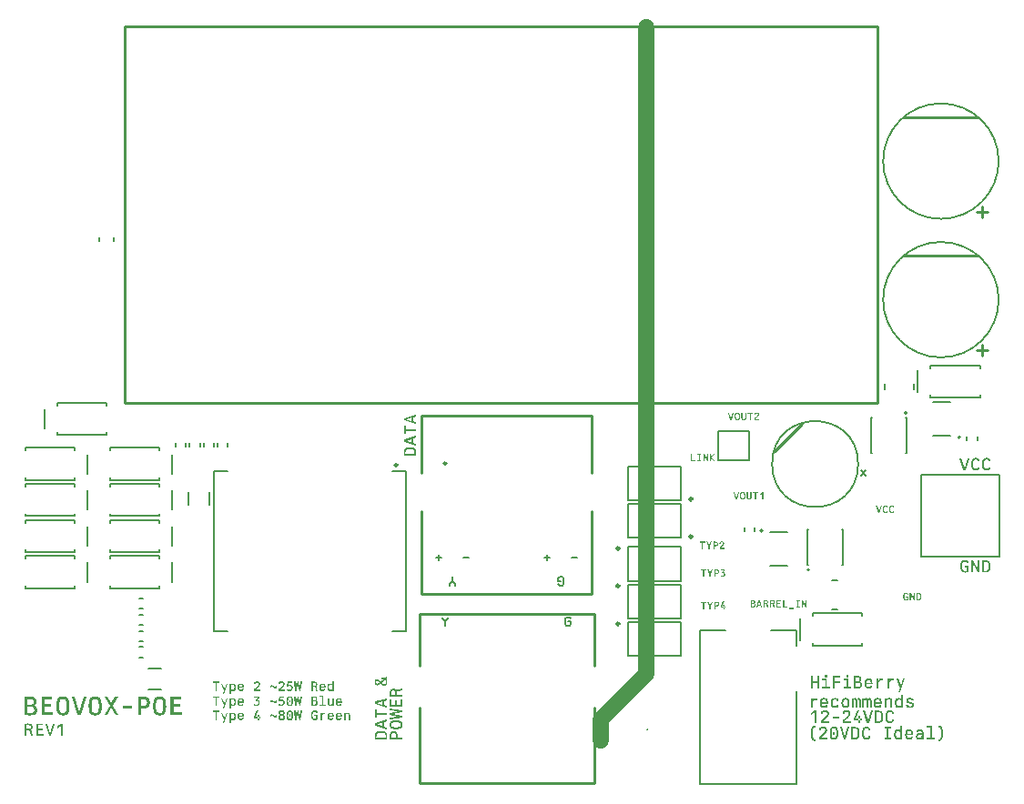
<source format=gto>
G04*
G04 #@! TF.GenerationSoftware,Altium Limited,Altium Designer,21.9.2 (33)*
G04*
G04 Layer_Color=65535*
%FSLAX25Y25*%
%MOIN*%
G70*
G04*
G04 #@! TF.SameCoordinates,1A6DD151-CB10-4FFE-AF26-4EE6108A4869*
G04*
G04*
G04 #@! TF.FilePolarity,Positive*
G04*
G01*
G75*
%ADD10C,0.00500*%
%ADD11C,0.00984*%
%ADD12C,0.00787*%
%ADD13C,0.00600*%
%ADD14C,0.01000*%
%ADD15C,0.05906*%
%ADD16C,0.00591*%
G36*
X255835Y63334D02*
Y62237D01*
X255425D01*
Y63332D01*
X254675Y64936D01*
X255098D01*
X255632Y63762D01*
X256171Y64936D01*
X256589D01*
X255835Y63334D01*
D02*
G37*
G36*
X260991Y64509D02*
X260318Y63877D01*
X260363D01*
X260393Y63879D01*
X260428D01*
X260465Y63877D01*
X260505Y63875D01*
X260585Y63868D01*
X260668Y63853D01*
X260707Y63844D01*
X260744Y63831D01*
X260747D01*
X260753Y63829D01*
X260764Y63824D01*
X260777Y63818D01*
X260792Y63809D01*
X260812Y63801D01*
X260853Y63774D01*
X260877Y63759D01*
X260901Y63739D01*
X260925Y63720D01*
X260949Y63696D01*
X260973Y63672D01*
X260995Y63643D01*
X261015Y63613D01*
X261034Y63580D01*
X261036Y63578D01*
X261039Y63572D01*
X261043Y63561D01*
X261050Y63548D01*
X261056Y63528D01*
X261065Y63506D01*
X261073Y63480D01*
X261082Y63452D01*
X261091Y63419D01*
X261100Y63382D01*
X261108Y63341D01*
X261115Y63299D01*
X261121Y63251D01*
X261126Y63201D01*
X261130Y63149D01*
Y63092D01*
Y63088D01*
Y63077D01*
Y63061D01*
X261128Y63038D01*
Y63009D01*
X261126Y62979D01*
X261121Y62942D01*
X261119Y62902D01*
X261113Y62861D01*
X261106Y62819D01*
X261089Y62732D01*
X261067Y62645D01*
X261052Y62606D01*
X261034Y62567D01*
Y62564D01*
X261030Y62558D01*
X261023Y62549D01*
X261017Y62536D01*
X261006Y62519D01*
X260993Y62501D01*
X260978Y62482D01*
X260960Y62460D01*
X260938Y62436D01*
X260916Y62414D01*
X260890Y62390D01*
X260864Y62366D01*
X260834Y62344D01*
X260799Y62325D01*
X260764Y62305D01*
X260725Y62288D01*
X260722D01*
X260716Y62283D01*
X260703Y62281D01*
X260685Y62274D01*
X260664Y62268D01*
X260640Y62261D01*
X260609Y62255D01*
X260574Y62246D01*
X260535Y62237D01*
X260491Y62231D01*
X260446Y62224D01*
X260393Y62218D01*
X260339Y62213D01*
X260280Y62209D01*
X260217Y62205D01*
X260099D01*
X260077Y62207D01*
X260053D01*
X260027Y62209D01*
X259973Y62211D01*
X259911Y62218D01*
X259851Y62224D01*
X259792Y62233D01*
X259789D01*
X259785Y62235D01*
X259776D01*
X259766Y62240D01*
X259750Y62242D01*
X259735Y62246D01*
X259715Y62253D01*
X259694Y62257D01*
X259667Y62266D01*
X259641Y62272D01*
X259582Y62292D01*
X259515Y62318D01*
X259443Y62346D01*
Y62745D01*
X259445D01*
X259454Y62741D01*
X259467Y62737D01*
X259484Y62730D01*
X259506Y62721D01*
X259530Y62713D01*
X259558Y62702D01*
X259587Y62691D01*
X259650Y62667D01*
X259715Y62645D01*
X259779Y62625D01*
X259807Y62617D01*
X259835Y62608D01*
X259837D01*
X259842Y62606D01*
X259851Y62604D01*
X259859Y62602D01*
X259872Y62599D01*
X259888Y62597D01*
X259907Y62593D01*
X259927Y62591D01*
X259970Y62582D01*
X260023Y62577D01*
X260077Y62573D01*
X260136Y62571D01*
X260173D01*
X260193Y62573D01*
X260217D01*
X260241Y62575D01*
X260267Y62577D01*
X260324Y62582D01*
X260385Y62591D01*
X260441Y62604D01*
X260467Y62610D01*
X260491Y62619D01*
X260494D01*
X260498Y62621D01*
X260505Y62623D01*
X260511Y62628D01*
X260535Y62641D01*
X260561Y62658D01*
X260592Y62680D01*
X260622Y62708D01*
X260648Y62743D01*
X260672Y62782D01*
Y62785D01*
X260675Y62787D01*
X260677Y62793D01*
X260681Y62804D01*
X260685Y62815D01*
X260690Y62828D01*
X260694Y62846D01*
X260701Y62865D01*
X260705Y62887D01*
X260709Y62911D01*
X260714Y62937D01*
X260718Y62966D01*
X260722Y62996D01*
X260725Y63029D01*
X260727Y63066D01*
Y63103D01*
Y63105D01*
Y63112D01*
Y63122D01*
Y63136D01*
X260725Y63153D01*
X260722Y63173D01*
X260718Y63216D01*
X260709Y63266D01*
X260699Y63314D01*
X260681Y63362D01*
X260670Y63384D01*
X260657Y63404D01*
Y63406D01*
X260655Y63408D01*
X260644Y63419D01*
X260627Y63436D01*
X260600Y63458D01*
X260568Y63478D01*
X260548Y63489D01*
X260526Y63500D01*
X260502Y63508D01*
X260474Y63517D01*
X260446Y63524D01*
X260415Y63530D01*
X260413D01*
X260406Y63532D01*
X260398D01*
X260382Y63534D01*
X260365D01*
X260341Y63537D01*
X260210D01*
X260164Y63534D01*
X260117Y63530D01*
X260064Y63528D01*
X260008Y63521D01*
X259946Y63515D01*
X259881Y63506D01*
Y63923D01*
X260563Y64572D01*
X259497D01*
Y64930D01*
X260991D01*
Y64509D01*
D02*
G37*
G36*
X257854Y64938D02*
X257891D01*
X257932Y64936D01*
X257978Y64934D01*
X258028Y64932D01*
X258080Y64928D01*
X258135Y64921D01*
X258246Y64908D01*
X258300Y64899D01*
X258355Y64890D01*
X258405Y64877D01*
X258453Y64864D01*
X258455D01*
X258464Y64860D01*
X258477Y64856D01*
X258492Y64849D01*
X258514Y64840D01*
X258536Y64829D01*
X258562Y64819D01*
X258591Y64803D01*
X258619Y64786D01*
X258647Y64766D01*
X258676Y64744D01*
X258706Y64720D01*
X258732Y64694D01*
X258758Y64664D01*
X258782Y64633D01*
X258804Y64598D01*
X258806Y64596D01*
X258808Y64590D01*
X258815Y64579D01*
X258822Y64564D01*
X258828Y64544D01*
X258839Y64522D01*
X258848Y64494D01*
X258859Y64463D01*
X258867Y64426D01*
X258878Y64387D01*
X258887Y64346D01*
X258893Y64297D01*
X258902Y64247D01*
X258907Y64193D01*
X258909Y64134D01*
X258911Y64073D01*
Y64069D01*
Y64060D01*
Y64043D01*
X258909Y64021D01*
Y63994D01*
X258907Y63962D01*
X258904Y63929D01*
X258900Y63892D01*
X258889Y63811D01*
X258872Y63726D01*
X258850Y63646D01*
X258835Y63607D01*
X258819Y63572D01*
Y63569D01*
X258815Y63563D01*
X258811Y63554D01*
X258802Y63543D01*
X258791Y63528D01*
X258780Y63511D01*
X258765Y63491D01*
X258747Y63471D01*
X258728Y63450D01*
X258704Y63430D01*
X258680Y63408D01*
X258651Y63386D01*
X258621Y63364D01*
X258588Y63345D01*
X258553Y63327D01*
X258514Y63312D01*
X258512D01*
X258505Y63310D01*
X258492Y63306D01*
X258475Y63301D01*
X258453Y63295D01*
X258427Y63288D01*
X258396Y63282D01*
X258362Y63275D01*
X258322Y63266D01*
X258277Y63260D01*
X258229Y63253D01*
X258176Y63249D01*
X258120Y63242D01*
X258059Y63240D01*
X257995Y63236D01*
X257627D01*
Y62237D01*
X257217D01*
Y64928D01*
X257784Y64941D01*
X257825D01*
X257854Y64938D01*
D02*
G37*
G36*
X254191Y64548D02*
X253478D01*
Y62237D01*
X253068D01*
Y64548D01*
X252362D01*
Y64930D01*
X254191D01*
Y64548D01*
D02*
G37*
G36*
X14414Y3937D02*
X13591D01*
X12252Y8432D01*
X12918D01*
X14003Y4747D01*
X15088Y8432D01*
X15754D01*
X14414Y3937D01*
D02*
G37*
G36*
X18680D02*
X18010D01*
Y7140D01*
X18047Y7681D01*
X17679Y7373D01*
X16631Y6762D01*
Y7461D01*
X17978Y8432D01*
X18680D01*
Y3937D01*
D02*
G37*
G36*
X11364Y7803D02*
X9497D01*
Y6587D01*
X11120D01*
Y5957D01*
X9497D01*
Y4563D01*
X11491D01*
Y3937D01*
X8812D01*
Y8432D01*
X11364D01*
Y7803D01*
D02*
G37*
G36*
X5878Y8447D02*
X5980Y8443D01*
X6089Y8440D01*
X6308Y8425D01*
X6413Y8414D01*
X6515Y8403D01*
X6610Y8385D01*
X6697Y8367D01*
X6701D01*
X6716Y8363D01*
X6741Y8356D01*
X6770Y8345D01*
X6807Y8334D01*
X6847Y8316D01*
X6894Y8298D01*
X6941Y8276D01*
X7047Y8225D01*
X7098Y8192D01*
X7149Y8156D01*
X7200Y8116D01*
X7243Y8076D01*
X7287Y8028D01*
X7323Y7977D01*
X7327Y7974D01*
X7331Y7963D01*
X7342Y7948D01*
X7352Y7926D01*
X7367Y7897D01*
X7382Y7865D01*
X7400Y7821D01*
X7418Y7774D01*
X7433Y7723D01*
X7451Y7664D01*
X7469Y7599D01*
X7484Y7526D01*
X7498Y7450D01*
X7509Y7369D01*
X7516Y7282D01*
X7520Y7187D01*
Y7184D01*
Y7173D01*
Y7151D01*
Y7126D01*
Y7093D01*
Y7057D01*
X7516Y7017D01*
Y6973D01*
X7509Y6875D01*
X7498Y6773D01*
X7480Y6671D01*
X7454Y6576D01*
Y6572D01*
X7451Y6565D01*
X7447Y6554D01*
X7440Y6536D01*
X7422Y6492D01*
X7396Y6438D01*
X7360Y6379D01*
X7312Y6318D01*
X7258Y6256D01*
X7192Y6201D01*
X7189D01*
X7185Y6194D01*
X7174Y6190D01*
X7160Y6179D01*
X7141Y6168D01*
X7119Y6157D01*
X7065Y6132D01*
X6999Y6103D01*
X6919Y6077D01*
X6876Y6067D01*
X6887Y6063D01*
X6952Y6034D01*
X7021Y5994D01*
X7087Y5946D01*
X7145Y5884D01*
Y5881D01*
X7152Y5877D01*
X7160Y5866D01*
X7170Y5852D01*
X7181Y5830D01*
X7200Y5804D01*
X7214Y5775D01*
X7232Y5742D01*
X7254Y5702D01*
X7276Y5659D01*
X7298Y5611D01*
X7320Y5557D01*
X7342Y5499D01*
X7363Y5433D01*
X7385Y5364D01*
X7407Y5287D01*
X7746Y3937D01*
X7014D01*
X6723Y5258D01*
Y5262D01*
X6719Y5273D01*
X6716Y5291D01*
X6708Y5313D01*
X6701Y5338D01*
X6690Y5367D01*
X6664Y5437D01*
X6632Y5509D01*
X6588Y5582D01*
X6537Y5651D01*
X6508Y5677D01*
X6475Y5702D01*
X6472D01*
X6468Y5706D01*
X6457Y5713D01*
X6442Y5721D01*
X6421Y5728D01*
X6399Y5739D01*
X6370Y5750D01*
X6333Y5761D01*
X6297Y5772D01*
X6253Y5782D01*
X6202Y5793D01*
X6148Y5801D01*
X6089Y5808D01*
X6024Y5815D01*
X5951Y5819D01*
X5405D01*
Y3937D01*
X4721D01*
Y8429D01*
X5387Y8447D01*
X5445D01*
X5471Y8451D01*
X5776D01*
X5878Y8447D01*
D02*
G37*
G36*
X255835Y51490D02*
Y50394D01*
X255425D01*
Y51488D01*
X254675Y53092D01*
X255098D01*
X255632Y51918D01*
X256171Y53092D01*
X256589D01*
X255835Y51490D01*
D02*
G37*
G36*
X259870Y51292D02*
Y51255D01*
X260515D01*
Y51894D01*
X260903D01*
Y51255D01*
X260515D01*
Y50884D01*
X259462D01*
Y51309D01*
X260345Y53123D01*
X260760D01*
X259870Y51292D01*
D02*
G37*
G36*
X261272Y50884D02*
X260903D01*
Y50394D01*
X260515D01*
Y50884D01*
X260903D01*
Y51255D01*
X261272D01*
Y50884D01*
D02*
G37*
G36*
X257854Y53095D02*
X257891D01*
X257932Y53092D01*
X257978Y53090D01*
X258028Y53088D01*
X258080Y53084D01*
X258135Y53077D01*
X258246Y53064D01*
X258300Y53056D01*
X258355Y53047D01*
X258405Y53034D01*
X258453Y53021D01*
X258455D01*
X258464Y53016D01*
X258477Y53012D01*
X258492Y53005D01*
X258514Y52997D01*
X258536Y52986D01*
X258562Y52975D01*
X258591Y52960D01*
X258619Y52942D01*
X258647Y52922D01*
X258676Y52901D01*
X258706Y52877D01*
X258732Y52851D01*
X258758Y52820D01*
X258782Y52789D01*
X258804Y52755D01*
X258806Y52753D01*
X258808Y52746D01*
X258815Y52735D01*
X258822Y52720D01*
X258828Y52700D01*
X258839Y52678D01*
X258848Y52650D01*
X258859Y52619D01*
X258867Y52582D01*
X258878Y52543D01*
X258887Y52502D01*
X258893Y52454D01*
X258902Y52404D01*
X258907Y52349D01*
X258909Y52290D01*
X258911Y52229D01*
Y52225D01*
Y52216D01*
Y52199D01*
X258909Y52177D01*
Y52151D01*
X258907Y52118D01*
X258904Y52085D01*
X258900Y52048D01*
X258889Y51968D01*
X258872Y51883D01*
X258850Y51802D01*
X258835Y51763D01*
X258819Y51728D01*
Y51726D01*
X258815Y51719D01*
X258811Y51710D01*
X258802Y51700D01*
X258791Y51684D01*
X258780Y51667D01*
X258765Y51647D01*
X258747Y51628D01*
X258728Y51606D01*
X258704Y51586D01*
X258680Y51564D01*
X258651Y51543D01*
X258621Y51521D01*
X258588Y51501D01*
X258553Y51484D01*
X258514Y51468D01*
X258512D01*
X258505Y51466D01*
X258492Y51462D01*
X258475Y51458D01*
X258453Y51451D01*
X258427Y51445D01*
X258396Y51438D01*
X258362Y51431D01*
X258322Y51423D01*
X258277Y51416D01*
X258229Y51410D01*
X258176Y51405D01*
X258120Y51399D01*
X258059Y51397D01*
X257995Y51392D01*
X257627D01*
Y50394D01*
X257217D01*
Y53084D01*
X257784Y53097D01*
X257825D01*
X257854Y53095D01*
D02*
G37*
G36*
X254191Y52705D02*
X253478D01*
Y50394D01*
X253068D01*
Y52705D01*
X252362D01*
Y53086D01*
X254191D01*
Y52705D01*
D02*
G37*
G36*
X256301Y106100D02*
X257427Y104724D01*
X256943D01*
X255947Y106004D01*
Y104724D01*
X255537D01*
Y107417D01*
X255947D01*
Y106168D01*
X256817Y107417D01*
X257262D01*
X256301Y106100D01*
D02*
G37*
G36*
X254949Y104724D02*
X254491D01*
X253491Y106767D01*
X253530Y106392D01*
Y104724D01*
X253126D01*
Y107417D01*
X253580D01*
X254586Y105367D01*
X254548Y105743D01*
Y107417D01*
X254949D01*
Y104724D01*
D02*
G37*
G36*
X248989Y105108D02*
X250257D01*
Y104727D01*
X248579D01*
Y107417D01*
X248989D01*
Y105108D01*
D02*
G37*
G36*
X252352Y107035D02*
X251888D01*
Y105104D01*
X252376D01*
Y104724D01*
X250985D01*
Y105104D01*
X251478D01*
Y107035D01*
X251014D01*
Y107417D01*
X252352D01*
Y107035D01*
D02*
G37*
G36*
X291080Y51048D02*
X290622D01*
X289623Y53090D01*
X289661Y52715D01*
Y51048D01*
X289258D01*
Y53740D01*
X289711D01*
X290718Y51690D01*
X290679Y52066D01*
Y53740D01*
X291080D01*
Y51048D01*
D02*
G37*
G36*
X282763Y51431D02*
X284032D01*
Y51050D01*
X282353D01*
Y53740D01*
X282763D01*
Y51431D01*
D02*
G37*
G36*
X288484Y53359D02*
X288019D01*
Y51427D01*
X288508D01*
Y51048D01*
X287117D01*
Y51427D01*
X287609D01*
Y53359D01*
X287145D01*
Y53740D01*
X288484D01*
Y53359D01*
D02*
G37*
G36*
X281519Y53363D02*
X280400D01*
Y52635D01*
X281372D01*
Y52258D01*
X280400D01*
Y51423D01*
X281595D01*
Y51048D01*
X279990D01*
Y53740D01*
X281519D01*
Y53363D01*
D02*
G37*
G36*
X278233Y53749D02*
X278294Y53746D01*
X278360Y53744D01*
X278490Y53736D01*
X278554Y53729D01*
X278615Y53723D01*
X278671Y53712D01*
X278724Y53701D01*
X278726D01*
X278735Y53699D01*
X278750Y53694D01*
X278767Y53688D01*
X278789Y53681D01*
X278813Y53670D01*
X278841Y53659D01*
X278870Y53646D01*
X278933Y53616D01*
X278963Y53596D01*
X278994Y53574D01*
X279025Y53550D01*
X279051Y53526D01*
X279077Y53498D01*
X279099Y53468D01*
X279101Y53465D01*
X279103Y53459D01*
X279110Y53450D01*
X279116Y53437D01*
X279125Y53420D01*
X279134Y53400D01*
X279145Y53374D01*
X279155Y53345D01*
X279164Y53315D01*
X279175Y53280D01*
X279186Y53241D01*
X279195Y53197D01*
X279203Y53151D01*
X279210Y53103D01*
X279214Y53051D01*
X279216Y52994D01*
Y52992D01*
Y52986D01*
Y52973D01*
Y52957D01*
Y52938D01*
Y52916D01*
X279214Y52892D01*
Y52866D01*
X279210Y52807D01*
X279203Y52746D01*
X279192Y52685D01*
X279177Y52628D01*
Y52626D01*
X279175Y52622D01*
X279173Y52615D01*
X279169Y52604D01*
X279158Y52578D01*
X279142Y52545D01*
X279120Y52510D01*
X279092Y52473D01*
X279060Y52436D01*
X279020Y52404D01*
X279018D01*
X279016Y52399D01*
X279009Y52397D01*
X279001Y52391D01*
X278990Y52384D01*
X278977Y52377D01*
X278944Y52362D01*
X278905Y52345D01*
X278857Y52329D01*
X278831Y52323D01*
X278837Y52321D01*
X278876Y52303D01*
X278918Y52279D01*
X278957Y52251D01*
X278992Y52214D01*
Y52212D01*
X278996Y52210D01*
X279001Y52203D01*
X279007Y52194D01*
X279014Y52181D01*
X279025Y52166D01*
X279033Y52149D01*
X279044Y52129D01*
X279057Y52105D01*
X279070Y52079D01*
X279083Y52051D01*
X279097Y52018D01*
X279110Y51983D01*
X279123Y51944D01*
X279136Y51902D01*
X279149Y51856D01*
X279352Y51048D01*
X278913D01*
X278739Y51839D01*
Y51841D01*
X278737Y51848D01*
X278735Y51859D01*
X278730Y51872D01*
X278726Y51887D01*
X278719Y51904D01*
X278704Y51946D01*
X278684Y51990D01*
X278658Y52033D01*
X278628Y52074D01*
X278610Y52090D01*
X278591Y52105D01*
X278589D01*
X278586Y52107D01*
X278580Y52112D01*
X278571Y52116D01*
X278558Y52120D01*
X278545Y52127D01*
X278527Y52133D01*
X278506Y52140D01*
X278484Y52146D01*
X278458Y52153D01*
X278427Y52160D01*
X278395Y52164D01*
X278360Y52168D01*
X278320Y52173D01*
X278277Y52175D01*
X277950D01*
Y51048D01*
X277540D01*
Y53738D01*
X277939Y53749D01*
X277974D01*
X277989Y53751D01*
X278172D01*
X278233Y53749D01*
D02*
G37*
G36*
X275877D02*
X275938Y53746D01*
X276003Y53744D01*
X276134Y53736D01*
X276197Y53729D01*
X276258Y53723D01*
X276315Y53712D01*
X276367Y53701D01*
X276369D01*
X276378Y53699D01*
X276393Y53694D01*
X276411Y53688D01*
X276433Y53681D01*
X276456Y53670D01*
X276485Y53659D01*
X276513Y53646D01*
X276576Y53616D01*
X276607Y53596D01*
X276638Y53574D01*
X276668Y53550D01*
X276694Y53526D01*
X276720Y53498D01*
X276742Y53468D01*
X276744Y53465D01*
X276747Y53459D01*
X276753Y53450D01*
X276760Y53437D01*
X276768Y53420D01*
X276777Y53400D01*
X276788Y53374D01*
X276799Y53345D01*
X276807Y53315D01*
X276818Y53280D01*
X276829Y53241D01*
X276838Y53197D01*
X276847Y53151D01*
X276853Y53103D01*
X276858Y53051D01*
X276860Y52994D01*
Y52992D01*
Y52986D01*
Y52973D01*
Y52957D01*
Y52938D01*
Y52916D01*
X276858Y52892D01*
Y52866D01*
X276853Y52807D01*
X276847Y52746D01*
X276836Y52685D01*
X276821Y52628D01*
Y52626D01*
X276818Y52622D01*
X276816Y52615D01*
X276812Y52604D01*
X276801Y52578D01*
X276786Y52545D01*
X276764Y52510D01*
X276736Y52473D01*
X276703Y52436D01*
X276664Y52404D01*
X276661D01*
X276659Y52399D01*
X276653Y52397D01*
X276644Y52391D01*
X276633Y52384D01*
X276620Y52377D01*
X276587Y52362D01*
X276548Y52345D01*
X276500Y52329D01*
X276474Y52323D01*
X276481Y52321D01*
X276520Y52303D01*
X276561Y52279D01*
X276600Y52251D01*
X276635Y52214D01*
Y52212D01*
X276640Y52210D01*
X276644Y52203D01*
X276651Y52194D01*
X276657Y52181D01*
X276668Y52166D01*
X276677Y52149D01*
X276688Y52129D01*
X276701Y52105D01*
X276714Y52079D01*
X276727Y52051D01*
X276740Y52018D01*
X276753Y51983D01*
X276766Y51944D01*
X276779Y51902D01*
X276792Y51856D01*
X276995Y51048D01*
X276557D01*
X276382Y51839D01*
Y51841D01*
X276380Y51848D01*
X276378Y51859D01*
X276374Y51872D01*
X276369Y51887D01*
X276363Y51904D01*
X276347Y51946D01*
X276328Y51990D01*
X276302Y52033D01*
X276271Y52074D01*
X276254Y52090D01*
X276234Y52105D01*
X276232D01*
X276230Y52107D01*
X276223Y52112D01*
X276215Y52116D01*
X276202Y52120D01*
X276188Y52127D01*
X276171Y52133D01*
X276149Y52140D01*
X276127Y52146D01*
X276101Y52153D01*
X276071Y52160D01*
X276038Y52164D01*
X276003Y52168D01*
X275964Y52173D01*
X275920Y52175D01*
X275593D01*
Y51048D01*
X275183D01*
Y53738D01*
X275582Y53749D01*
X275617D01*
X275633Y53751D01*
X275816D01*
X275877Y53749D01*
D02*
G37*
G36*
X274719Y51048D02*
X274322D01*
X274131Y51708D01*
X273224D01*
X273034Y51048D01*
X272639D01*
X273398Y53740D01*
X273958D01*
X274719Y51048D01*
D02*
G37*
G36*
X271137Y53757D02*
X271179Y53755D01*
X271224D01*
X271272Y53751D01*
X271325Y53749D01*
X271377Y53744D01*
X271486Y53731D01*
X271541Y53725D01*
X271593Y53716D01*
X271643Y53705D01*
X271689Y53694D01*
X271691D01*
X271700Y53692D01*
X271711Y53688D01*
X271728Y53681D01*
X271746Y53675D01*
X271769Y53666D01*
X271794Y53655D01*
X271820Y53642D01*
X271874Y53611D01*
X271931Y53572D01*
X271981Y53524D01*
X272005Y53498D01*
X272025Y53470D01*
X272027Y53468D01*
X272029Y53463D01*
X272033Y53452D01*
X272040Y53441D01*
X272049Y53424D01*
X272057Y53404D01*
X272066Y53382D01*
X272077Y53354D01*
X272086Y53326D01*
X272094Y53293D01*
X272103Y53256D01*
X272112Y53217D01*
X272118Y53175D01*
X272123Y53130D01*
X272127Y53082D01*
Y53029D01*
Y53027D01*
Y53021D01*
Y53012D01*
Y52999D01*
Y52981D01*
X272125Y52964D01*
X272123Y52920D01*
X272118Y52870D01*
X272112Y52818D01*
X272103Y52768D01*
X272090Y52720D01*
Y52718D01*
X272088Y52715D01*
X272086Y52709D01*
X272083Y52700D01*
X272075Y52678D01*
X272062Y52652D01*
X272044Y52622D01*
X272025Y52591D01*
X271998Y52561D01*
X271968Y52535D01*
X271964Y52532D01*
X271953Y52524D01*
X271933Y52513D01*
X271909Y52497D01*
X271879Y52482D01*
X271844Y52467D01*
X271816Y52457D01*
X271820Y52456D01*
X271857Y52441D01*
X271900Y52423D01*
X271946Y52399D01*
X271992Y52375D01*
X272036Y52345D01*
X272038D01*
X272040Y52340D01*
X272053Y52329D01*
X272073Y52312D01*
X272096Y52286D01*
X272120Y52255D01*
X272147Y52218D01*
X272168Y52175D01*
X272188Y52127D01*
Y52125D01*
X272190Y52120D01*
X272193Y52114D01*
X272195Y52103D01*
X272199Y52090D01*
X272203Y52074D01*
X272208Y52055D01*
X272212Y52033D01*
X272214Y52009D01*
X272219Y51983D01*
X272223Y51955D01*
X272227Y51924D01*
X272230Y51891D01*
X272232Y51854D01*
X272234Y51778D01*
Y51774D01*
Y51765D01*
Y51750D01*
X272232Y51730D01*
Y51704D01*
X272230Y51675D01*
X272225Y51645D01*
X272221Y51610D01*
X272210Y51536D01*
X272193Y51460D01*
X272166Y51386D01*
X272151Y51351D01*
X272134Y51318D01*
Y51316D01*
X272129Y51311D01*
X272123Y51303D01*
X272114Y51292D01*
X272103Y51277D01*
X272090Y51261D01*
X272075Y51246D01*
X272055Y51227D01*
X272036Y51207D01*
X272011Y51189D01*
X271983Y51170D01*
X271955Y51150D01*
X271922Y51130D01*
X271887Y51115D01*
X271848Y51098D01*
X271807Y51085D01*
X271804D01*
X271796Y51083D01*
X271783Y51078D01*
X271765Y51074D01*
X271741Y51069D01*
X271713Y51063D01*
X271680Y51056D01*
X271641Y51052D01*
X271597Y51046D01*
X271549Y51039D01*
X271497Y51032D01*
X271440Y51028D01*
X271377Y51024D01*
X271312Y51019D01*
X271240Y51017D01*
X271078D01*
X271044Y51019D01*
X271002D01*
X270959Y51021D01*
X270908Y51024D01*
X270854Y51026D01*
X270797Y51028D01*
X270736Y51030D01*
X270673Y51035D01*
X270608Y51039D01*
X270470Y51050D01*
Y53736D01*
X270488D01*
X270499Y53738D01*
X270514D01*
X270529Y53740D01*
X270568Y53742D01*
X270612Y53744D01*
X270656Y53746D01*
X270699D01*
X270741Y53749D01*
X270758D01*
X270776Y53751D01*
X270802D01*
X270828Y53753D01*
X270858D01*
X270919Y53755D01*
X270932D01*
X270946Y53757D01*
X270963D01*
X271000Y53760D01*
X271102D01*
X271137Y53757D01*
D02*
G37*
G36*
X286421Y50394D02*
X284494D01*
Y50786D01*
X286421D01*
Y50394D01*
D02*
G37*
G36*
X306297Y25304D02*
X305427D01*
Y26164D01*
X306297D01*
Y25304D01*
D02*
G37*
G36*
X298427D02*
X297557D01*
Y26164D01*
X298427D01*
Y25304D01*
D02*
G37*
G36*
X322648Y24860D02*
X322764Y24857D01*
X322877Y24849D01*
Y24220D01*
X322819D01*
X322779Y24224D01*
X322608D01*
X322542Y24227D01*
X322404Y24224D01*
X322269D01*
X322207Y24220D01*
X322149Y24216D01*
X322102Y24213D01*
X322058Y24209D01*
X322051D01*
X322029Y24202D01*
X321993Y24191D01*
X321949Y24172D01*
X321895Y24147D01*
X321833Y24114D01*
X321771Y24071D01*
X321702Y24016D01*
X321698D01*
X321694Y24009D01*
X321672Y23987D01*
X321640Y23954D01*
X321596Y23907D01*
X321549Y23849D01*
X321501Y23779D01*
X321450Y23703D01*
X321403Y23616D01*
Y23612D01*
X321399Y23605D01*
X321392Y23590D01*
X321385Y23576D01*
X321374Y23554D01*
X321367Y23525D01*
X321356Y23495D01*
X321345Y23463D01*
X321319Y23390D01*
X321301Y23306D01*
X321287Y23215D01*
X321283Y23121D01*
Y21362D01*
X320631Y21362D01*
Y24842D01*
X321276Y24842D01*
X321261Y24187D01*
X321276Y24220D01*
X321294Y24263D01*
X321338Y24351D01*
X321385Y24442D01*
X321432Y24526D01*
X321454Y24566D01*
X321476Y24598D01*
Y24602D01*
X321480Y24606D01*
X321498Y24624D01*
X321520Y24653D01*
X321552Y24689D01*
X321589Y24722D01*
X321632Y24758D01*
X321676Y24788D01*
X321727Y24810D01*
X321734Y24813D01*
X321753Y24817D01*
X321785Y24824D01*
X321833Y24831D01*
X321891Y24842D01*
X321927Y24846D01*
X321967Y24849D01*
X322011Y24853D01*
X322055Y24857D01*
X322106Y24860D01*
X322269D01*
X322302Y24864D01*
X322535D01*
X322648Y24860D01*
D02*
G37*
G36*
X318713Y24860D02*
X318830Y24857D01*
X318942Y24849D01*
Y24220D01*
X318884D01*
X318844Y24224D01*
X318673D01*
X318608Y24227D01*
X318469Y24224D01*
X318335D01*
X318273Y24220D01*
X318214Y24216D01*
X318167Y24213D01*
X318124Y24209D01*
X318116D01*
X318094Y24202D01*
X318058Y24191D01*
X318014Y24172D01*
X317960Y24147D01*
X317898Y24114D01*
X317836Y24071D01*
X317767Y24016D01*
X317763D01*
X317759Y24009D01*
X317738Y23987D01*
X317705Y23954D01*
X317661Y23907D01*
X317614Y23848D01*
X317566Y23779D01*
X317516Y23703D01*
X317468Y23616D01*
Y23612D01*
X317465Y23605D01*
X317457Y23590D01*
X317450Y23575D01*
X317439Y23554D01*
X317432Y23525D01*
X317421Y23495D01*
X317410Y23463D01*
X317385Y23390D01*
X317366Y23306D01*
X317352Y23215D01*
X317348Y23121D01*
Y21362D01*
X316697D01*
Y24842D01*
X317341D01*
X317326Y24187D01*
X317341Y24220D01*
X317359Y24263D01*
X317403Y24351D01*
X317450Y24442D01*
X317497Y24526D01*
X317519Y24566D01*
X317541Y24598D01*
Y24602D01*
X317545Y24606D01*
X317563Y24624D01*
X317585Y24653D01*
X317618Y24689D01*
X317654Y24722D01*
X317698Y24758D01*
X317741Y24788D01*
X317792Y24810D01*
X317799Y24813D01*
X317818Y24817D01*
X317850Y24824D01*
X317898Y24831D01*
X317956Y24842D01*
X317992Y24846D01*
X318033Y24849D01*
X318076Y24853D01*
X318120Y24857D01*
X318171Y24860D01*
X318335D01*
X318367Y24864D01*
X318600D01*
X318713Y24860D01*
D02*
G37*
G36*
X295501Y21362D02*
X294816D01*
Y23383D01*
X293200D01*
Y21362D01*
X292516D01*
Y25858D01*
X293200D01*
Y24020D01*
X294816D01*
Y25858D01*
X295501D01*
Y21362D01*
D02*
G37*
G36*
X325353Y19943D02*
X324701D01*
X325287Y21606D01*
X325047D01*
X323911Y24842D01*
X324570D01*
X325486Y22232D01*
X326372Y24842D01*
X327030D01*
X325353Y19943D01*
D02*
G37*
G36*
X306290Y21963D02*
X307331D01*
Y21366D01*
X304546D01*
Y21963D01*
X305631D01*
Y24245D01*
X304612D01*
Y24842D01*
X306290D01*
Y21963D01*
D02*
G37*
G36*
X298420D02*
X299461D01*
Y21366D01*
X296677D01*
Y21963D01*
X297761D01*
Y24245D01*
X296742D01*
Y24842D01*
X298420D01*
Y21963D01*
D02*
G37*
G36*
X303352Y25221D02*
X301289D01*
Y23929D01*
X303101D01*
Y23295D01*
X301289D01*
Y21362D01*
X300604D01*
Y25858D01*
X303352D01*
Y25221D01*
D02*
G37*
G36*
X309446Y25887D02*
X309515Y25883D01*
X309591D01*
X309671Y25876D01*
X309759Y25872D01*
X309846Y25865D01*
X310028Y25843D01*
X310119Y25832D01*
X310206Y25818D01*
X310290Y25800D01*
X310367Y25781D01*
X310370D01*
X310385Y25778D01*
X310403Y25771D01*
X310432Y25760D01*
X310461Y25749D01*
X310501Y25734D01*
X310541Y25716D01*
X310585Y25694D01*
X310676Y25643D01*
X310771Y25578D01*
X310854Y25497D01*
X310894Y25454D01*
X310927Y25407D01*
X310931Y25403D01*
X310934Y25396D01*
X310942Y25377D01*
X310953Y25359D01*
X310967Y25330D01*
X310982Y25297D01*
X310996Y25261D01*
X311015Y25214D01*
X311029Y25166D01*
X311044Y25112D01*
X311058Y25050D01*
X311073Y24984D01*
X311084Y24915D01*
X311091Y24839D01*
X311098Y24758D01*
Y24671D01*
Y24667D01*
Y24657D01*
Y24642D01*
Y24620D01*
Y24591D01*
X311095Y24562D01*
X311091Y24489D01*
X311084Y24406D01*
X311073Y24318D01*
X311058Y24234D01*
X311036Y24154D01*
Y24151D01*
X311033Y24147D01*
X311029Y24136D01*
X311026Y24122D01*
X311011Y24085D01*
X310989Y24042D01*
X310960Y23990D01*
X310927Y23939D01*
X310883Y23889D01*
X310833Y23845D01*
X310825Y23841D01*
X310807Y23827D01*
X310774Y23809D01*
X310734Y23783D01*
X310683Y23757D01*
X310625Y23732D01*
X310578Y23716D01*
X310585Y23714D01*
X310647Y23688D01*
X310720Y23659D01*
X310796Y23619D01*
X310873Y23579D01*
X310945Y23528D01*
X310949D01*
X310953Y23521D01*
X310975Y23503D01*
X311007Y23474D01*
X311047Y23430D01*
X311087Y23379D01*
X311131Y23317D01*
X311167Y23244D01*
X311200Y23164D01*
Y23161D01*
X311204Y23153D01*
X311208Y23142D01*
X311211Y23124D01*
X311218Y23102D01*
X311226Y23077D01*
X311233Y23044D01*
X311240Y23008D01*
X311244Y22968D01*
X311251Y22924D01*
X311258Y22877D01*
X311266Y22826D01*
X311269Y22771D01*
X311273Y22709D01*
X311277Y22582D01*
Y22575D01*
Y22560D01*
Y22535D01*
X311273Y22502D01*
Y22458D01*
X311269Y22411D01*
X311262Y22360D01*
X311255Y22301D01*
X311237Y22178D01*
X311208Y22050D01*
X311164Y21927D01*
X311138Y21868D01*
X311109Y21814D01*
Y21810D01*
X311102Y21803D01*
X311091Y21788D01*
X311076Y21770D01*
X311058Y21745D01*
X311036Y21719D01*
X311011Y21694D01*
X310978Y21661D01*
X310945Y21628D01*
X310905Y21599D01*
X310858Y21566D01*
X310811Y21533D01*
X310756Y21501D01*
X310698Y21475D01*
X310632Y21446D01*
X310563Y21424D01*
X310560D01*
X310545Y21421D01*
X310523Y21413D01*
X310494Y21406D01*
X310454Y21399D01*
X310407Y21388D01*
X310352Y21377D01*
X310286Y21370D01*
X310214Y21359D01*
X310134Y21348D01*
X310046Y21337D01*
X309952Y21330D01*
X309846Y21322D01*
X309737Y21315D01*
X309617Y21312D01*
X309347D01*
X309289Y21315D01*
X309220D01*
X309147Y21319D01*
X309064Y21322D01*
X308973Y21326D01*
X308878Y21330D01*
X308776Y21333D01*
X308670Y21341D01*
X308561Y21348D01*
X308332Y21366D01*
Y25850D01*
X308361D01*
X308379Y25854D01*
X308405D01*
X308430Y25858D01*
X308496Y25861D01*
X308568Y25865D01*
X308641Y25869D01*
X308714D01*
X308783Y25872D01*
X308812D01*
X308841Y25876D01*
X308885D01*
X308929Y25880D01*
X308980D01*
X309082Y25883D01*
X309103D01*
X309125Y25887D01*
X309155D01*
X309216Y25891D01*
X309387D01*
X309446Y25887D01*
D02*
G37*
G36*
X313774Y24915D02*
X313825D01*
X313879Y24908D01*
X313945Y24904D01*
X314014Y24897D01*
X314159Y24875D01*
X314309Y24842D01*
X314382Y24820D01*
X314454Y24799D01*
X314520Y24769D01*
X314582Y24737D01*
X314585Y24733D01*
X314596Y24729D01*
X314611Y24719D01*
X314633Y24700D01*
X314658Y24682D01*
X314687Y24657D01*
X314720Y24627D01*
X314753Y24591D01*
X314789Y24555D01*
X314822Y24507D01*
X314858Y24460D01*
X314895Y24402D01*
X314928Y24344D01*
X314957Y24278D01*
X314986Y24205D01*
X315008Y24129D01*
Y24125D01*
X315011Y24111D01*
X315019Y24085D01*
X315026Y24049D01*
X315033Y24005D01*
X315044Y23947D01*
X315051Y23881D01*
X315062Y23805D01*
X315073Y23721D01*
X315080Y23623D01*
X315091Y23517D01*
X315099Y23401D01*
X315106Y23273D01*
X315109Y23135D01*
Y22986D01*
Y22826D01*
X312893D01*
Y22822D01*
Y22811D01*
X312896Y22793D01*
Y22768D01*
X312900Y22738D01*
X312904Y22706D01*
X312907Y22669D01*
X312911Y22625D01*
X312926Y22538D01*
X312940Y22444D01*
X312962Y22353D01*
X312987Y22269D01*
Y22265D01*
X312991Y22262D01*
X312995Y22251D01*
X313002Y22236D01*
X313020Y22200D01*
X313049Y22156D01*
X313082Y22105D01*
X313126Y22058D01*
X313173Y22014D01*
X313231Y21978D01*
X313235D01*
X313239Y21974D01*
X313249Y21970D01*
X313260Y21967D01*
X313279Y21959D01*
X313300Y21952D01*
X313326Y21945D01*
X313355Y21937D01*
X313388Y21930D01*
X313424Y21923D01*
X313464Y21916D01*
X313508Y21908D01*
X313555Y21905D01*
X313606Y21901D01*
X313664Y21897D01*
X313770D01*
X313795Y21901D01*
X313825D01*
X313886Y21908D01*
X313959Y21916D01*
X314029Y21930D01*
X314094Y21952D01*
X314123Y21963D01*
X314149Y21978D01*
X314156Y21981D01*
X314170Y21996D01*
X314196Y22021D01*
X314225Y22058D01*
X314243Y22080D01*
X314261Y22109D01*
X314280Y22138D01*
X314298Y22174D01*
X314316Y22210D01*
X314334Y22254D01*
X314352Y22305D01*
X314371Y22356D01*
X315048D01*
Y22353D01*
X315044Y22334D01*
X315040Y22312D01*
X315033Y22280D01*
X315026Y22243D01*
X315015Y22200D01*
X315004Y22149D01*
X314993Y22098D01*
X314960Y21989D01*
X314924Y21876D01*
X314902Y21821D01*
X314880Y21770D01*
X314855Y21723D01*
X314829Y21679D01*
Y21676D01*
X314822Y21668D01*
X314815Y21661D01*
X314804Y21646D01*
X314771Y21606D01*
X314727Y21563D01*
X314669Y21515D01*
X314600Y21464D01*
X314520Y21421D01*
X314429Y21384D01*
X314425D01*
X314418Y21381D01*
X314403Y21377D01*
X314382Y21370D01*
X314356Y21366D01*
X314323Y21359D01*
X314287Y21351D01*
X314243Y21344D01*
X314196Y21333D01*
X314145Y21326D01*
X314087Y21319D01*
X314025Y21315D01*
X313956Y21308D01*
X313883Y21304D01*
X313806Y21301D01*
X313668D01*
X313628Y21304D01*
X313581D01*
X313523Y21308D01*
X313457Y21315D01*
X313388Y21322D01*
X313315Y21330D01*
X313242Y21341D01*
X313089Y21370D01*
X313013Y21388D01*
X312940Y21410D01*
X312875Y21432D01*
X312809Y21461D01*
X312805Y21464D01*
X312794Y21468D01*
X312780Y21479D01*
X312758Y21494D01*
X312729Y21512D01*
X312700Y21533D01*
X312667Y21559D01*
X312631Y21592D01*
X312594Y21628D01*
X312554Y21668D01*
X312518Y21712D01*
X312481Y21763D01*
X312445Y21817D01*
X312412Y21879D01*
X312380Y21945D01*
X312354Y22014D01*
Y22018D01*
X312347Y22032D01*
X312343Y22054D01*
X312332Y22087D01*
X312325Y22127D01*
X312314Y22174D01*
X312299Y22232D01*
X312288Y22298D01*
X312278Y22374D01*
X312263Y22454D01*
X312252Y22545D01*
X312245Y22644D01*
X312234Y22753D01*
X312230Y22866D01*
X312223Y22989D01*
Y23121D01*
Y23124D01*
Y23128D01*
Y23139D01*
Y23150D01*
Y23186D01*
X312227Y23237D01*
Y23295D01*
X312230Y23361D01*
X312234Y23437D01*
X312241Y23517D01*
X312248Y23605D01*
X312256Y23692D01*
X312281Y23874D01*
X312296Y23965D01*
X312314Y24049D01*
X312336Y24133D01*
X312358Y24209D01*
Y24213D01*
X312365Y24227D01*
X312372Y24245D01*
X312383Y24271D01*
X312398Y24304D01*
X312416Y24340D01*
X312438Y24380D01*
X312463Y24424D01*
X312492Y24467D01*
X312529Y24515D01*
X312565Y24562D01*
X312605Y24606D01*
X312649Y24649D01*
X312700Y24689D01*
X312751Y24726D01*
X312809Y24758D01*
X312813Y24762D01*
X312824Y24766D01*
X312842Y24773D01*
X312867Y24784D01*
X312900Y24795D01*
X312940Y24810D01*
X312984Y24824D01*
X313035Y24839D01*
X313097Y24853D01*
X313158Y24868D01*
X313231Y24882D01*
X313308Y24893D01*
X313391Y24904D01*
X313479Y24911D01*
X313574Y24919D01*
X313734D01*
X313774Y24915D01*
D02*
G37*
G36*
X326306Y14243D02*
X325640D01*
Y14538D01*
X325629Y14526D01*
X325585Y14476D01*
X325527Y14421D01*
X325465Y14366D01*
X325396Y14315D01*
X325320Y14275D01*
X325316D01*
X325309Y14272D01*
X325298Y14268D01*
X325283Y14261D01*
X325261Y14254D01*
X325236Y14246D01*
X325207Y14235D01*
X325174Y14228D01*
X325138Y14221D01*
X325094Y14210D01*
X325047Y14202D01*
X324999Y14195D01*
X324945Y14188D01*
X324887Y14184D01*
X324828Y14181D01*
X324712D01*
X324672Y14184D01*
X324628D01*
X324573Y14188D01*
X324515Y14195D01*
X324453Y14202D01*
X324315Y14221D01*
X324173Y14250D01*
X324035Y14290D01*
X323973Y14315D01*
X323911Y14345D01*
X323907Y14348D01*
X323897Y14352D01*
X323882Y14363D01*
X323864Y14377D01*
X323838Y14396D01*
X323809Y14417D01*
X323776Y14446D01*
X323744Y14476D01*
X323711Y14512D01*
X323674Y14556D01*
X323638Y14599D01*
X323602Y14650D01*
X323569Y14705D01*
X323536Y14767D01*
X323507Y14832D01*
X323481Y14901D01*
Y14905D01*
X323478Y14920D01*
X323471Y14942D01*
X323463Y14974D01*
X323452Y15014D01*
X323442Y15062D01*
X323431Y15120D01*
X323420Y15185D01*
X323405Y15258D01*
X323394Y15342D01*
X323383Y15429D01*
X323376Y15528D01*
X323365Y15633D01*
X323361Y15746D01*
X323354Y15870D01*
Y15997D01*
Y16001D01*
Y16004D01*
Y16015D01*
Y16026D01*
Y16063D01*
X323358Y16114D01*
Y16172D01*
X323361Y16237D01*
X323365Y16314D01*
X323369Y16394D01*
X323376Y16477D01*
X323383Y16565D01*
X323405Y16747D01*
X323420Y16834D01*
X323438Y16922D01*
X323456Y17002D01*
X323478Y17078D01*
Y17082D01*
X323485Y17096D01*
X323493Y17115D01*
X323503Y17140D01*
X323514Y17173D01*
X323533Y17209D01*
X323554Y17249D01*
X323576Y17293D01*
X323605Y17337D01*
X323638Y17384D01*
X323671Y17428D01*
X323711Y17475D01*
X323751Y17519D01*
X323798Y17559D01*
X323849Y17599D01*
X323904Y17631D01*
X323907Y17635D01*
X323918Y17639D01*
X323937Y17646D01*
X323958Y17657D01*
X323991Y17672D01*
X324027Y17686D01*
X324071Y17701D01*
X324122Y17715D01*
X324177Y17730D01*
X324242Y17744D01*
X324311Y17759D01*
X324384Y17773D01*
X324464Y17784D01*
X324552Y17792D01*
X324643Y17799D01*
X324806D01*
X324839Y17795D01*
X324876D01*
X324919Y17792D01*
X324963Y17788D01*
X325061Y17773D01*
X325160Y17759D01*
X325258Y17733D01*
X325302Y17719D01*
X325342Y17701D01*
X325345D01*
X325353Y17697D01*
X325363Y17690D01*
X325378Y17682D01*
X325414Y17657D01*
X325465Y17624D01*
X325520Y17577D01*
X325578Y17519D01*
X325636Y17449D01*
X325640Y17444D01*
Y19044D01*
X326306D01*
Y14243D01*
D02*
G37*
G36*
X314061Y17795D02*
X314087D01*
X314116Y17792D01*
X314185Y17784D01*
X314258Y17766D01*
X314338Y17744D01*
X314418Y17711D01*
X314487Y17668D01*
X314491D01*
X314494Y17661D01*
X314516Y17642D01*
X314549Y17613D01*
X314585Y17570D01*
X314625Y17511D01*
X314666Y17442D01*
X314705Y17355D01*
X314720Y17308D01*
X314735Y17256D01*
Y17253D01*
X314738Y17242D01*
X314742Y17227D01*
X314745Y17206D01*
X314749Y17176D01*
X314756Y17140D01*
X314764Y17100D01*
X314771Y17053D01*
X314775Y17002D01*
X314782Y16943D01*
X314789Y16878D01*
X314793Y16809D01*
X314796Y16732D01*
X314800Y16652D01*
X314804Y16568D01*
Y16477D01*
Y14243D01*
X314163D01*
Y16357D01*
Y16361D01*
Y16372D01*
Y16390D01*
Y16412D01*
Y16441D01*
Y16474D01*
X314159Y16550D01*
X314156Y16630D01*
X314149Y16718D01*
X314141Y16798D01*
X314138Y16838D01*
X314130Y16871D01*
Y16874D01*
Y16878D01*
X314123Y16900D01*
X314116Y16929D01*
X314105Y16969D01*
X314090Y17009D01*
X314072Y17049D01*
X314047Y17085D01*
X314021Y17115D01*
X314018Y17118D01*
X314007Y17126D01*
X313988Y17136D01*
X313967Y17151D01*
X313934Y17162D01*
X313897Y17173D01*
X313854Y17180D01*
X313806Y17184D01*
X313781D01*
X313755Y17180D01*
X313723Y17173D01*
X313686Y17165D01*
X313646Y17151D01*
X313610Y17133D01*
X313577Y17107D01*
X313574Y17104D01*
X313562Y17093D01*
X313552Y17075D01*
X313533Y17045D01*
X313515Y17009D01*
X313493Y16965D01*
X313475Y16907D01*
X313461Y16841D01*
Y16838D01*
Y16834D01*
X313457Y16820D01*
Y16805D01*
X313453Y16783D01*
X313450Y16761D01*
X313446Y16732D01*
Y16696D01*
X313442Y16659D01*
X313439Y16616D01*
X313435Y16568D01*
X313432Y16514D01*
Y16459D01*
X313428Y16398D01*
Y16328D01*
Y16259D01*
Y14243D01*
X312794D01*
X312809Y16350D01*
Y16357D01*
Y16372D01*
Y16398D01*
Y16430D01*
X312805Y16470D01*
Y16514D01*
X312802Y16561D01*
X312798Y16616D01*
X312787Y16725D01*
X312773Y16834D01*
X312762Y16885D01*
X312751Y16932D01*
X312736Y16973D01*
X312718Y17009D01*
Y17013D01*
X312714Y17016D01*
X312700Y17038D01*
X312678Y17064D01*
X312649Y17096D01*
X312605Y17129D01*
X312554Y17158D01*
X312496Y17176D01*
X312460Y17180D01*
X312423Y17184D01*
X312398D01*
X312372Y17180D01*
X312339Y17173D01*
X312307Y17165D01*
X312267Y17151D01*
X312234Y17129D01*
X312201Y17104D01*
X312197Y17100D01*
X312190Y17089D01*
X312176Y17067D01*
X312158Y17038D01*
X312139Y17002D01*
X312121Y16951D01*
X312103Y16893D01*
X312085Y16820D01*
Y16816D01*
Y16809D01*
X312081Y16798D01*
X312077Y16783D01*
X312074Y16761D01*
Y16736D01*
X312070Y16703D01*
X312067Y16667D01*
X312063Y16627D01*
X312059Y16583D01*
X312056Y16536D01*
X312052Y16481D01*
X312048Y16423D01*
Y16357D01*
X312045Y16292D01*
Y16219D01*
Y14243D01*
X311415D01*
Y17722D01*
X312027D01*
Y17432D01*
X312030Y17438D01*
X312063Y17500D01*
X312106Y17566D01*
X312154Y17624D01*
X312208Y17675D01*
X312216Y17679D01*
X312238Y17693D01*
X312270Y17715D01*
X312318Y17737D01*
X312380Y17759D01*
X312452Y17781D01*
X312536Y17795D01*
X312634Y17799D01*
X312664D01*
X312685Y17795D01*
X312711D01*
X312740Y17792D01*
X312813Y17784D01*
X312889Y17766D01*
X312969Y17744D01*
X313049Y17715D01*
X313118Y17672D01*
X313122D01*
X313126Y17664D01*
X313148Y17650D01*
X313177Y17620D01*
X313213Y17577D01*
X313253Y17526D01*
X313293Y17460D01*
X313326Y17384D01*
X313329Y17376D01*
X313333Y17384D01*
X313362Y17442D01*
X313402Y17504D01*
X313446Y17570D01*
X313497Y17628D01*
X313555Y17679D01*
X313559D01*
X313562Y17682D01*
X313574Y17690D01*
X313584Y17697D01*
X313621Y17715D01*
X313675Y17741D01*
X313737Y17763D01*
X313817Y17781D01*
X313908Y17795D01*
X314010Y17799D01*
X314039D01*
X314061Y17795D01*
D02*
G37*
G36*
X310126D02*
X310152D01*
X310181Y17792D01*
X310250Y17784D01*
X310323Y17766D01*
X310403Y17744D01*
X310483Y17711D01*
X310552Y17668D01*
X310556D01*
X310560Y17661D01*
X310581Y17642D01*
X310614Y17613D01*
X310650Y17570D01*
X310691Y17511D01*
X310731Y17442D01*
X310771Y17355D01*
X310785Y17308D01*
X310800Y17256D01*
Y17253D01*
X310803Y17242D01*
X310807Y17227D01*
X310811Y17206D01*
X310814Y17176D01*
X310822Y17140D01*
X310829Y17100D01*
X310836Y17053D01*
X310840Y17002D01*
X310847Y16943D01*
X310854Y16878D01*
X310858Y16809D01*
X310862Y16732D01*
X310865Y16652D01*
X310869Y16568D01*
Y16477D01*
Y14243D01*
X310228D01*
Y16357D01*
Y16361D01*
Y16372D01*
Y16390D01*
Y16412D01*
Y16441D01*
Y16474D01*
X310225Y16550D01*
X310221Y16630D01*
X310214Y16718D01*
X310206Y16798D01*
X310203Y16838D01*
X310195Y16871D01*
Y16874D01*
Y16878D01*
X310188Y16900D01*
X310181Y16929D01*
X310170Y16969D01*
X310156Y17009D01*
X310137Y17049D01*
X310112Y17085D01*
X310086Y17115D01*
X310083Y17118D01*
X310072Y17126D01*
X310054Y17136D01*
X310032Y17151D01*
X309999Y17162D01*
X309963Y17173D01*
X309919Y17180D01*
X309872Y17184D01*
X309846D01*
X309821Y17180D01*
X309788Y17173D01*
X309752Y17165D01*
X309711Y17151D01*
X309675Y17133D01*
X309642Y17107D01*
X309639Y17104D01*
X309628Y17093D01*
X309617Y17075D01*
X309599Y17045D01*
X309580Y17009D01*
X309559Y16965D01*
X309540Y16907D01*
X309526Y16841D01*
Y16838D01*
Y16834D01*
X309522Y16820D01*
Y16805D01*
X309519Y16783D01*
X309515Y16761D01*
X309511Y16732D01*
Y16696D01*
X309508Y16659D01*
X309504Y16616D01*
X309500Y16568D01*
X309497Y16514D01*
Y16459D01*
X309493Y16398D01*
Y16328D01*
Y16259D01*
Y14243D01*
X308860D01*
X308874Y16350D01*
Y16357D01*
Y16372D01*
Y16398D01*
Y16430D01*
X308871Y16470D01*
Y16514D01*
X308867Y16561D01*
X308863Y16616D01*
X308852Y16725D01*
X308838Y16834D01*
X308827Y16885D01*
X308816Y16932D01*
X308801Y16973D01*
X308783Y17009D01*
Y17013D01*
X308780Y17016D01*
X308765Y17038D01*
X308743Y17064D01*
X308714Y17096D01*
X308670Y17129D01*
X308619Y17158D01*
X308561Y17176D01*
X308525Y17180D01*
X308488Y17184D01*
X308463D01*
X308437Y17180D01*
X308405Y17173D01*
X308372Y17165D01*
X308332Y17151D01*
X308299Y17129D01*
X308266Y17104D01*
X308263Y17100D01*
X308255Y17089D01*
X308241Y17067D01*
X308223Y17038D01*
X308204Y17002D01*
X308186Y16951D01*
X308168Y16893D01*
X308150Y16820D01*
Y16816D01*
Y16809D01*
X308146Y16798D01*
X308143Y16783D01*
X308139Y16761D01*
Y16736D01*
X308135Y16703D01*
X308132Y16667D01*
X308128Y16627D01*
X308124Y16583D01*
X308121Y16536D01*
X308117Y16481D01*
X308114Y16423D01*
Y16357D01*
X308110Y16292D01*
Y16219D01*
Y14243D01*
X307480D01*
Y17722D01*
X308092D01*
Y17432D01*
X308095Y17438D01*
X308128Y17500D01*
X308172Y17566D01*
X308219Y17624D01*
X308274Y17675D01*
X308281Y17679D01*
X308303Y17693D01*
X308335Y17715D01*
X308383Y17737D01*
X308445Y17759D01*
X308518Y17781D01*
X308601Y17795D01*
X308699Y17799D01*
X308729D01*
X308751Y17795D01*
X308776D01*
X308805Y17792D01*
X308878Y17784D01*
X308954Y17766D01*
X309034Y17744D01*
X309114Y17715D01*
X309184Y17672D01*
X309187D01*
X309191Y17664D01*
X309213Y17650D01*
X309242Y17620D01*
X309278Y17577D01*
X309318Y17526D01*
X309358Y17460D01*
X309391Y17384D01*
X309394Y17376D01*
X309398Y17384D01*
X309427Y17442D01*
X309468Y17504D01*
X309511Y17570D01*
X309562Y17628D01*
X309620Y17679D01*
X309624D01*
X309628Y17682D01*
X309639Y17690D01*
X309649Y17697D01*
X309686Y17715D01*
X309740Y17741D01*
X309802Y17763D01*
X309882Y17781D01*
X309974Y17795D01*
X310075Y17799D01*
X310104D01*
X310126Y17795D01*
D02*
G37*
G36*
X321305Y17803D02*
X321341D01*
X321385Y17799D01*
X321432Y17795D01*
X321483Y17792D01*
X321592Y17773D01*
X321705Y17752D01*
X321818Y17722D01*
X321873Y17701D01*
X321920Y17679D01*
X321924D01*
X321931Y17672D01*
X321945Y17664D01*
X321960Y17653D01*
X322004Y17624D01*
X322058Y17581D01*
X322116Y17522D01*
X322146Y17490D01*
X322175Y17453D01*
X322204Y17409D01*
X322229Y17366D01*
X322255Y17315D01*
X322277Y17264D01*
Y17260D01*
X322280Y17249D01*
X322288Y17235D01*
X322295Y17213D01*
X322302Y17180D01*
X322309Y17147D01*
X322320Y17104D01*
X322331Y17056D01*
X322339Y17002D01*
X322350Y16943D01*
X322357Y16878D01*
X322368Y16805D01*
X322371Y16729D01*
X322379Y16649D01*
X322382Y16561D01*
Y16467D01*
Y14243D01*
X321720D01*
Y16477D01*
Y16481D01*
Y16492D01*
Y16507D01*
Y16525D01*
Y16550D01*
X321716Y16576D01*
X321712Y16641D01*
X321705Y16711D01*
X321694Y16783D01*
X321680Y16852D01*
X321658Y16914D01*
X321654Y16922D01*
X321647Y16940D01*
X321632Y16965D01*
X321611Y16998D01*
X321581Y17031D01*
X321549Y17064D01*
X321509Y17096D01*
X321461Y17122D01*
X321454Y17126D01*
X321436Y17133D01*
X321407Y17140D01*
X321363Y17155D01*
X321308Y17165D01*
X321239Y17173D01*
X321159Y17180D01*
X321065Y17184D01*
X321010D01*
X320981Y17180D01*
X320952D01*
X320879Y17173D01*
X320795Y17158D01*
X320711Y17144D01*
X320631Y17118D01*
X320595Y17104D01*
X320562Y17085D01*
X320555Y17082D01*
X320537Y17067D01*
X320504Y17042D01*
X320468Y17005D01*
X320428Y16958D01*
X320388Y16900D01*
X320351Y16831D01*
X320318Y16747D01*
Y16743D01*
X320315Y16736D01*
X320311Y16721D01*
X320307Y16703D01*
X320300Y16678D01*
X320293Y16649D01*
X320286Y16612D01*
X320282Y16572D01*
X320275Y16525D01*
X320267Y16474D01*
X320260Y16416D01*
X320253Y16354D01*
X320249Y16288D01*
X320246Y16216D01*
X320242Y16139D01*
Y16055D01*
Y14243D01*
X319572D01*
Y17722D01*
X320242D01*
Y17352D01*
X320275Y17406D01*
X320326Y17479D01*
X320388Y17551D01*
X320460Y17620D01*
X320500Y17650D01*
X320544Y17675D01*
X320548D01*
X320555Y17682D01*
X320569Y17686D01*
X320588Y17697D01*
X320613Y17704D01*
X320642Y17715D01*
X320679Y17730D01*
X320719Y17741D01*
X320762Y17752D01*
X320813Y17766D01*
X320872Y17777D01*
X320934Y17784D01*
X320999Y17795D01*
X321072Y17799D01*
X321148Y17806D01*
X321276D01*
X321305Y17803D01*
D02*
G37*
G36*
X294533Y17741D02*
X294649Y17737D01*
X294762Y17730D01*
Y17100D01*
X294704D01*
X294664Y17104D01*
X294493D01*
X294427Y17107D01*
X294289Y17104D01*
X294154D01*
X294092Y17100D01*
X294034Y17096D01*
X293987Y17093D01*
X293943Y17089D01*
X293936D01*
X293914Y17082D01*
X293877Y17071D01*
X293834Y17053D01*
X293779Y17027D01*
X293717Y16994D01*
X293655Y16951D01*
X293586Y16896D01*
X293583D01*
X293579Y16889D01*
X293557Y16867D01*
X293524Y16834D01*
X293481Y16787D01*
X293433Y16729D01*
X293386Y16659D01*
X293335Y16583D01*
X293288Y16496D01*
Y16492D01*
X293284Y16485D01*
X293277Y16470D01*
X293269Y16456D01*
X293259Y16434D01*
X293251Y16405D01*
X293240Y16376D01*
X293230Y16343D01*
X293204Y16270D01*
X293186Y16186D01*
X293171Y16095D01*
X293168Y16001D01*
Y14243D01*
X292516D01*
Y17722D01*
X293160D01*
X293145Y17067D01*
X293160Y17100D01*
X293179Y17144D01*
X293222Y17231D01*
X293269Y17322D01*
X293317Y17406D01*
X293339Y17446D01*
X293360Y17479D01*
Y17482D01*
X293364Y17486D01*
X293382Y17504D01*
X293404Y17533D01*
X293437Y17570D01*
X293473Y17602D01*
X293517Y17639D01*
X293561Y17668D01*
X293612Y17690D01*
X293619Y17693D01*
X293637Y17697D01*
X293670Y17704D01*
X293717Y17711D01*
X293776Y17722D01*
X293812Y17726D01*
X293852Y17730D01*
X293896Y17733D01*
X293939Y17737D01*
X293990Y17741D01*
X294154D01*
X294187Y17744D01*
X294420D01*
X294533Y17741D01*
D02*
G37*
G36*
X328967Y17803D02*
X329014D01*
X329069Y17799D01*
X329127Y17795D01*
X329251Y17784D01*
X329378Y17770D01*
X329506Y17752D01*
X329564Y17737D01*
X329619Y17722D01*
X329622D01*
X329629Y17719D01*
X329644Y17715D01*
X329666Y17708D01*
X329688Y17697D01*
X329717Y17686D01*
X329779Y17657D01*
X329844Y17617D01*
X329913Y17566D01*
X329979Y17508D01*
X330033Y17435D01*
Y17431D01*
X330041Y17424D01*
X330045Y17413D01*
X330055Y17395D01*
X330066Y17373D01*
X330077Y17347D01*
X330088Y17315D01*
X330103Y17278D01*
X330117Y17235D01*
X330132Y17187D01*
X330143Y17136D01*
X330154Y17078D01*
X330165Y17016D01*
X330175Y16947D01*
X330183Y16874D01*
X330186Y16798D01*
X329531D01*
Y16802D01*
Y16809D01*
X329528Y16823D01*
X329524Y16842D01*
X329513Y16885D01*
X329495Y16936D01*
X329473Y16994D01*
X329444Y17049D01*
X329404Y17096D01*
X329382Y17115D01*
X329357Y17129D01*
X329349Y17133D01*
X329342Y17136D01*
X329327Y17140D01*
X329313Y17147D01*
X329291Y17151D01*
X329269Y17158D01*
X329240Y17165D01*
X329207Y17173D01*
X329167Y17180D01*
X329127Y17184D01*
X329080Y17191D01*
X329025Y17195D01*
X328967Y17198D01*
X328905Y17202D01*
X328763D01*
X328734Y17198D01*
X328668D01*
X328596Y17191D01*
X328523Y17184D01*
X328450Y17176D01*
X328388Y17162D01*
X328381D01*
X328363Y17155D01*
X328337Y17147D01*
X328305Y17133D01*
X328268Y17118D01*
X328235Y17096D01*
X328203Y17071D01*
X328177Y17042D01*
X328173Y17038D01*
X328170Y17027D01*
X328159Y17005D01*
X328148Y16980D01*
X328137Y16943D01*
X328130Y16903D01*
X328122Y16852D01*
X328119Y16794D01*
Y16791D01*
Y16780D01*
X328122Y16761D01*
X328130Y16743D01*
X328137Y16718D01*
X328152Y16692D01*
X328170Y16663D01*
X328195Y16638D01*
X328199Y16634D01*
X328210Y16627D01*
X328232Y16612D01*
X328261Y16594D01*
X328301Y16572D01*
X328352Y16547D01*
X328414Y16521D01*
X328486Y16492D01*
X328490D01*
X328497Y16488D01*
X328508Y16485D01*
X328527Y16477D01*
X328548Y16470D01*
X328574Y16463D01*
X328607Y16452D01*
X328643Y16441D01*
X328683Y16430D01*
X328730Y16416D01*
X328778Y16401D01*
X328832Y16387D01*
X328894Y16368D01*
X328956Y16350D01*
X329025Y16332D01*
X329098Y16314D01*
X329102D01*
X329116Y16310D01*
X329142Y16303D01*
X329171Y16296D01*
X329211Y16285D01*
X329255Y16270D01*
X329302Y16255D01*
X329357Y16241D01*
X329466Y16205D01*
X329582Y16161D01*
X329695Y16117D01*
X329750Y16092D01*
X329797Y16066D01*
X329801D01*
X329808Y16059D01*
X329822Y16052D01*
X329837Y16041D01*
X329881Y16012D01*
X329935Y15975D01*
X329994Y15924D01*
X330052Y15866D01*
X330106Y15800D01*
X330154Y15728D01*
Y15724D01*
X330157Y15720D01*
X330165Y15706D01*
X330172Y15691D01*
X330179Y15673D01*
X330186Y15648D01*
X330197Y15622D01*
X330208Y15589D01*
X330226Y15517D01*
X330245Y15429D01*
X330256Y15327D01*
X330259Y15218D01*
Y15214D01*
Y15200D01*
Y15178D01*
X330256Y15153D01*
Y15116D01*
X330252Y15080D01*
X330248Y15036D01*
X330241Y14989D01*
X330226Y14887D01*
X330201Y14781D01*
X330168Y14679D01*
X330150Y14628D01*
X330124Y14585D01*
Y14581D01*
X330117Y14574D01*
X330110Y14563D01*
X330099Y14548D01*
X330066Y14508D01*
X330023Y14461D01*
X329961Y14410D01*
X329928Y14381D01*
X329888Y14355D01*
X329844Y14330D01*
X329801Y14308D01*
X329750Y14286D01*
X329695Y14268D01*
X329691D01*
X329680Y14264D01*
X329662Y14261D01*
X329640Y14254D01*
X329608Y14246D01*
X329571Y14239D01*
X329528Y14232D01*
X329480Y14224D01*
X329422Y14217D01*
X329360Y14210D01*
X329291Y14202D01*
X329215Y14195D01*
X329134Y14188D01*
X329047Y14184D01*
X328956Y14181D01*
X328767D01*
X328719Y14184D01*
X328665D01*
X328607Y14188D01*
X328541Y14192D01*
X328476Y14195D01*
X328403Y14202D01*
X328261Y14221D01*
X328119Y14243D01*
X328053Y14257D01*
X327992Y14272D01*
X327988D01*
X327977Y14275D01*
X327962Y14283D01*
X327941Y14290D01*
X327915Y14301D01*
X327886Y14315D01*
X327820Y14348D01*
X327748Y14396D01*
X327675Y14450D01*
X327606Y14519D01*
X327573Y14559D01*
X327547Y14603D01*
Y14607D01*
X327540Y14614D01*
X327537Y14628D01*
X327526Y14647D01*
X327518Y14672D01*
X327507Y14705D01*
X327493Y14741D01*
X327482Y14781D01*
X327471Y14829D01*
X327456Y14883D01*
X327446Y14942D01*
X327438Y15007D01*
X327427Y15076D01*
X327424Y15153D01*
X327416Y15233D01*
Y15320D01*
X328090D01*
Y15316D01*
Y15309D01*
X328093Y15295D01*
Y15280D01*
X328097Y15233D01*
X328104Y15182D01*
X328115Y15123D01*
X328130Y15065D01*
X328152Y15011D01*
X328163Y14989D01*
X328173Y14967D01*
X328177Y14963D01*
X328188Y14952D01*
X328203Y14934D01*
X328228Y14916D01*
X328257Y14890D01*
X328297Y14869D01*
X328341Y14847D01*
X328396Y14829D01*
X328403D01*
X328414Y14825D01*
X328425Y14821D01*
X328461Y14814D01*
X328512Y14807D01*
X328577Y14796D01*
X328658Y14789D01*
X328749Y14781D01*
X328858Y14778D01*
X329029D01*
X329105Y14781D01*
X329182Y14789D01*
X329255Y14796D01*
X329316Y14810D01*
X329320D01*
X329324Y14814D01*
X329342Y14818D01*
X329367Y14829D01*
X329404Y14843D01*
X329437Y14861D01*
X329473Y14883D01*
X329506Y14909D01*
X329531Y14938D01*
X329535Y14942D01*
X329542Y14956D01*
X329549Y14974D01*
X329564Y15003D01*
X329575Y15043D01*
X329582Y15087D01*
X329589Y15142D01*
X329593Y15207D01*
Y15214D01*
Y15233D01*
X329589Y15258D01*
X329582Y15295D01*
X329575Y15331D01*
X329560Y15375D01*
X329542Y15415D01*
X329517Y15451D01*
X329513Y15455D01*
X329502Y15469D01*
X329484Y15487D01*
X329455Y15509D01*
X329418Y15538D01*
X329371Y15567D01*
X329316Y15597D01*
X329247Y15626D01*
X329244D01*
X329240Y15629D01*
X329225Y15633D01*
X329211Y15640D01*
X329193Y15648D01*
X329167Y15655D01*
X329138Y15662D01*
X329105Y15673D01*
X329065Y15684D01*
X329022Y15699D01*
X328978Y15710D01*
X328923Y15724D01*
X328869Y15735D01*
X328811Y15750D01*
X328745Y15764D01*
X328676Y15779D01*
X328672D01*
X328654Y15782D01*
X328632Y15790D01*
X328599Y15793D01*
X328559Y15804D01*
X328516Y15815D01*
X328465Y15826D01*
X328414Y15841D01*
X328297Y15870D01*
X328177Y15906D01*
X328057Y15946D01*
X328002Y15968D01*
X327952Y15990D01*
X327948D01*
X327941Y15997D01*
X327926Y16001D01*
X327908Y16012D01*
X327890Y16023D01*
X327864Y16037D01*
X327810Y16073D01*
X327748Y16121D01*
X327686Y16172D01*
X327627Y16234D01*
X327576Y16303D01*
Y16307D01*
X327573Y16314D01*
X327566Y16325D01*
X327558Y16339D01*
X327551Y16357D01*
X327540Y16379D01*
X327529Y16408D01*
X327518Y16438D01*
X327497Y16510D01*
X327478Y16594D01*
X327464Y16692D01*
X327460Y16798D01*
Y16802D01*
Y16816D01*
Y16834D01*
X327464Y16863D01*
Y16896D01*
X327467Y16933D01*
X327471Y16973D01*
X327478Y17020D01*
X327493Y17118D01*
X327515Y17217D01*
X327547Y17315D01*
X327569Y17358D01*
X327591Y17402D01*
Y17406D01*
X327598Y17413D01*
X327606Y17424D01*
X327617Y17438D01*
X327649Y17475D01*
X327693Y17522D01*
X327751Y17573D01*
X327788Y17599D01*
X327828Y17624D01*
X327868Y17650D01*
X327915Y17672D01*
X327962Y17693D01*
X328017Y17711D01*
X328021D01*
X328031Y17715D01*
X328050Y17719D01*
X328072Y17726D01*
X328101Y17733D01*
X328141Y17741D01*
X328184Y17752D01*
X328232Y17759D01*
X328286Y17766D01*
X328348Y17777D01*
X328417Y17784D01*
X328490Y17792D01*
X328570Y17799D01*
X328658Y17803D01*
X328749Y17806D01*
X328923D01*
X328967Y17803D01*
D02*
G37*
G36*
X301518Y17803D02*
X301565D01*
X301620Y17799D01*
X301674Y17792D01*
X301798Y17781D01*
X301925Y17763D01*
X302049Y17737D01*
X302108Y17719D01*
X302162Y17701D01*
X302166D01*
X302173Y17697D01*
X302187Y17690D01*
X302209Y17682D01*
X302231Y17668D01*
X302260Y17657D01*
X302322Y17620D01*
X302388Y17573D01*
X302457Y17511D01*
X302522Y17438D01*
X302577Y17355D01*
Y17351D01*
X302584Y17344D01*
X302588Y17329D01*
X302599Y17308D01*
X302610Y17282D01*
X302621Y17253D01*
X302632Y17213D01*
X302646Y17169D01*
X302661Y17122D01*
X302672Y17067D01*
X302686Y17005D01*
X302697Y16940D01*
X302708Y16867D01*
X302719Y16787D01*
X302726Y16703D01*
X302733Y16612D01*
X302082D01*
Y16616D01*
X302078Y16627D01*
X302075Y16645D01*
X302071Y16670D01*
X302064Y16700D01*
X302053Y16732D01*
X302031Y16809D01*
X302002Y16885D01*
X301969Y16965D01*
X301947Y16998D01*
X301929Y17031D01*
X301907Y17060D01*
X301882Y17082D01*
X301874Y17085D01*
X301856Y17100D01*
X301823Y17118D01*
X301802Y17126D01*
X301776Y17136D01*
X301747Y17147D01*
X301714Y17158D01*
X301678Y17165D01*
X301638Y17173D01*
X301594Y17180D01*
X301543Y17187D01*
X301492Y17191D01*
X301376D01*
X301347Y17187D01*
X301314D01*
X301274Y17184D01*
X301234Y17176D01*
X301150Y17165D01*
X301059Y17147D01*
X300975Y17122D01*
X300935Y17104D01*
X300899Y17085D01*
X300895D01*
X300892Y17082D01*
X300870Y17064D01*
X300837Y17038D01*
X300797Y17002D01*
X300753Y16951D01*
X300713Y16889D01*
X300670Y16812D01*
X300637Y16725D01*
Y16721D01*
X300633Y16714D01*
X300630Y16700D01*
X300626Y16678D01*
X300619Y16652D01*
X300611Y16620D01*
X300604Y16579D01*
X300597Y16536D01*
X300590Y16485D01*
X300582Y16430D01*
X300575Y16368D01*
X300568Y16299D01*
X300564Y16226D01*
X300560Y16146D01*
X300557Y16063D01*
Y15972D01*
Y15968D01*
Y15950D01*
Y15924D01*
Y15891D01*
X300560Y15852D01*
Y15804D01*
X300564Y15753D01*
X300568Y15699D01*
X300575Y15582D01*
X300590Y15458D01*
X300611Y15342D01*
X300622Y15287D01*
X300637Y15240D01*
Y15236D01*
X300641Y15229D01*
X300644Y15218D01*
X300652Y15200D01*
X300673Y15156D01*
X300699Y15105D01*
X300735Y15047D01*
X300782Y14992D01*
X300837Y14938D01*
X300899Y14894D01*
X300903D01*
X300906Y14890D01*
X300917Y14883D01*
X300935Y14880D01*
X300954Y14872D01*
X300975Y14861D01*
X301005Y14854D01*
X301037Y14843D01*
X301074Y14832D01*
X301114Y14825D01*
X301157Y14818D01*
X301205Y14807D01*
X301259Y14803D01*
X301314Y14796D01*
X301376Y14792D01*
X301492D01*
X301518Y14796D01*
X301547D01*
X301612Y14803D01*
X301685Y14814D01*
X301758Y14832D01*
X301823Y14854D01*
X301853Y14869D01*
X301878Y14883D01*
X301885Y14887D01*
X301900Y14901D01*
X301922Y14931D01*
X301936Y14949D01*
X301951Y14971D01*
X301969Y14996D01*
X301984Y15025D01*
X302002Y15062D01*
X302016Y15098D01*
X302035Y15142D01*
X302053Y15189D01*
X302067Y15240D01*
X302082Y15298D01*
X302733D01*
Y15294D01*
Y15276D01*
X302730Y15255D01*
X302726Y15222D01*
X302723Y15182D01*
X302719Y15138D01*
X302712Y15087D01*
X302704Y15033D01*
X302683Y14920D01*
X302657Y14803D01*
X302621Y14690D01*
X302599Y14643D01*
X302573Y14596D01*
Y14592D01*
X302566Y14585D01*
X302559Y14574D01*
X302548Y14559D01*
X302519Y14519D01*
X302475Y14468D01*
X302417Y14417D01*
X302348Y14363D01*
X302264Y14312D01*
X302166Y14272D01*
X302162D01*
X302155Y14268D01*
X302137Y14264D01*
X302115Y14257D01*
X302086Y14250D01*
X302053Y14243D01*
X302013Y14235D01*
X301969Y14228D01*
X301915Y14217D01*
X301860Y14210D01*
X301798Y14202D01*
X301729Y14195D01*
X301656Y14188D01*
X301580Y14184D01*
X301496Y14181D01*
X301350D01*
X301310Y14184D01*
X301263D01*
X301205Y14188D01*
X301143Y14195D01*
X301074Y14202D01*
X301001Y14210D01*
X300924Y14221D01*
X300772Y14250D01*
X300622Y14290D01*
X300553Y14315D01*
X300488Y14345D01*
X300484Y14348D01*
X300473Y14352D01*
X300455Y14363D01*
X300433Y14377D01*
X300408Y14396D01*
X300378Y14417D01*
X300342Y14443D01*
X300306Y14476D01*
X300269Y14512D01*
X300229Y14552D01*
X300193Y14596D01*
X300153Y14647D01*
X300116Y14701D01*
X300080Y14760D01*
X300051Y14825D01*
X300022Y14894D01*
Y14898D01*
X300014Y14912D01*
X300011Y14934D01*
X300000Y14967D01*
X299989Y15007D01*
X299978Y15054D01*
X299967Y15112D01*
X299956Y15178D01*
X299942Y15251D01*
X299931Y15331D01*
X299920Y15422D01*
X299909Y15517D01*
X299898Y15622D01*
X299894Y15735D01*
X299887Y15855D01*
Y15982D01*
Y15986D01*
Y15990D01*
Y16001D01*
Y16015D01*
Y16052D01*
X299891Y16099D01*
Y16157D01*
X299894Y16226D01*
X299898Y16303D01*
X299905Y16383D01*
X299913Y16470D01*
X299920Y16561D01*
X299945Y16743D01*
X299960Y16834D01*
X299978Y16918D01*
X300000Y17002D01*
X300022Y17078D01*
Y17082D01*
X300029Y17096D01*
X300036Y17115D01*
X300047Y17144D01*
X300065Y17173D01*
X300084Y17213D01*
X300106Y17253D01*
X300131Y17297D01*
X300164Y17340D01*
X300197Y17388D01*
X300233Y17435D01*
X300276Y17482D01*
X300324Y17526D01*
X300375Y17566D01*
X300429Y17606D01*
X300488Y17639D01*
X300491Y17642D01*
X300502Y17646D01*
X300520Y17653D01*
X300550Y17664D01*
X300582Y17679D01*
X300622Y17693D01*
X300670Y17708D01*
X300724Y17722D01*
X300786Y17737D01*
X300855Y17752D01*
X300928Y17766D01*
X301008Y17781D01*
X301099Y17792D01*
X301190Y17799D01*
X301292Y17806D01*
X301478D01*
X301518Y17803D01*
D02*
G37*
G36*
X317137Y17795D02*
X317188D01*
X317243Y17788D01*
X317308Y17784D01*
X317377Y17777D01*
X317523Y17755D01*
X317672Y17722D01*
X317745Y17701D01*
X317818Y17679D01*
X317883Y17650D01*
X317945Y17617D01*
X317949Y17613D01*
X317960Y17610D01*
X317974Y17599D01*
X317996Y17581D01*
X318021Y17562D01*
X318051Y17537D01*
X318083Y17508D01*
X318116Y17471D01*
X318153Y17435D01*
X318185Y17388D01*
X318222Y17340D01*
X318258Y17282D01*
X318291Y17224D01*
X318320Y17158D01*
X318349Y17085D01*
X318371Y17009D01*
Y17005D01*
X318375Y16991D01*
X318382Y16965D01*
X318389Y16929D01*
X318396Y16885D01*
X318407Y16827D01*
X318415Y16761D01*
X318426Y16685D01*
X318437Y16601D01*
X318444Y16503D01*
X318455Y16398D01*
X318462Y16281D01*
X318469Y16154D01*
X318473Y16015D01*
Y15866D01*
Y15706D01*
X316256D01*
Y15702D01*
Y15691D01*
X316260Y15673D01*
Y15648D01*
X316263Y15619D01*
X316267Y15586D01*
X316271Y15549D01*
X316274Y15506D01*
X316289Y15418D01*
X316303Y15324D01*
X316325Y15233D01*
X316351Y15149D01*
Y15145D01*
X316354Y15142D01*
X316358Y15131D01*
X316365Y15116D01*
X316384Y15080D01*
X316413Y15036D01*
X316445Y14985D01*
X316489Y14938D01*
X316536Y14894D01*
X316595Y14858D01*
X316598D01*
X316602Y14854D01*
X316613Y14851D01*
X316624Y14847D01*
X316642Y14840D01*
X316664Y14832D01*
X316689Y14825D01*
X316718Y14818D01*
X316751Y14810D01*
X316788Y14803D01*
X316828Y14796D01*
X316871Y14789D01*
X316919Y14785D01*
X316970Y14781D01*
X317028Y14778D01*
X317133D01*
X317159Y14781D01*
X317188D01*
X317250Y14789D01*
X317323Y14796D01*
X317392Y14810D01*
X317457Y14832D01*
X317487Y14843D01*
X317512Y14858D01*
X317519Y14861D01*
X317534Y14876D01*
X317559Y14901D01*
X317588Y14938D01*
X317607Y14960D01*
X317625Y14989D01*
X317643Y15018D01*
X317661Y15054D01*
X317679Y15091D01*
X317698Y15134D01*
X317716Y15185D01*
X317734Y15236D01*
X318411D01*
Y15233D01*
X318407Y15214D01*
X318404Y15193D01*
X318396Y15160D01*
X318389Y15123D01*
X318378Y15080D01*
X318367Y15029D01*
X318356Y14978D01*
X318324Y14869D01*
X318287Y14756D01*
X318265Y14701D01*
X318244Y14650D01*
X318218Y14603D01*
X318193Y14559D01*
Y14556D01*
X318185Y14548D01*
X318178Y14541D01*
X318167Y14526D01*
X318134Y14487D01*
X318091Y14443D01*
X318033Y14396D01*
X317963Y14345D01*
X317883Y14301D01*
X317792Y14264D01*
X317789D01*
X317781Y14261D01*
X317767Y14257D01*
X317745Y14250D01*
X317719Y14246D01*
X317687Y14239D01*
X317650Y14232D01*
X317607Y14224D01*
X317559Y14213D01*
X317508Y14206D01*
X317450Y14199D01*
X317388Y14195D01*
X317319Y14188D01*
X317246Y14184D01*
X317170Y14181D01*
X317031D01*
X316991Y14184D01*
X316944D01*
X316886Y14188D01*
X316820Y14195D01*
X316751Y14202D01*
X316678Y14210D01*
X316606Y14221D01*
X316453Y14250D01*
X316376Y14268D01*
X316303Y14290D01*
X316238Y14312D01*
X316172Y14341D01*
X316169Y14345D01*
X316158Y14348D01*
X316143Y14359D01*
X316122Y14374D01*
X316092Y14392D01*
X316063Y14414D01*
X316031Y14439D01*
X315994Y14472D01*
X315958Y14508D01*
X315918Y14548D01*
X315881Y14592D01*
X315845Y14643D01*
X315808Y14698D01*
X315776Y14760D01*
X315743Y14825D01*
X315717Y14894D01*
Y14898D01*
X315710Y14912D01*
X315706Y14934D01*
X315696Y14967D01*
X315688Y15007D01*
X315677Y15054D01*
X315663Y15112D01*
X315652Y15178D01*
X315641Y15255D01*
X315626Y15335D01*
X315616Y15426D01*
X315608Y15524D01*
X315597Y15633D01*
X315594Y15746D01*
X315586Y15870D01*
Y16001D01*
Y16004D01*
Y16008D01*
Y16019D01*
Y16030D01*
Y16066D01*
X315590Y16117D01*
Y16175D01*
X315594Y16241D01*
X315597Y16317D01*
X315605Y16398D01*
X315612Y16485D01*
X315619Y16572D01*
X315645Y16754D01*
X315659Y16845D01*
X315677Y16929D01*
X315699Y17013D01*
X315721Y17089D01*
Y17093D01*
X315728Y17107D01*
X315736Y17126D01*
X315746Y17151D01*
X315761Y17184D01*
X315779Y17220D01*
X315801Y17260D01*
X315827Y17304D01*
X315856Y17347D01*
X315892Y17395D01*
X315929Y17442D01*
X315969Y17486D01*
X316012Y17529D01*
X316063Y17570D01*
X316114Y17606D01*
X316172Y17639D01*
X316176Y17642D01*
X316187Y17646D01*
X316205Y17653D01*
X316231Y17664D01*
X316263Y17675D01*
X316303Y17690D01*
X316347Y17704D01*
X316398Y17719D01*
X316460Y17733D01*
X316522Y17748D01*
X316595Y17763D01*
X316671Y17773D01*
X316755Y17784D01*
X316842Y17792D01*
X316937Y17799D01*
X317097D01*
X317137Y17795D01*
D02*
G37*
G36*
X305329Y17803D02*
X305380D01*
X305434Y17799D01*
X305500Y17792D01*
X305566Y17784D01*
X305638Y17777D01*
X305711Y17766D01*
X305864Y17737D01*
X306010Y17693D01*
X306079Y17668D01*
X306144Y17639D01*
X306148Y17635D01*
X306159Y17631D01*
X306177Y17620D01*
X306199Y17606D01*
X306224Y17588D01*
X306253Y17566D01*
X306290Y17537D01*
X306326Y17508D01*
X306363Y17471D01*
X306403Y17428D01*
X306439Y17384D01*
X306479Y17333D01*
X306516Y17275D01*
X306548Y17217D01*
X306581Y17151D01*
X306607Y17078D01*
Y17075D01*
X306614Y17060D01*
X306617Y17038D01*
X306628Y17005D01*
X306639Y16965D01*
X306650Y16918D01*
X306661Y16860D01*
X306676Y16794D01*
X306687Y16721D01*
X306698Y16641D01*
X306708Y16550D01*
X306719Y16452D01*
X306730Y16350D01*
X306734Y16237D01*
X306741Y16117D01*
Y15990D01*
Y15986D01*
Y15982D01*
Y15972D01*
Y15961D01*
Y15924D01*
X306737Y15873D01*
Y15815D01*
X306734Y15750D01*
X306730Y15673D01*
X306723Y15593D01*
X306716Y15506D01*
X306708Y15415D01*
X306683Y15233D01*
X306668Y15145D01*
X306650Y15058D01*
X306628Y14974D01*
X306603Y14898D01*
Y14894D01*
X306596Y14880D01*
X306588Y14861D01*
X306577Y14836D01*
X306563Y14803D01*
X306545Y14767D01*
X306519Y14727D01*
X306494Y14683D01*
X306465Y14639D01*
X306432Y14592D01*
X306392Y14545D01*
X306352Y14501D01*
X306304Y14457D01*
X306253Y14414D01*
X306199Y14377D01*
X306141Y14345D01*
X306137D01*
X306126Y14337D01*
X306108Y14330D01*
X306082Y14319D01*
X306050Y14308D01*
X306006Y14293D01*
X305959Y14279D01*
X305908Y14264D01*
X305846Y14246D01*
X305777Y14232D01*
X305704Y14217D01*
X305620Y14206D01*
X305533Y14195D01*
X305442Y14188D01*
X305340Y14184D01*
X305234Y14181D01*
X305180D01*
X305140Y14184D01*
X305089D01*
X305034Y14188D01*
X304972Y14195D01*
X304903Y14202D01*
X304830Y14210D01*
X304757Y14221D01*
X304605Y14250D01*
X304459Y14290D01*
X304390Y14315D01*
X304328Y14345D01*
X304324Y14348D01*
X304313Y14352D01*
X304299Y14363D01*
X304277Y14377D01*
X304248Y14396D01*
X304219Y14417D01*
X304186Y14446D01*
X304150Y14476D01*
X304113Y14512D01*
X304073Y14556D01*
X304037Y14599D01*
X303997Y14650D01*
X303960Y14705D01*
X303927Y14767D01*
X303898Y14832D01*
X303869Y14901D01*
Y14905D01*
X303862Y14920D01*
X303858Y14942D01*
X303847Y14974D01*
X303840Y15014D01*
X303829Y15062D01*
X303815Y15120D01*
X303804Y15185D01*
X303793Y15258D01*
X303778Y15338D01*
X303767Y15429D01*
X303760Y15524D01*
X303749Y15629D01*
X303745Y15742D01*
X303738Y15862D01*
Y15990D01*
Y15993D01*
Y15997D01*
Y16008D01*
Y16023D01*
Y16059D01*
X303742Y16106D01*
Y16164D01*
X303745Y16234D01*
X303749Y16307D01*
X303756Y16390D01*
X303760Y16477D01*
X303771Y16565D01*
X303793Y16747D01*
X303807Y16838D01*
X303825Y16922D01*
X303847Y17005D01*
X303869Y17082D01*
Y17085D01*
X303876Y17100D01*
X303884Y17118D01*
X303895Y17144D01*
X303909Y17176D01*
X303927Y17213D01*
X303953Y17253D01*
X303978Y17297D01*
X304008Y17344D01*
X304040Y17388D01*
X304077Y17435D01*
X304120Y17482D01*
X304164Y17526D01*
X304215Y17566D01*
X304270Y17606D01*
X304328Y17639D01*
X304331Y17642D01*
X304342Y17646D01*
X304361Y17653D01*
X304390Y17664D01*
X304422Y17679D01*
X304463Y17693D01*
X304510Y17708D01*
X304564Y17722D01*
X304626Y17737D01*
X304692Y17752D01*
X304768Y17766D01*
X304848Y17781D01*
X304936Y17792D01*
X305030Y17799D01*
X305129Y17806D01*
X305289D01*
X305329Y17803D01*
D02*
G37*
G36*
X297463Y17795D02*
X297514D01*
X297568Y17788D01*
X297634Y17784D01*
X297703Y17777D01*
X297849Y17755D01*
X297998Y17722D01*
X298071Y17701D01*
X298144Y17679D01*
X298209Y17650D01*
X298271Y17617D01*
X298274Y17613D01*
X298285Y17610D01*
X298300Y17599D01*
X298322Y17581D01*
X298347Y17562D01*
X298376Y17537D01*
X298409Y17508D01*
X298442Y17471D01*
X298478Y17435D01*
X298511Y17388D01*
X298548Y17340D01*
X298584Y17282D01*
X298617Y17224D01*
X298646Y17158D01*
X298675Y17085D01*
X298697Y17009D01*
Y17005D01*
X298700Y16991D01*
X298708Y16965D01*
X298715Y16929D01*
X298722Y16885D01*
X298733Y16827D01*
X298741Y16761D01*
X298751Y16685D01*
X298762Y16601D01*
X298770Y16503D01*
X298780Y16398D01*
X298788Y16281D01*
X298795Y16154D01*
X298799Y16015D01*
Y15866D01*
Y15706D01*
X296582D01*
Y15702D01*
Y15691D01*
X296586Y15673D01*
Y15648D01*
X296589Y15619D01*
X296593Y15586D01*
X296597Y15549D01*
X296600Y15506D01*
X296615Y15418D01*
X296629Y15324D01*
X296651Y15233D01*
X296677Y15149D01*
Y15145D01*
X296680Y15142D01*
X296684Y15131D01*
X296691Y15116D01*
X296709Y15080D01*
X296739Y15036D01*
X296771Y14985D01*
X296815Y14938D01*
X296862Y14894D01*
X296920Y14858D01*
X296924D01*
X296928Y14854D01*
X296939Y14851D01*
X296950Y14847D01*
X296968Y14840D01*
X296990Y14832D01*
X297015Y14825D01*
X297044Y14818D01*
X297077Y14810D01*
X297113Y14803D01*
X297153Y14796D01*
X297197Y14789D01*
X297244Y14785D01*
X297295Y14781D01*
X297354Y14778D01*
X297459D01*
X297485Y14781D01*
X297514D01*
X297576Y14789D01*
X297649Y14796D01*
X297718Y14810D01*
X297783Y14832D01*
X297812Y14843D01*
X297838Y14858D01*
X297845Y14861D01*
X297860Y14876D01*
X297885Y14901D01*
X297914Y14938D01*
X297932Y14960D01*
X297951Y14989D01*
X297969Y15018D01*
X297987Y15054D01*
X298005Y15091D01*
X298023Y15134D01*
X298042Y15185D01*
X298060Y15236D01*
X298737D01*
Y15233D01*
X298733Y15214D01*
X298729Y15193D01*
X298722Y15160D01*
X298715Y15123D01*
X298704Y15080D01*
X298693Y15029D01*
X298682Y14978D01*
X298649Y14869D01*
X298613Y14756D01*
X298591Y14701D01*
X298569Y14650D01*
X298544Y14603D01*
X298518Y14559D01*
Y14556D01*
X298511Y14548D01*
X298504Y14541D01*
X298493Y14526D01*
X298460Y14487D01*
X298416Y14443D01*
X298358Y14396D01*
X298289Y14345D01*
X298209Y14301D01*
X298118Y14264D01*
X298114D01*
X298107Y14261D01*
X298093Y14257D01*
X298071Y14250D01*
X298045Y14246D01*
X298012Y14239D01*
X297976Y14232D01*
X297932Y14224D01*
X297885Y14213D01*
X297834Y14206D01*
X297776Y14199D01*
X297714Y14195D01*
X297645Y14188D01*
X297572Y14184D01*
X297496Y14181D01*
X297357D01*
X297317Y14184D01*
X297270D01*
X297212Y14188D01*
X297146Y14195D01*
X297077Y14202D01*
X297004Y14210D01*
X296931Y14221D01*
X296778Y14250D01*
X296702Y14268D01*
X296629Y14290D01*
X296564Y14312D01*
X296498Y14341D01*
X296495Y14345D01*
X296484Y14348D01*
X296469Y14359D01*
X296447Y14374D01*
X296418Y14392D01*
X296389Y14414D01*
X296356Y14439D01*
X296320Y14472D01*
X296283Y14508D01*
X296243Y14548D01*
X296207Y14592D01*
X296171Y14643D01*
X296134Y14698D01*
X296101Y14760D01*
X296069Y14825D01*
X296043Y14894D01*
Y14898D01*
X296036Y14912D01*
X296032Y14934D01*
X296021Y14967D01*
X296014Y15007D01*
X296003Y15054D01*
X295989Y15112D01*
X295978Y15178D01*
X295967Y15255D01*
X295952Y15335D01*
X295941Y15426D01*
X295934Y15524D01*
X295923Y15633D01*
X295919Y15746D01*
X295912Y15870D01*
Y16001D01*
Y16004D01*
Y16008D01*
Y16019D01*
Y16030D01*
Y16066D01*
X295916Y16117D01*
Y16175D01*
X295919Y16241D01*
X295923Y16317D01*
X295930Y16398D01*
X295938Y16485D01*
X295945Y16572D01*
X295970Y16754D01*
X295985Y16845D01*
X296003Y16929D01*
X296025Y17013D01*
X296047Y17089D01*
Y17093D01*
X296054Y17107D01*
X296061Y17126D01*
X296072Y17151D01*
X296087Y17184D01*
X296105Y17220D01*
X296127Y17260D01*
X296152Y17304D01*
X296182Y17347D01*
X296218Y17395D01*
X296254Y17442D01*
X296294Y17486D01*
X296338Y17529D01*
X296389Y17570D01*
X296440Y17606D01*
X296498Y17639D01*
X296502Y17642D01*
X296513Y17646D01*
X296531Y17653D01*
X296556Y17664D01*
X296589Y17675D01*
X296629Y17690D01*
X296673Y17704D01*
X296724Y17719D01*
X296786Y17733D01*
X296848Y17748D01*
X296920Y17763D01*
X296997Y17773D01*
X297081Y17784D01*
X297168Y17792D01*
X297263Y17799D01*
X297423D01*
X297463Y17795D01*
D02*
G37*
G36*
X321647Y13278D02*
X321694Y13274D01*
X321742D01*
X321796Y13267D01*
X321916Y13256D01*
X322037Y13234D01*
X322160Y13209D01*
X322218Y13191D01*
X322273Y13172D01*
X322277D01*
X322284Y13169D01*
X322299Y13161D01*
X322320Y13151D01*
X322342Y13140D01*
X322371Y13125D01*
X322433Y13085D01*
X322502Y13034D01*
X322575Y12972D01*
X322644Y12896D01*
X322706Y12805D01*
Y12801D01*
X322713Y12794D01*
X322721Y12779D01*
X322732Y12757D01*
X322743Y12728D01*
X322757Y12696D01*
X322772Y12655D01*
X322786Y12612D01*
X322801Y12561D01*
X322819Y12503D01*
X322834Y12437D01*
X322852Y12368D01*
X322866Y12291D01*
X322877Y12212D01*
X322888Y12124D01*
X322899Y12030D01*
X322229D01*
Y12033D01*
X322226Y12044D01*
Y12059D01*
X322222Y12080D01*
X322215Y12106D01*
X322207Y12139D01*
X322193Y12204D01*
X322175Y12277D01*
X322153Y12353D01*
X322131Y12419D01*
X322116Y12448D01*
X322102Y12474D01*
X322098Y12481D01*
X322087Y12495D01*
X322073Y12517D01*
X322047Y12543D01*
X322022Y12572D01*
X321986Y12601D01*
X321949Y12626D01*
X321905Y12645D01*
X321898Y12648D01*
X321884Y12652D01*
X321854Y12659D01*
X321818Y12666D01*
X321771Y12674D01*
X321712Y12681D01*
X321643Y12688D01*
X321531D01*
X321501Y12685D01*
X321472D01*
X321432Y12681D01*
X321392Y12677D01*
X321349Y12670D01*
X321250Y12655D01*
X321152Y12630D01*
X321057Y12594D01*
X321014Y12572D01*
X320974Y12546D01*
X320970D01*
X320966Y12539D01*
X320955Y12532D01*
X320941Y12517D01*
X320923Y12503D01*
X320904Y12481D01*
X320883Y12459D01*
X320861Y12430D01*
X320839Y12397D01*
X320813Y12361D01*
X320788Y12321D01*
X320766Y12273D01*
X320741Y12226D01*
X320719Y12168D01*
X320701Y12110D01*
X320682Y12044D01*
Y12040D01*
X320679Y12026D01*
X320675Y12008D01*
X320668Y11979D01*
X320664Y11938D01*
X320657Y11891D01*
X320650Y11840D01*
X320642Y11775D01*
X320631Y11705D01*
X320624Y11625D01*
X320617Y11538D01*
X320613Y11443D01*
X320606Y11338D01*
X320602Y11225D01*
X320599Y11105D01*
Y10977D01*
Y10974D01*
Y10970D01*
Y10959D01*
Y10948D01*
Y10908D01*
Y10861D01*
X320602Y10803D01*
Y10734D01*
X320606Y10661D01*
X320610Y10581D01*
X320613Y10493D01*
X320620Y10406D01*
X320635Y10228D01*
X320642Y10140D01*
X320653Y10057D01*
X320668Y9980D01*
X320682Y9907D01*
Y9904D01*
X320686Y9893D01*
X320693Y9875D01*
X320701Y9849D01*
X320708Y9820D01*
X320719Y9784D01*
X320752Y9707D01*
X320792Y9623D01*
X320839Y9540D01*
X320897Y9463D01*
X320930Y9427D01*
X320966Y9398D01*
X320970D01*
X320977Y9391D01*
X320988Y9383D01*
X321003Y9376D01*
X321024Y9365D01*
X321050Y9354D01*
X321079Y9340D01*
X321112Y9329D01*
X321152Y9314D01*
X321196Y9300D01*
X321243Y9289D01*
X321294Y9278D01*
X321352Y9270D01*
X321414Y9263D01*
X321480Y9256D01*
X321581D01*
X321607Y9259D01*
X321636D01*
X321669Y9263D01*
X321745Y9270D01*
X321825Y9285D01*
X321909Y9307D01*
X321986Y9336D01*
X322022Y9354D01*
X322051Y9376D01*
X322058Y9383D01*
X322066Y9391D01*
X322077Y9401D01*
X322087Y9416D01*
X322102Y9434D01*
X322116Y9456D01*
X322135Y9485D01*
X322153Y9514D01*
X322171Y9551D01*
X322189Y9591D01*
X322207Y9638D01*
X322222Y9689D01*
X322240Y9747D01*
X322255Y9809D01*
X322269Y9878D01*
X322936D01*
Y9871D01*
X322932Y9856D01*
Y9831D01*
X322928Y9794D01*
X322921Y9754D01*
X322914Y9707D01*
X322906Y9652D01*
X322896Y9594D01*
X322870Y9474D01*
X322834Y9347D01*
X322790Y9227D01*
X322764Y9172D01*
X322735Y9121D01*
Y9117D01*
X322728Y9110D01*
X322721Y9096D01*
X322706Y9081D01*
X322670Y9037D01*
X322622Y8983D01*
X322557Y8925D01*
X322481Y8866D01*
X322390Y8812D01*
X322288Y8764D01*
X322284D01*
X322273Y8761D01*
X322258Y8754D01*
X322237Y8750D01*
X322207Y8743D01*
X322171Y8732D01*
X322131Y8724D01*
X322084Y8713D01*
X322033Y8703D01*
X321978Y8695D01*
X321916Y8688D01*
X321851Y8677D01*
X321778Y8673D01*
X321705Y8666D01*
X321625Y8663D01*
X321480D01*
X321436Y8666D01*
X321381Y8670D01*
X321323Y8673D01*
X321254Y8681D01*
X321177Y8688D01*
X321101Y8699D01*
X321021Y8713D01*
X320937Y8732D01*
X320853Y8750D01*
X320773Y8775D01*
X320697Y8801D01*
X320620Y8833D01*
X320551Y8870D01*
X320548Y8874D01*
X320537Y8881D01*
X320519Y8892D01*
X320493Y8910D01*
X320464Y8935D01*
X320431Y8965D01*
X320395Y8997D01*
X320358Y9037D01*
X320318Y9081D01*
X320275Y9136D01*
X320235Y9190D01*
X320195Y9256D01*
X320155Y9325D01*
X320118Y9401D01*
X320085Y9485D01*
X320056Y9572D01*
Y9580D01*
X320049Y9594D01*
X320042Y9623D01*
X320035Y9663D01*
X320023Y9714D01*
X320013Y9776D01*
X319998Y9849D01*
X319987Y9933D01*
X319973Y10028D01*
X319958Y10129D01*
X319947Y10246D01*
X319936Y10370D01*
X319929Y10504D01*
X319922Y10650D01*
X319914Y10803D01*
Y10967D01*
Y10970D01*
Y10977D01*
Y10988D01*
Y11007D01*
Y11028D01*
Y11054D01*
Y11083D01*
X319918Y11116D01*
Y11192D01*
X319922Y11280D01*
X319925Y11374D01*
X319933Y11480D01*
X319940Y11589D01*
X319951Y11705D01*
X319973Y11935D01*
X319991Y12051D01*
X320009Y12161D01*
X320031Y12262D01*
X320056Y12361D01*
Y12368D01*
X320064Y12382D01*
X320071Y12408D01*
X320085Y12441D01*
X320100Y12481D01*
X320118Y12528D01*
X320144Y12579D01*
X320173Y12634D01*
X320202Y12692D01*
X320238Y12750D01*
X320278Y12808D01*
X320322Y12867D01*
X320373Y12925D01*
X320428Y12976D01*
X320486Y13023D01*
X320548Y13067D01*
X320551Y13070D01*
X320562Y13078D01*
X320584Y13085D01*
X320613Y13100D01*
X320650Y13118D01*
X320693Y13136D01*
X320744Y13154D01*
X320802Y13176D01*
X320868Y13194D01*
X320941Y13213D01*
X321024Y13231D01*
X321112Y13249D01*
X321206Y13263D01*
X321308Y13271D01*
X321418Y13278D01*
X321534Y13282D01*
X321611D01*
X321647Y13278D01*
D02*
G37*
G36*
X302865Y10380D02*
X300535D01*
Y11021D01*
X302865D01*
Y10380D01*
D02*
G37*
G36*
X310498Y10162D02*
X311113D01*
Y9543D01*
X310498D01*
Y10162D01*
X309850D01*
Y11229D01*
X310498D01*
Y10162D01*
D02*
G37*
G36*
X308772Y10224D02*
Y10162D01*
X309850D01*
Y9543D01*
X308092D01*
Y10253D01*
X309566Y13282D01*
X310257D01*
X308772Y10224D01*
D02*
G37*
G36*
X313912Y8724D02*
X313089D01*
X311750Y13220D01*
X312416D01*
X313501Y9534D01*
X314585Y13220D01*
X315251D01*
X313912Y8724D01*
D02*
G37*
G36*
X310498D02*
X309850D01*
Y9543D01*
X310498D01*
Y8724D01*
D02*
G37*
G36*
X305729Y13278D02*
X305780Y13274D01*
X305842Y13271D01*
X305904Y13267D01*
X306042Y13252D01*
X306184Y13234D01*
X306323Y13205D01*
X306388Y13187D01*
X306450Y13165D01*
X306454D01*
X306465Y13161D01*
X306479Y13154D01*
X306501Y13143D01*
X306526Y13129D01*
X306556Y13114D01*
X306625Y13070D01*
X306698Y13016D01*
X306770Y12950D01*
X306803Y12910D01*
X306836Y12867D01*
X306869Y12819D01*
X306894Y12768D01*
Y12765D01*
X306901Y12754D01*
X306905Y12739D01*
X306916Y12717D01*
X306923Y12688D01*
X306934Y12652D01*
X306949Y12612D01*
X306960Y12568D01*
X306971Y12514D01*
X306985Y12455D01*
X306996Y12393D01*
X307003Y12324D01*
X307014Y12248D01*
X307018Y12168D01*
X307025Y12084D01*
Y11993D01*
Y11989D01*
Y11979D01*
Y11964D01*
Y11942D01*
X307021Y11917D01*
Y11884D01*
X307018Y11851D01*
X307014Y11815D01*
X307000Y11731D01*
X306985Y11644D01*
X306960Y11553D01*
X306927Y11469D01*
Y11465D01*
X306923Y11458D01*
X306916Y11447D01*
X306909Y11429D01*
X306894Y11411D01*
X306879Y11385D01*
X306861Y11356D01*
X306843Y11323D01*
X306818Y11287D01*
X306788Y11247D01*
X306756Y11203D01*
X306719Y11159D01*
X306676Y11112D01*
X306632Y11061D01*
X306581Y11007D01*
X306526Y10952D01*
X306523Y10948D01*
X306508Y10930D01*
X306486Y10908D01*
X306457Y10876D01*
X306421Y10836D01*
X306377Y10788D01*
X306330Y10734D01*
X306279Y10675D01*
X306221Y10614D01*
X306159Y10552D01*
X306028Y10413D01*
X305893Y10275D01*
X305755Y10137D01*
X305751Y10133D01*
X305740Y10122D01*
X305718Y10100D01*
X305689Y10075D01*
X305656Y10042D01*
X305616Y10002D01*
X305566Y9958D01*
X305515Y9907D01*
X305453Y9853D01*
X305387Y9791D01*
X305318Y9729D01*
X305245Y9660D01*
X305165Y9591D01*
X305081Y9514D01*
X304994Y9441D01*
X304907Y9365D01*
X307120D01*
Y8724D01*
X304201D01*
Y9623D01*
X304204Y9627D01*
X304211Y9631D01*
X304222Y9642D01*
X304237Y9656D01*
X304259Y9674D01*
X304284Y9693D01*
X304342Y9743D01*
X304415Y9805D01*
X304495Y9878D01*
X304586Y9955D01*
X304685Y10038D01*
X304783Y10126D01*
X304888Y10217D01*
X305096Y10402D01*
X305198Y10490D01*
X305293Y10573D01*
X305380Y10654D01*
X305460Y10726D01*
X305464Y10730D01*
X305478Y10745D01*
X305496Y10763D01*
X305525Y10788D01*
X305558Y10821D01*
X305598Y10861D01*
X305642Y10905D01*
X305689Y10952D01*
X305740Y11003D01*
X305791Y11058D01*
X305900Y11174D01*
X306010Y11298D01*
X306112Y11422D01*
Y11425D01*
X306119Y11429D01*
X306133Y11451D01*
X306159Y11480D01*
X306188Y11520D01*
X306217Y11564D01*
X306250Y11611D01*
X306275Y11662D01*
X306297Y11709D01*
X306301Y11716D01*
X306304Y11731D01*
X306312Y11756D01*
X306323Y11793D01*
X306333Y11836D01*
X306341Y11887D01*
X306344Y11946D01*
X306348Y12008D01*
Y12011D01*
Y12019D01*
Y12033D01*
Y12051D01*
X306344Y12073D01*
Y12099D01*
X306341Y12157D01*
X306333Y12222D01*
X306319Y12291D01*
X306304Y12353D01*
X306282Y12412D01*
X306279Y12419D01*
X306272Y12433D01*
X306253Y12459D01*
X306232Y12488D01*
X306199Y12521D01*
X306159Y12554D01*
X306112Y12583D01*
X306057Y12608D01*
X306050Y12612D01*
X306042Y12616D01*
X306028Y12619D01*
X305991Y12626D01*
X305940Y12637D01*
X305875Y12648D01*
X305795Y12659D01*
X305704Y12663D01*
X305595Y12666D01*
X305522D01*
X305493Y12663D01*
X305427Y12659D01*
X305354Y12655D01*
X305278Y12645D01*
X305205Y12634D01*
X305140Y12616D01*
X305132Y12612D01*
X305114Y12608D01*
X305085Y12594D01*
X305052Y12579D01*
X305016Y12554D01*
X304976Y12528D01*
X304939Y12492D01*
X304910Y12452D01*
X304907Y12448D01*
X304899Y12430D01*
X304885Y12401D01*
X304870Y12357D01*
X304852Y12303D01*
X304834Y12233D01*
X304826Y12193D01*
X304819Y12150D01*
X304812Y12102D01*
X304805Y12051D01*
X304110D01*
Y12059D01*
X304113Y12073D01*
Y12102D01*
X304117Y12135D01*
X304124Y12179D01*
X304131Y12230D01*
X304139Y12284D01*
X304150Y12342D01*
X304171Y12466D01*
X304204Y12594D01*
X304222Y12655D01*
X304244Y12714D01*
X304270Y12768D01*
X304295Y12819D01*
X304299Y12823D01*
X304302Y12830D01*
X304310Y12845D01*
X304324Y12859D01*
X304357Y12903D01*
X304408Y12958D01*
X304473Y13016D01*
X304550Y13074D01*
X304594Y13103D01*
X304644Y13129D01*
X304696Y13154D01*
X304750Y13176D01*
X304754D01*
X304765Y13180D01*
X304783Y13187D01*
X304808Y13194D01*
X304837Y13202D01*
X304877Y13209D01*
X304921Y13220D01*
X304972Y13231D01*
X305027Y13238D01*
X305092Y13249D01*
X305161Y13256D01*
X305234Y13267D01*
X305314Y13271D01*
X305402Y13278D01*
X305493Y13282D01*
X305682D01*
X305729Y13278D01*
D02*
G37*
G36*
X297860D02*
X297910Y13274D01*
X297972Y13271D01*
X298034Y13267D01*
X298173Y13252D01*
X298315Y13234D01*
X298453Y13205D01*
X298518Y13187D01*
X298580Y13165D01*
X298584D01*
X298595Y13161D01*
X298609Y13154D01*
X298631Y13143D01*
X298657Y13129D01*
X298686Y13114D01*
X298755Y13070D01*
X298828Y13016D01*
X298901Y12950D01*
X298933Y12910D01*
X298966Y12867D01*
X298999Y12819D01*
X299024Y12768D01*
Y12765D01*
X299032Y12754D01*
X299035Y12739D01*
X299046Y12717D01*
X299054Y12688D01*
X299064Y12652D01*
X299079Y12612D01*
X299090Y12568D01*
X299101Y12514D01*
X299115Y12455D01*
X299126Y12393D01*
X299134Y12324D01*
X299145Y12248D01*
X299148Y12168D01*
X299155Y12084D01*
Y11993D01*
Y11989D01*
Y11979D01*
Y11964D01*
Y11942D01*
X299152Y11917D01*
Y11884D01*
X299148Y11851D01*
X299145Y11815D01*
X299130Y11731D01*
X299115Y11644D01*
X299090Y11553D01*
X299057Y11469D01*
Y11465D01*
X299054Y11458D01*
X299046Y11447D01*
X299039Y11429D01*
X299024Y11411D01*
X299010Y11385D01*
X298992Y11356D01*
X298973Y11323D01*
X298948Y11287D01*
X298919Y11247D01*
X298886Y11203D01*
X298850Y11159D01*
X298806Y11112D01*
X298762Y11061D01*
X298711Y11007D01*
X298657Y10952D01*
X298653Y10948D01*
X298639Y10930D01*
X298617Y10908D01*
X298588Y10876D01*
X298551Y10836D01*
X298507Y10788D01*
X298460Y10734D01*
X298409Y10675D01*
X298351Y10614D01*
X298289Y10552D01*
X298158Y10413D01*
X298023Y10275D01*
X297885Y10137D01*
X297881Y10133D01*
X297870Y10122D01*
X297849Y10100D01*
X297819Y10075D01*
X297787Y10042D01*
X297747Y10002D01*
X297696Y9958D01*
X297645Y9907D01*
X297583Y9853D01*
X297517Y9791D01*
X297448Y9729D01*
X297375Y9660D01*
X297295Y9591D01*
X297212Y9514D01*
X297124Y9441D01*
X297037Y9365D01*
X299250D01*
Y8724D01*
X296331D01*
Y9623D01*
X296334Y9627D01*
X296342Y9631D01*
X296353Y9642D01*
X296367Y9656D01*
X296389Y9674D01*
X296414Y9693D01*
X296473Y9743D01*
X296546Y9805D01*
X296626Y9878D01*
X296717Y9955D01*
X296815Y10038D01*
X296913Y10126D01*
X297019Y10217D01*
X297226Y10402D01*
X297328Y10490D01*
X297423Y10573D01*
X297510Y10654D01*
X297590Y10726D01*
X297594Y10730D01*
X297608Y10745D01*
X297627Y10763D01*
X297656Y10788D01*
X297689Y10821D01*
X297728Y10861D01*
X297772Y10905D01*
X297819Y10952D01*
X297870Y11003D01*
X297921Y11058D01*
X298031Y11174D01*
X298140Y11298D01*
X298242Y11422D01*
Y11425D01*
X298249Y11429D01*
X298264Y11451D01*
X298289Y11480D01*
X298318Y11520D01*
X298347Y11564D01*
X298380Y11611D01*
X298406Y11662D01*
X298427Y11709D01*
X298431Y11716D01*
X298435Y11731D01*
X298442Y11756D01*
X298453Y11793D01*
X298464Y11836D01*
X298471Y11887D01*
X298475Y11946D01*
X298478Y12008D01*
Y12011D01*
Y12019D01*
Y12033D01*
Y12051D01*
X298475Y12073D01*
Y12099D01*
X298471Y12157D01*
X298464Y12222D01*
X298449Y12291D01*
X298435Y12353D01*
X298413Y12412D01*
X298409Y12419D01*
X298402Y12433D01*
X298384Y12459D01*
X298362Y12488D01*
X298329Y12521D01*
X298289Y12554D01*
X298242Y12583D01*
X298187Y12608D01*
X298180Y12612D01*
X298173Y12616D01*
X298158Y12619D01*
X298122Y12626D01*
X298071Y12637D01*
X298005Y12648D01*
X297925Y12659D01*
X297834Y12663D01*
X297725Y12666D01*
X297652D01*
X297623Y12663D01*
X297557Y12659D01*
X297485Y12655D01*
X297408Y12645D01*
X297335Y12634D01*
X297270Y12616D01*
X297263Y12612D01*
X297244Y12608D01*
X297215Y12594D01*
X297182Y12579D01*
X297146Y12554D01*
X297106Y12528D01*
X297070Y12492D01*
X297041Y12452D01*
X297037Y12448D01*
X297030Y12430D01*
X297015Y12401D01*
X297001Y12357D01*
X296982Y12303D01*
X296964Y12233D01*
X296957Y12193D01*
X296950Y12150D01*
X296942Y12102D01*
X296935Y12051D01*
X296240D01*
Y12059D01*
X296243Y12073D01*
Y12102D01*
X296247Y12135D01*
X296254Y12179D01*
X296262Y12230D01*
X296269Y12284D01*
X296280Y12342D01*
X296302Y12466D01*
X296334Y12594D01*
X296353Y12655D01*
X296374Y12714D01*
X296400Y12768D01*
X296425Y12819D01*
X296429Y12823D01*
X296433Y12830D01*
X296440Y12845D01*
X296455Y12859D01*
X296487Y12903D01*
X296538Y12958D01*
X296604Y13016D01*
X296680Y13074D01*
X296724Y13103D01*
X296775Y13129D01*
X296826Y13154D01*
X296880Y13176D01*
X296884D01*
X296895Y13180D01*
X296913Y13187D01*
X296939Y13194D01*
X296968Y13202D01*
X297008Y13209D01*
X297052Y13220D01*
X297102Y13231D01*
X297157Y13238D01*
X297223Y13249D01*
X297292Y13256D01*
X297364Y13267D01*
X297445Y13271D01*
X297532Y13278D01*
X297623Y13282D01*
X297812D01*
X297860Y13278D01*
D02*
G37*
G36*
X294569Y8724D02*
X293899D01*
Y11928D01*
X293936Y12468D01*
X293568Y12161D01*
X292520Y11549D01*
Y12248D01*
X293866Y13220D01*
X294569D01*
Y8724D01*
D02*
G37*
G36*
X316788Y13242D02*
X316828D01*
X316875Y13238D01*
X316922D01*
X317028Y13231D01*
X317144Y13223D01*
X317264Y13213D01*
X317272D01*
X317294Y13209D01*
X317330Y13205D01*
X317377Y13198D01*
X317432Y13187D01*
X317497Y13176D01*
X317570Y13165D01*
X317647Y13147D01*
X317730Y13129D01*
X317814Y13107D01*
X317989Y13056D01*
X318073Y13023D01*
X318156Y12990D01*
X318233Y12950D01*
X318305Y12910D01*
X318309Y12907D01*
X318320Y12899D01*
X318342Y12885D01*
X318367Y12867D01*
X318396Y12841D01*
X318433Y12812D01*
X318469Y12779D01*
X318509Y12736D01*
X318553Y12692D01*
X318597Y12637D01*
X318640Y12579D01*
X318684Y12517D01*
X318728Y12448D01*
X318764Y12375D01*
X318800Y12295D01*
X318833Y12208D01*
X318837Y12204D01*
X318841Y12186D01*
X318848Y12161D01*
X318859Y12121D01*
X318870Y12073D01*
X318884Y12015D01*
X318899Y11946D01*
X318913Y11869D01*
X318928Y11782D01*
X318939Y11684D01*
X318953Y11578D01*
X318964Y11462D01*
X318975Y11338D01*
X318983Y11203D01*
X318990Y11061D01*
Y10908D01*
Y10905D01*
Y10897D01*
Y10887D01*
Y10868D01*
Y10850D01*
Y10825D01*
X318986Y10796D01*
Y10763D01*
X318983Y10690D01*
X318979Y10603D01*
X318975Y10508D01*
X318968Y10406D01*
X318957Y10297D01*
X318946Y10184D01*
X318913Y9958D01*
X318892Y9845D01*
X318866Y9736D01*
X318837Y9634D01*
X318804Y9540D01*
X318800Y9536D01*
X318797Y9518D01*
X318786Y9492D01*
X318768Y9463D01*
X318749Y9423D01*
X318724Y9376D01*
X318691Y9329D01*
X318658Y9274D01*
X318615Y9219D01*
X318571Y9165D01*
X318520Y9106D01*
X318462Y9052D01*
X318400Y8997D01*
X318335Y8950D01*
X318262Y8903D01*
X318182Y8863D01*
X318178Y8859D01*
X318160Y8855D01*
X318134Y8845D01*
X318102Y8833D01*
X318054Y8819D01*
X318000Y8801D01*
X317934Y8786D01*
X317861Y8768D01*
X317778Y8750D01*
X317683Y8732D01*
X317581Y8717D01*
X317468Y8703D01*
X317348Y8688D01*
X317217Y8681D01*
X317079Y8673D01*
X316886D01*
X316849Y8677D01*
X316758D01*
X316704Y8681D01*
X316642Y8684D01*
X316573Y8688D01*
X316496Y8692D01*
X316420Y8695D01*
X316336Y8699D01*
X316161Y8713D01*
X315980Y8728D01*
Y13213D01*
X315994D01*
X316016Y13216D01*
X316038D01*
X316071Y13220D01*
X316107Y13223D01*
X316147Y13227D01*
X316194Y13231D01*
X316296Y13234D01*
X316405Y13242D01*
X316518Y13245D01*
X316747D01*
X316788Y13242D01*
D02*
G37*
G36*
X313071Y7254D02*
X313118Y7250D01*
X313166D01*
X313220Y7243D01*
X313340Y7232D01*
X313461Y7210D01*
X313584Y7185D01*
X313643Y7166D01*
X313697Y7148D01*
X313701D01*
X313708Y7145D01*
X313723Y7137D01*
X313744Y7126D01*
X313766Y7115D01*
X313795Y7101D01*
X313857Y7061D01*
X313927Y7010D01*
X313999Y6948D01*
X314069Y6872D01*
X314130Y6781D01*
Y6777D01*
X314138Y6770D01*
X314145Y6755D01*
X314156Y6733D01*
X314167Y6704D01*
X314181Y6671D01*
X314196Y6631D01*
X314210Y6588D01*
X314225Y6537D01*
X314243Y6479D01*
X314258Y6413D01*
X314276Y6344D01*
X314290Y6267D01*
X314301Y6187D01*
X314312Y6100D01*
X314323Y6005D01*
X313653D01*
Y6009D01*
X313650Y6020D01*
Y6034D01*
X313646Y6056D01*
X313639Y6082D01*
X313632Y6115D01*
X313617Y6180D01*
X313599Y6253D01*
X313577Y6329D01*
X313555Y6395D01*
X313541Y6424D01*
X313526Y6449D01*
X313523Y6457D01*
X313512Y6471D01*
X313497Y6493D01*
X313472Y6519D01*
X313446Y6548D01*
X313410Y6577D01*
X313373Y6602D01*
X313330Y6620D01*
X313322Y6624D01*
X313308Y6628D01*
X313279Y6635D01*
X313242Y6642D01*
X313195Y6650D01*
X313137Y6657D01*
X313068Y6664D01*
X312955D01*
X312926Y6661D01*
X312896D01*
X312856Y6657D01*
X312816Y6653D01*
X312773Y6646D01*
X312674Y6631D01*
X312576Y6606D01*
X312481Y6570D01*
X312438Y6548D01*
X312398Y6522D01*
X312394D01*
X312390Y6515D01*
X312380Y6508D01*
X312365Y6493D01*
X312347Y6479D01*
X312329Y6457D01*
X312307Y6435D01*
X312285Y6406D01*
X312263Y6373D01*
X312238Y6336D01*
X312212Y6296D01*
X312190Y6249D01*
X312165Y6202D01*
X312143Y6144D01*
X312125Y6085D01*
X312106Y6020D01*
Y6016D01*
X312103Y6002D01*
X312099Y5983D01*
X312092Y5954D01*
X312088Y5914D01*
X312081Y5867D01*
X312074Y5816D01*
X312067Y5751D01*
X312056Y5681D01*
X312048Y5601D01*
X312041Y5514D01*
X312037Y5419D01*
X312030Y5314D01*
X312027Y5201D01*
X312023Y5081D01*
Y4953D01*
Y4950D01*
Y4946D01*
Y4935D01*
Y4924D01*
Y4884D01*
Y4837D01*
X312027Y4779D01*
Y4709D01*
X312030Y4637D01*
X312034Y4557D01*
X312037Y4469D01*
X312045Y4382D01*
X312059Y4203D01*
X312067Y4116D01*
X312077Y4032D01*
X312092Y3956D01*
X312106Y3883D01*
Y3880D01*
X312110Y3869D01*
X312118Y3850D01*
X312125Y3825D01*
X312132Y3796D01*
X312143Y3759D01*
X312176Y3683D01*
X312216Y3599D01*
X312263Y3515D01*
X312321Y3439D01*
X312354Y3403D01*
X312390Y3373D01*
X312394D01*
X312401Y3366D01*
X312412Y3359D01*
X312427Y3352D01*
X312449Y3341D01*
X312474Y3330D01*
X312503Y3315D01*
X312536Y3304D01*
X312576Y3290D01*
X312620Y3275D01*
X312667Y3264D01*
X312718Y3253D01*
X312776Y3246D01*
X312838Y3239D01*
X312904Y3232D01*
X313006D01*
X313031Y3235D01*
X313060D01*
X313093Y3239D01*
X313169Y3246D01*
X313249Y3261D01*
X313333Y3283D01*
X313410Y3312D01*
X313446Y3330D01*
X313475Y3352D01*
X313482Y3359D01*
X313490Y3366D01*
X313501Y3377D01*
X313512Y3392D01*
X313526Y3410D01*
X313541Y3432D01*
X313559Y3461D01*
X313577Y3490D01*
X313595Y3526D01*
X313614Y3567D01*
X313632Y3614D01*
X313646Y3665D01*
X313664Y3723D01*
X313679Y3785D01*
X313694Y3854D01*
X314360D01*
Y3847D01*
X314356Y3832D01*
Y3807D01*
X314352Y3770D01*
X314345Y3730D01*
X314338Y3683D01*
X314331Y3628D01*
X314320Y3570D01*
X314294Y3450D01*
X314258Y3323D01*
X314214Y3202D01*
X314189Y3148D01*
X314159Y3097D01*
Y3093D01*
X314152Y3086D01*
X314145Y3071D01*
X314130Y3057D01*
X314094Y3013D01*
X314047Y2959D01*
X313981Y2900D01*
X313905Y2842D01*
X313814Y2788D01*
X313712Y2740D01*
X313708D01*
X313697Y2737D01*
X313683Y2729D01*
X313661Y2726D01*
X313632Y2718D01*
X313595Y2707D01*
X313555Y2700D01*
X313508Y2689D01*
X313457Y2678D01*
X313402Y2671D01*
X313340Y2664D01*
X313275Y2653D01*
X313202Y2649D01*
X313129Y2642D01*
X313049Y2638D01*
X312904D01*
X312860Y2642D01*
X312805Y2646D01*
X312747Y2649D01*
X312678Y2657D01*
X312602Y2664D01*
X312525Y2675D01*
X312445Y2689D01*
X312361Y2707D01*
X312278Y2726D01*
X312197Y2751D01*
X312121Y2777D01*
X312045Y2809D01*
X311976Y2846D01*
X311972Y2849D01*
X311961Y2857D01*
X311943Y2868D01*
X311917Y2886D01*
X311888Y2911D01*
X311855Y2940D01*
X311819Y2973D01*
X311783Y3013D01*
X311742Y3057D01*
X311699Y3111D01*
X311659Y3166D01*
X311619Y3232D01*
X311579Y3301D01*
X311542Y3377D01*
X311510Y3461D01*
X311480Y3548D01*
Y3556D01*
X311473Y3570D01*
X311466Y3599D01*
X311459Y3639D01*
X311448Y3690D01*
X311437Y3752D01*
X311422Y3825D01*
X311411Y3909D01*
X311397Y4003D01*
X311382Y4105D01*
X311371Y4222D01*
X311360Y4345D01*
X311353Y4480D01*
X311346Y4626D01*
X311338Y4779D01*
Y4942D01*
Y4946D01*
Y4953D01*
Y4964D01*
Y4982D01*
Y5004D01*
Y5030D01*
Y5059D01*
X311342Y5092D01*
Y5168D01*
X311346Y5255D01*
X311349Y5350D01*
X311357Y5456D01*
X311364Y5565D01*
X311375Y5681D01*
X311397Y5911D01*
X311415Y6027D01*
X311433Y6136D01*
X311455Y6238D01*
X311480Y6336D01*
Y6344D01*
X311488Y6358D01*
X311495Y6384D01*
X311510Y6417D01*
X311524Y6457D01*
X311542Y6504D01*
X311568Y6555D01*
X311597Y6610D01*
X311626Y6668D01*
X311662Y6726D01*
X311702Y6784D01*
X311746Y6842D01*
X311797Y6901D01*
X311852Y6952D01*
X311910Y6999D01*
X311972Y7043D01*
X311976Y7046D01*
X311986Y7054D01*
X312008Y7061D01*
X312037Y7075D01*
X312074Y7094D01*
X312118Y7112D01*
X312168Y7130D01*
X312227Y7152D01*
X312292Y7170D01*
X312365Y7188D01*
X312449Y7207D01*
X312536Y7225D01*
X312631Y7239D01*
X312733Y7247D01*
X312842Y7254D01*
X312958Y7257D01*
X313035D01*
X313071Y7254D01*
D02*
G37*
G36*
X325993Y2700D02*
X325327D01*
Y2996D01*
X325316Y2984D01*
X325272Y2933D01*
X325214Y2878D01*
X325152Y2824D01*
X325083Y2773D01*
X325007Y2733D01*
X325003D01*
X324996Y2729D01*
X324985Y2726D01*
X324970Y2718D01*
X324949Y2711D01*
X324923Y2704D01*
X324894Y2693D01*
X324861Y2686D01*
X324825Y2678D01*
X324781Y2667D01*
X324734Y2660D01*
X324686Y2653D01*
X324632Y2646D01*
X324573Y2642D01*
X324515Y2638D01*
X324399D01*
X324359Y2642D01*
X324315D01*
X324260Y2646D01*
X324202Y2653D01*
X324140Y2660D01*
X324002Y2678D01*
X323860Y2707D01*
X323722Y2747D01*
X323660Y2773D01*
X323598Y2802D01*
X323594Y2806D01*
X323583Y2809D01*
X323569Y2820D01*
X323551Y2835D01*
X323525Y2853D01*
X323496Y2875D01*
X323463Y2904D01*
X323431Y2933D01*
X323398Y2970D01*
X323361Y3013D01*
X323325Y3057D01*
X323289Y3108D01*
X323256Y3162D01*
X323223Y3224D01*
X323194Y3290D01*
X323168Y3359D01*
Y3363D01*
X323165Y3377D01*
X323158Y3399D01*
X323150Y3432D01*
X323139Y3472D01*
X323129Y3519D01*
X323117Y3577D01*
X323107Y3643D01*
X323092Y3716D01*
X323081Y3799D01*
X323070Y3887D01*
X323063Y3985D01*
X323052Y4091D01*
X323048Y4203D01*
X323041Y4327D01*
Y4455D01*
Y4458D01*
Y4462D01*
Y4473D01*
Y4484D01*
Y4520D01*
X323045Y4571D01*
Y4629D01*
X323048Y4695D01*
X323052Y4771D01*
X323056Y4851D01*
X323063Y4935D01*
X323070Y5023D01*
X323092Y5204D01*
X323107Y5292D01*
X323125Y5379D01*
X323143Y5459D01*
X323165Y5536D01*
Y5539D01*
X323172Y5554D01*
X323179Y5572D01*
X323190Y5598D01*
X323201Y5630D01*
X323219Y5667D01*
X323241Y5707D01*
X323263Y5751D01*
X323292Y5794D01*
X323325Y5841D01*
X323358Y5885D01*
X323398Y5932D01*
X323438Y5976D01*
X323485Y6016D01*
X323536Y6056D01*
X323591Y6089D01*
X323594Y6093D01*
X323605Y6096D01*
X323623Y6103D01*
X323645Y6115D01*
X323678Y6129D01*
X323714Y6144D01*
X323758Y6158D01*
X323809Y6173D01*
X323864Y6187D01*
X323929Y6202D01*
X323998Y6216D01*
X324071Y6231D01*
X324151Y6242D01*
X324239Y6249D01*
X324330Y6256D01*
X324493D01*
X324526Y6253D01*
X324563D01*
X324606Y6249D01*
X324650Y6245D01*
X324748Y6231D01*
X324847Y6216D01*
X324945Y6191D01*
X324989Y6176D01*
X325028Y6158D01*
X325032D01*
X325039Y6154D01*
X325050Y6147D01*
X325065Y6140D01*
X325101Y6115D01*
X325152Y6082D01*
X325207Y6034D01*
X325265Y5976D01*
X325323Y5907D01*
X325327Y5902D01*
Y7501D01*
X325993D01*
Y2700D01*
D02*
G37*
G36*
X305336Y2700D02*
X304514D01*
X303174Y7196D01*
X303840D01*
X304925Y3510D01*
X306010Y7196D01*
X306676D01*
X305336Y2700D01*
D02*
G37*
G36*
X336786Y3301D02*
X337852D01*
Y2700D01*
X334991D01*
Y3301D01*
X336138D01*
Y6893D01*
X335057D01*
Y7501D01*
X336786D01*
Y3301D01*
D02*
G37*
G36*
X332560Y6260D02*
X332611Y6256D01*
X332665Y6253D01*
X332727Y6249D01*
X332855Y6235D01*
X332989Y6216D01*
X333120Y6187D01*
X333178Y6169D01*
X333237Y6151D01*
X333240D01*
X333251Y6147D01*
X333266Y6140D01*
X333284Y6129D01*
X333310Y6118D01*
X333335Y6103D01*
X333401Y6064D01*
X333466Y6009D01*
X333535Y5947D01*
X333601Y5867D01*
X333626Y5820D01*
X333652Y5772D01*
Y5769D01*
X333655Y5761D01*
X333663Y5743D01*
X333670Y5725D01*
X333681Y5696D01*
X333688Y5663D01*
X333699Y5627D01*
X333714Y5579D01*
X333724Y5532D01*
X333735Y5477D01*
X333743Y5416D01*
X333754Y5350D01*
X333761Y5281D01*
X333768Y5204D01*
X333772Y5124D01*
Y5037D01*
Y2700D01*
X333153D01*
Y3044D01*
X333149Y3039D01*
X333102Y2980D01*
X333047Y2919D01*
X332978Y2857D01*
X332906Y2795D01*
X332866Y2769D01*
X332822Y2747D01*
X332818D01*
X332811Y2744D01*
X332796Y2737D01*
X332778Y2729D01*
X332756Y2722D01*
X332727Y2715D01*
X332691Y2704D01*
X332651Y2693D01*
X332607Y2682D01*
X332556Y2675D01*
X332502Y2664D01*
X332440Y2657D01*
X332374Y2649D01*
X332301Y2642D01*
X332225Y2638D01*
X332076D01*
X332039Y2642D01*
X331999D01*
X331952Y2646D01*
X331901Y2649D01*
X331795Y2660D01*
X331682Y2678D01*
X331577Y2700D01*
X331526Y2715D01*
X331479Y2733D01*
X331475D01*
X331468Y2737D01*
X331457Y2744D01*
X331439Y2751D01*
X331399Y2777D01*
X331348Y2809D01*
X331293Y2853D01*
X331235Y2911D01*
X331184Y2977D01*
X331140Y3057D01*
Y3060D01*
X331136Y3068D01*
X331129Y3082D01*
X331125Y3101D01*
X331118Y3122D01*
X331107Y3151D01*
X331100Y3184D01*
X331089Y3224D01*
X331078Y3268D01*
X331071Y3315D01*
X331064Y3366D01*
X331053Y3424D01*
X331049Y3486D01*
X331042Y3552D01*
X331038Y3621D01*
Y3694D01*
Y3701D01*
Y3716D01*
Y3741D01*
X331042Y3774D01*
Y3814D01*
X331045Y3861D01*
X331049Y3912D01*
X331056Y3967D01*
X331075Y4087D01*
X331096Y4214D01*
X331133Y4335D01*
X331155Y4393D01*
X331180Y4444D01*
X331184Y4447D01*
X331187Y4455D01*
X331195Y4469D01*
X331209Y4487D01*
X331224Y4509D01*
X331246Y4535D01*
X331267Y4564D01*
X331297Y4593D01*
X331326Y4622D01*
X331362Y4655D01*
X331402Y4688D01*
X331446Y4720D01*
X331493Y4750D01*
X331544Y4779D01*
X331599Y4804D01*
X331661Y4826D01*
X331664D01*
X331675Y4829D01*
X331697Y4837D01*
X331722Y4844D01*
X331759Y4851D01*
X331799Y4862D01*
X331850Y4873D01*
X331905Y4884D01*
X331966Y4891D01*
X332039Y4902D01*
X332116Y4913D01*
X332199Y4921D01*
X332287Y4928D01*
X332385Y4935D01*
X332487Y4939D01*
X333131D01*
Y5037D01*
Y5041D01*
Y5048D01*
Y5063D01*
Y5081D01*
Y5099D01*
X333127Y5124D01*
X333124Y5179D01*
X333117Y5241D01*
X333106Y5306D01*
X333091Y5365D01*
X333073Y5419D01*
X333069Y5426D01*
X333062Y5441D01*
X333047Y5463D01*
X333026Y5492D01*
X332997Y5525D01*
X332964Y5554D01*
X332920Y5583D01*
X332869Y5609D01*
X332862Y5612D01*
X332844Y5619D01*
X332807Y5627D01*
X332760Y5638D01*
X332698Y5649D01*
X332625Y5660D01*
X332534Y5663D01*
X332432Y5667D01*
X332374D01*
X332341Y5663D01*
X332309D01*
X332232Y5656D01*
X332148Y5645D01*
X332068Y5630D01*
X332032Y5619D01*
X331996Y5609D01*
X331966Y5594D01*
X331941Y5579D01*
X331937Y5576D01*
X331923Y5561D01*
X331901Y5536D01*
X331879Y5499D01*
X331868Y5474D01*
X331857Y5448D01*
X331846Y5416D01*
X331835Y5379D01*
X331824Y5339D01*
X331817Y5292D01*
X331814Y5241D01*
X331810Y5186D01*
X331140D01*
Y5190D01*
Y5204D01*
Y5230D01*
X331144Y5259D01*
Y5299D01*
X331147Y5339D01*
X331151Y5387D01*
X331155Y5441D01*
X331169Y5547D01*
X331191Y5660D01*
X331217Y5765D01*
X331235Y5812D01*
X331257Y5856D01*
Y5860D01*
X331264Y5867D01*
X331271Y5878D01*
X331278Y5892D01*
X331311Y5932D01*
X331351Y5980D01*
X331406Y6031D01*
X331475Y6082D01*
X331559Y6129D01*
X331606Y6151D01*
X331657Y6169D01*
X331661D01*
X331672Y6173D01*
X331686Y6176D01*
X331708Y6184D01*
X331737Y6191D01*
X331773Y6198D01*
X331814Y6209D01*
X331861Y6216D01*
X331912Y6224D01*
X331970Y6235D01*
X332035Y6242D01*
X332105Y6249D01*
X332177Y6256D01*
X332258Y6260D01*
X332341Y6264D01*
X332516D01*
X332560Y6260D01*
D02*
G37*
G36*
X321785Y6559D02*
X321010Y6559D01*
Y3334D01*
X321825Y3334D01*
Y2700D01*
X319503Y2700D01*
Y3334D01*
X320326D01*
Y6559D01*
X319550D01*
Y7196D01*
X321785Y7196D01*
Y6559D01*
D02*
G37*
G36*
X297153Y7254D02*
X297204Y7250D01*
X297266Y7247D01*
X297328Y7243D01*
X297466Y7228D01*
X297608Y7210D01*
X297747Y7181D01*
X297812Y7163D01*
X297874Y7141D01*
X297878D01*
X297889Y7137D01*
X297903Y7130D01*
X297925Y7119D01*
X297951Y7104D01*
X297980Y7090D01*
X298049Y7046D01*
X298122Y6992D01*
X298195Y6926D01*
X298227Y6886D01*
X298260Y6842D01*
X298293Y6795D01*
X298318Y6744D01*
Y6741D01*
X298325Y6730D01*
X298329Y6715D01*
X298340Y6693D01*
X298347Y6664D01*
X298358Y6628D01*
X298373Y6588D01*
X298384Y6544D01*
X298395Y6489D01*
X298409Y6431D01*
X298420Y6369D01*
X298427Y6300D01*
X298438Y6224D01*
X298442Y6144D01*
X298449Y6060D01*
Y5969D01*
Y5965D01*
Y5954D01*
Y5940D01*
Y5918D01*
X298446Y5892D01*
Y5860D01*
X298442Y5827D01*
X298438Y5790D01*
X298424Y5707D01*
X298409Y5619D01*
X298384Y5528D01*
X298351Y5445D01*
Y5441D01*
X298347Y5434D01*
X298340Y5423D01*
X298333Y5405D01*
X298318Y5387D01*
X298304Y5361D01*
X298285Y5332D01*
X298267Y5299D01*
X298242Y5263D01*
X298213Y5223D01*
X298180Y5179D01*
X298144Y5135D01*
X298100Y5088D01*
X298056Y5037D01*
X298005Y4982D01*
X297951Y4928D01*
X297947Y4924D01*
X297932Y4906D01*
X297910Y4884D01*
X297881Y4851D01*
X297845Y4811D01*
X297801Y4764D01*
X297754Y4709D01*
X297703Y4651D01*
X297645Y4589D01*
X297583Y4527D01*
X297452Y4389D01*
X297317Y4251D01*
X297179Y4112D01*
X297175Y4109D01*
X297164Y4098D01*
X297143Y4076D01*
X297113Y4051D01*
X297081Y4018D01*
X297041Y3978D01*
X296990Y3934D01*
X296939Y3883D01*
X296877Y3828D01*
X296811Y3767D01*
X296742Y3705D01*
X296669Y3636D01*
X296589Y3567D01*
X296505Y3490D01*
X296418Y3417D01*
X296331Y3341D01*
X298544D01*
Y2700D01*
X295625D01*
Y3599D01*
X295628Y3603D01*
X295636Y3607D01*
X295647Y3617D01*
X295661Y3632D01*
X295683Y3650D01*
X295708Y3668D01*
X295767Y3719D01*
X295839Y3781D01*
X295919Y3854D01*
X296010Y3931D01*
X296109Y4014D01*
X296207Y4101D01*
X296313Y4192D01*
X296520Y4378D01*
X296622Y4465D01*
X296717Y4549D01*
X296804Y4629D01*
X296884Y4702D01*
X296888Y4706D01*
X296902Y4720D01*
X296920Y4738D01*
X296950Y4764D01*
X296982Y4797D01*
X297022Y4837D01*
X297066Y4880D01*
X297113Y4928D01*
X297164Y4979D01*
X297215Y5033D01*
X297324Y5150D01*
X297434Y5274D01*
X297536Y5397D01*
Y5401D01*
X297543Y5405D01*
X297557Y5426D01*
X297583Y5456D01*
X297612Y5496D01*
X297641Y5539D01*
X297674Y5587D01*
X297699Y5638D01*
X297721Y5685D01*
X297725Y5692D01*
X297728Y5707D01*
X297736Y5732D01*
X297747Y5769D01*
X297758Y5812D01*
X297765Y5863D01*
X297769Y5922D01*
X297772Y5983D01*
Y5987D01*
Y5994D01*
Y6009D01*
Y6027D01*
X297769Y6049D01*
Y6074D01*
X297765Y6133D01*
X297758Y6198D01*
X297743Y6267D01*
X297728Y6329D01*
X297707Y6387D01*
X297703Y6395D01*
X297696Y6409D01*
X297678Y6435D01*
X297656Y6464D01*
X297623Y6497D01*
X297583Y6529D01*
X297536Y6559D01*
X297481Y6584D01*
X297474Y6588D01*
X297466Y6591D01*
X297452Y6595D01*
X297415Y6602D01*
X297364Y6613D01*
X297299Y6624D01*
X297219Y6635D01*
X297128Y6639D01*
X297019Y6642D01*
X296946D01*
X296917Y6639D01*
X296851Y6635D01*
X296778Y6631D01*
X296702Y6620D01*
X296629Y6610D01*
X296564Y6591D01*
X296556Y6588D01*
X296538Y6584D01*
X296509Y6570D01*
X296476Y6555D01*
X296440Y6529D01*
X296400Y6504D01*
X296363Y6468D01*
X296334Y6427D01*
X296331Y6424D01*
X296323Y6406D01*
X296309Y6376D01*
X296294Y6333D01*
X296276Y6278D01*
X296258Y6209D01*
X296251Y6169D01*
X296243Y6125D01*
X296236Y6078D01*
X296229Y6027D01*
X295534D01*
Y6034D01*
X295537Y6049D01*
Y6078D01*
X295541Y6111D01*
X295548Y6154D01*
X295555Y6205D01*
X295563Y6260D01*
X295574Y6318D01*
X295596Y6442D01*
X295628Y6570D01*
X295647Y6631D01*
X295668Y6690D01*
X295694Y6744D01*
X295719Y6795D01*
X295723Y6799D01*
X295726Y6806D01*
X295734Y6821D01*
X295748Y6835D01*
X295781Y6879D01*
X295832Y6933D01*
X295898Y6992D01*
X295974Y7050D01*
X296018Y7079D01*
X296069Y7104D01*
X296120Y7130D01*
X296174Y7152D01*
X296178D01*
X296189Y7156D01*
X296207Y7163D01*
X296233Y7170D01*
X296262Y7177D01*
X296302Y7185D01*
X296345Y7196D01*
X296396Y7207D01*
X296451Y7214D01*
X296516Y7225D01*
X296586Y7232D01*
X296658Y7243D01*
X296739Y7247D01*
X296826Y7254D01*
X296917Y7257D01*
X297106D01*
X297153Y7254D01*
D02*
G37*
G36*
X308212Y7217D02*
X308252D01*
X308299Y7214D01*
X308346D01*
X308452Y7207D01*
X308568Y7199D01*
X308689Y7188D01*
X308696D01*
X308718Y7185D01*
X308754Y7181D01*
X308801Y7174D01*
X308856Y7163D01*
X308922Y7152D01*
X308994Y7141D01*
X309071Y7123D01*
X309155Y7104D01*
X309238Y7083D01*
X309413Y7032D01*
X309497Y6999D01*
X309580Y6966D01*
X309657Y6926D01*
X309730Y6886D01*
X309733Y6882D01*
X309744Y6875D01*
X309766Y6861D01*
X309791Y6842D01*
X309821Y6817D01*
X309857Y6788D01*
X309893Y6755D01*
X309933Y6711D01*
X309977Y6668D01*
X310021Y6613D01*
X310065Y6555D01*
X310108Y6493D01*
X310152Y6424D01*
X310188Y6351D01*
X310225Y6271D01*
X310257Y6184D01*
X310261Y6180D01*
X310265Y6162D01*
X310272Y6136D01*
X310283Y6096D01*
X310294Y6049D01*
X310308Y5991D01*
X310323Y5922D01*
X310337Y5845D01*
X310352Y5758D01*
X310363Y5660D01*
X310378Y5554D01*
X310388Y5437D01*
X310399Y5314D01*
X310407Y5179D01*
X310414Y5037D01*
Y4884D01*
Y4880D01*
Y4873D01*
Y4862D01*
Y4844D01*
Y4826D01*
Y4800D01*
X310410Y4771D01*
Y4738D01*
X310407Y4666D01*
X310403Y4578D01*
X310399Y4484D01*
X310392Y4382D01*
X310381Y4273D01*
X310370Y4160D01*
X310337Y3934D01*
X310316Y3821D01*
X310290Y3712D01*
X310261Y3610D01*
X310228Y3515D01*
X310225Y3512D01*
X310221Y3494D01*
X310210Y3468D01*
X310192Y3439D01*
X310174Y3399D01*
X310148Y3352D01*
X310116Y3304D01*
X310083Y3250D01*
X310039Y3195D01*
X309995Y3141D01*
X309944Y3082D01*
X309886Y3028D01*
X309824Y2973D01*
X309759Y2926D01*
X309686Y2878D01*
X309606Y2839D01*
X309602Y2835D01*
X309584Y2831D01*
X309559Y2820D01*
X309526Y2809D01*
X309478Y2795D01*
X309424Y2777D01*
X309358Y2762D01*
X309285Y2744D01*
X309202Y2726D01*
X309107Y2707D01*
X309005Y2693D01*
X308892Y2678D01*
X308772Y2664D01*
X308641Y2657D01*
X308503Y2649D01*
X308310D01*
X308274Y2653D01*
X308183D01*
X308128Y2657D01*
X308066Y2660D01*
X307997Y2664D01*
X307921Y2667D01*
X307844Y2671D01*
X307760Y2675D01*
X307586Y2689D01*
X307404Y2704D01*
Y7188D01*
X307418D01*
X307440Y7192D01*
X307462D01*
X307495Y7196D01*
X307531Y7199D01*
X307571Y7203D01*
X307618Y7207D01*
X307720Y7210D01*
X307829Y7217D01*
X307942Y7221D01*
X308172D01*
X308212Y7217D01*
D02*
G37*
G36*
X328628Y6253D02*
X328679D01*
X328734Y6245D01*
X328800Y6242D01*
X328869Y6235D01*
X329014Y6213D01*
X329164Y6180D01*
X329236Y6158D01*
X329309Y6136D01*
X329375Y6107D01*
X329437Y6074D01*
X329440Y6071D01*
X329451Y6067D01*
X329466Y6056D01*
X329487Y6038D01*
X329513Y6020D01*
X329542Y5994D01*
X329575Y5965D01*
X329608Y5929D01*
X329644Y5892D01*
X329677Y5845D01*
X329713Y5798D01*
X329750Y5740D01*
X329782Y5681D01*
X329812Y5616D01*
X329841Y5543D01*
X329862Y5467D01*
Y5463D01*
X329866Y5448D01*
X329873Y5423D01*
X329881Y5387D01*
X329888Y5343D01*
X329899Y5285D01*
X329906Y5219D01*
X329917Y5143D01*
X329928Y5059D01*
X329935Y4961D01*
X329946Y4855D01*
X329954Y4739D01*
X329961Y4611D01*
X329964Y4473D01*
Y4324D01*
Y4163D01*
X327748D01*
Y4160D01*
Y4149D01*
X327751Y4131D01*
Y4105D01*
X327755Y4076D01*
X327759Y4043D01*
X327762Y4007D01*
X327766Y3963D01*
X327780Y3876D01*
X327795Y3781D01*
X327817Y3690D01*
X327842Y3607D01*
Y3603D01*
X327846Y3599D01*
X327850Y3588D01*
X327857Y3574D01*
X327875Y3537D01*
X327904Y3494D01*
X327937Y3443D01*
X327981Y3395D01*
X328028Y3352D01*
X328086Y3315D01*
X328090D01*
X328093Y3312D01*
X328104Y3308D01*
X328115Y3304D01*
X328133Y3297D01*
X328155Y3290D01*
X328181Y3283D01*
X328210Y3275D01*
X328243Y3268D01*
X328279Y3261D01*
X328319Y3253D01*
X328363Y3246D01*
X328410Y3243D01*
X328461Y3239D01*
X328519Y3235D01*
X328625D01*
X328650Y3239D01*
X328679D01*
X328741Y3246D01*
X328814Y3253D01*
X328883Y3268D01*
X328949Y3290D01*
X328978Y3301D01*
X329003Y3315D01*
X329011Y3319D01*
X329025Y3334D01*
X329051Y3359D01*
X329080Y3395D01*
X329098Y3417D01*
X329116Y3446D01*
X329134Y3475D01*
X329153Y3512D01*
X329171Y3548D01*
X329189Y3592D01*
X329207Y3643D01*
X329225Y3694D01*
X329903D01*
Y3690D01*
X329899Y3672D01*
X329895Y3650D01*
X329888Y3617D01*
X329881Y3581D01*
X329870Y3537D01*
X329859Y3486D01*
X329848Y3435D01*
X329815Y3326D01*
X329779Y3213D01*
X329757Y3159D01*
X329735Y3108D01*
X329710Y3060D01*
X329684Y3017D01*
Y3013D01*
X329677Y3006D01*
X329669Y2999D01*
X329659Y2984D01*
X329626Y2944D01*
X329582Y2900D01*
X329524Y2853D01*
X329455Y2802D01*
X329375Y2758D01*
X329284Y2722D01*
X329280D01*
X329273Y2718D01*
X329258Y2715D01*
X329236Y2707D01*
X329211Y2704D01*
X329178Y2696D01*
X329142Y2689D01*
X329098Y2682D01*
X329051Y2671D01*
X329000Y2664D01*
X328941Y2657D01*
X328880Y2653D01*
X328811Y2646D01*
X328738Y2642D01*
X328661Y2638D01*
X328523D01*
X328483Y2642D01*
X328436D01*
X328377Y2646D01*
X328312Y2653D01*
X328243Y2660D01*
X328170Y2667D01*
X328097Y2678D01*
X327944Y2707D01*
X327868Y2726D01*
X327795Y2747D01*
X327729Y2769D01*
X327664Y2798D01*
X327660Y2802D01*
X327649Y2806D01*
X327635Y2817D01*
X327613Y2831D01*
X327584Y2849D01*
X327555Y2871D01*
X327522Y2897D01*
X327485Y2929D01*
X327449Y2966D01*
X327409Y3006D01*
X327373Y3050D01*
X327336Y3101D01*
X327300Y3155D01*
X327267Y3217D01*
X327234Y3283D01*
X327209Y3352D01*
Y3355D01*
X327202Y3370D01*
X327198Y3392D01*
X327187Y3424D01*
X327180Y3464D01*
X327169Y3512D01*
X327154Y3570D01*
X327143Y3636D01*
X327133Y3712D01*
X327118Y3792D01*
X327107Y3883D01*
X327100Y3981D01*
X327089Y4091D01*
X327085Y4203D01*
X327078Y4327D01*
Y4458D01*
Y4462D01*
Y4466D01*
Y4476D01*
Y4487D01*
Y4524D01*
X327081Y4575D01*
Y4633D01*
X327085Y4699D01*
X327089Y4775D01*
X327096Y4855D01*
X327103Y4942D01*
X327111Y5030D01*
X327136Y5212D01*
X327151Y5303D01*
X327169Y5387D01*
X327191Y5470D01*
X327213Y5547D01*
Y5550D01*
X327220Y5565D01*
X327227Y5583D01*
X327238Y5609D01*
X327253Y5641D01*
X327271Y5678D01*
X327293Y5718D01*
X327318Y5761D01*
X327347Y5805D01*
X327384Y5852D01*
X327420Y5900D01*
X327460Y5943D01*
X327504Y5987D01*
X327555Y6027D01*
X327606Y6064D01*
X327664Y6096D01*
X327667Y6100D01*
X327678Y6103D01*
X327697Y6111D01*
X327722Y6122D01*
X327755Y6133D01*
X327795Y6147D01*
X327839Y6162D01*
X327890Y6176D01*
X327952Y6191D01*
X328013Y6205D01*
X328086Y6220D01*
X328163Y6231D01*
X328246Y6242D01*
X328334Y6249D01*
X328428Y6256D01*
X328589D01*
X328628Y6253D01*
D02*
G37*
G36*
X301117Y7228D02*
X301165D01*
X301216Y7225D01*
X301274D01*
X301398Y7214D01*
X301521Y7203D01*
X301642Y7185D01*
X301700Y7174D01*
X301751Y7159D01*
X301754D01*
X301762Y7156D01*
X301776Y7152D01*
X301794Y7145D01*
X301816Y7137D01*
X301842Y7126D01*
X301900Y7097D01*
X301965Y7061D01*
X302031Y7010D01*
X302093Y6948D01*
X302151Y6875D01*
Y6872D01*
X302158Y6864D01*
X302166Y6853D01*
X302177Y6835D01*
X302187Y6813D01*
X302202Y6784D01*
X302217Y6752D01*
X302235Y6711D01*
X302253Y6668D01*
X302275Y6620D01*
X302293Y6566D01*
X302315Y6508D01*
X302337Y6446D01*
X302359Y6376D01*
X302377Y6300D01*
X302399Y6220D01*
Y6216D01*
X302402Y6209D01*
X302406Y6194D01*
X302410Y6176D01*
X302413Y6154D01*
X302420Y6125D01*
X302424Y6093D01*
X302431Y6056D01*
X302446Y5976D01*
X302464Y5881D01*
X302479Y5780D01*
X302493Y5670D01*
Y5667D01*
Y5656D01*
X302497Y5641D01*
X302501Y5616D01*
Y5587D01*
X302504Y5554D01*
X302508Y5514D01*
X302512Y5466D01*
X302515Y5416D01*
X302519Y5357D01*
X302522Y5299D01*
Y5230D01*
X302526Y5161D01*
X302530Y5084D01*
Y5008D01*
Y4924D01*
Y4921D01*
Y4902D01*
Y4880D01*
Y4848D01*
Y4808D01*
Y4764D01*
X302526Y4713D01*
Y4655D01*
X302522Y4535D01*
X302515Y4407D01*
X302508Y4284D01*
X302504Y4222D01*
X302497Y4163D01*
Y4160D01*
Y4149D01*
X302493Y4134D01*
X302490Y4112D01*
X302486Y4087D01*
X302482Y4058D01*
X302479Y4022D01*
X302475Y3985D01*
X302461Y3901D01*
X302446Y3810D01*
X302428Y3716D01*
X302406Y3621D01*
Y3617D01*
X302402Y3603D01*
X302395Y3577D01*
X302388Y3548D01*
X302377Y3512D01*
X302366Y3472D01*
X302351Y3424D01*
X302337Y3373D01*
X302297Y3268D01*
X302257Y3159D01*
X302206Y3057D01*
X302180Y3009D01*
X302155Y2966D01*
Y2962D01*
X302148Y2955D01*
X302140Y2944D01*
X302129Y2933D01*
X302097Y2893D01*
X302049Y2849D01*
X301991Y2802D01*
X301922Y2755D01*
X301842Y2715D01*
X301751Y2682D01*
X301747D01*
X301740Y2678D01*
X301725Y2675D01*
X301703Y2671D01*
X301674Y2667D01*
X301642Y2660D01*
X301605Y2653D01*
X301558Y2649D01*
X301511Y2642D01*
X301452Y2635D01*
X301390Y2627D01*
X301321Y2624D01*
X301248Y2620D01*
X301168Y2616D01*
X301085Y2613D01*
X300914D01*
X300870Y2616D01*
X300822D01*
X300768Y2620D01*
X300713D01*
X300590Y2631D01*
X300462Y2642D01*
X300342Y2660D01*
X300287Y2671D01*
X300237Y2682D01*
X300233D01*
X300226Y2686D01*
X300211Y2689D01*
X300193Y2696D01*
X300171Y2704D01*
X300146Y2715D01*
X300091Y2744D01*
X300025Y2780D01*
X299956Y2831D01*
X299891Y2893D01*
X299833Y2966D01*
Y2970D01*
X299825Y2977D01*
X299818Y2988D01*
X299807Y3006D01*
X299796Y3028D01*
X299781Y3057D01*
X299763Y3090D01*
X299745Y3130D01*
X299727Y3173D01*
X299709Y3221D01*
X299687Y3275D01*
X299665Y3334D01*
X299643Y3395D01*
X299621Y3468D01*
X299603Y3541D01*
X299581Y3621D01*
Y3625D01*
X299578Y3632D01*
X299574Y3647D01*
X299570Y3665D01*
X299567Y3687D01*
X299559Y3716D01*
X299556Y3745D01*
X299549Y3781D01*
X299534Y3861D01*
X299519Y3952D01*
X299505Y4054D01*
X299490Y4160D01*
Y4163D01*
Y4174D01*
X299487Y4189D01*
Y4214D01*
X299483Y4244D01*
X299479Y4276D01*
X299476Y4316D01*
Y4364D01*
X299472Y4418D01*
X299468Y4473D01*
X299465Y4538D01*
X299461Y4604D01*
Y4677D01*
X299458Y4757D01*
Y4837D01*
Y4924D01*
Y4928D01*
Y4946D01*
Y4968D01*
Y5001D01*
Y5041D01*
X299461Y5084D01*
Y5135D01*
Y5193D01*
X299465Y5310D01*
X299472Y5437D01*
X299479Y5561D01*
X299483Y5623D01*
X299490Y5678D01*
Y5681D01*
Y5692D01*
X299494Y5707D01*
X299498Y5729D01*
X299501Y5754D01*
X299505Y5783D01*
X299509Y5816D01*
X299516Y5856D01*
X299530Y5940D01*
X299545Y6031D01*
X299563Y6125D01*
X299585Y6220D01*
Y6224D01*
X299589Y6238D01*
X299596Y6264D01*
X299603Y6293D01*
X299614Y6329D01*
X299625Y6369D01*
X299640Y6417D01*
X299654Y6468D01*
X299691Y6573D01*
X299734Y6682D01*
X299781Y6784D01*
X299807Y6831D01*
X299833Y6875D01*
Y6879D01*
X299840Y6886D01*
X299847Y6897D01*
X299858Y6912D01*
X299891Y6948D01*
X299938Y6992D01*
X299993Y7039D01*
X300062Y7086D01*
X300146Y7126D01*
X300237Y7159D01*
X300240D01*
X300247Y7163D01*
X300266Y7166D01*
X300284Y7170D01*
X300313Y7177D01*
X300346Y7181D01*
X300386Y7188D01*
X300429Y7196D01*
X300480Y7203D01*
X300535Y7210D01*
X300601Y7214D01*
X300666Y7221D01*
X300739Y7225D01*
X300819Y7228D01*
X300903Y7232D01*
X301074D01*
X301117Y7228D01*
D02*
G37*
G36*
X339257Y7756D02*
X339352Y7745D01*
X339439Y7734D01*
X339519Y7720D01*
X339596Y7705D01*
X339665Y7691D01*
X339727Y7676D01*
X339785Y7658D01*
X339836Y7643D01*
X339876Y7629D01*
X339916Y7618D01*
X339945Y7603D01*
X339971Y7596D01*
X339985Y7589D01*
X339996Y7581D01*
X340000D01*
X340054Y7552D01*
X340105Y7519D01*
X340200Y7450D01*
X340284Y7374D01*
X340353Y7301D01*
X340382Y7265D01*
X340407Y7232D01*
X340429Y7203D01*
X340448Y7177D01*
X340462Y7156D01*
X340473Y7141D01*
X340477Y7130D01*
X340480Y7126D01*
X340513Y7064D01*
X340546Y7003D01*
X340608Y6864D01*
X340662Y6722D01*
X340710Y6588D01*
X340728Y6522D01*
X340746Y6464D01*
X340761Y6413D01*
X340775Y6366D01*
X340782Y6329D01*
X340790Y6304D01*
X340797Y6285D01*
Y6278D01*
X340826Y6147D01*
X340852Y6024D01*
X340870Y5911D01*
X340881Y5856D01*
X340888Y5809D01*
X340892Y5765D01*
X340899Y5729D01*
X340903Y5696D01*
X340906Y5667D01*
X340910Y5641D01*
X340914Y5627D01*
Y5616D01*
Y5612D01*
X340924Y5492D01*
X340932Y5368D01*
X340939Y5244D01*
X340943Y5124D01*
Y5073D01*
X340946Y5023D01*
Y4979D01*
Y4939D01*
Y4910D01*
Y4884D01*
Y4870D01*
Y4866D01*
Y4782D01*
Y4706D01*
X340943Y4629D01*
Y4560D01*
X340939Y4495D01*
X340935Y4429D01*
X340932Y4374D01*
Y4320D01*
X340928Y4273D01*
X340924Y4233D01*
X340921Y4196D01*
X340917Y4167D01*
Y4145D01*
X340914Y4127D01*
Y4116D01*
Y4112D01*
X340899Y3996D01*
X340881Y3883D01*
X340862Y3770D01*
X340844Y3668D01*
X340833Y3621D01*
X340826Y3581D01*
X340819Y3545D01*
X340812Y3512D01*
X340804Y3486D01*
X340801Y3464D01*
X340797Y3454D01*
Y3450D01*
X340772Y3352D01*
X340746Y3257D01*
X340721Y3170D01*
X340691Y3090D01*
X340666Y3013D01*
X340640Y2944D01*
X340615Y2878D01*
X340589Y2824D01*
X340568Y2773D01*
X340546Y2726D01*
X340528Y2689D01*
X340513Y2657D01*
X340498Y2635D01*
X340488Y2616D01*
X340484Y2606D01*
X340480Y2602D01*
X340444Y2547D01*
X340407Y2493D01*
X340368Y2445D01*
X340327Y2402D01*
X340287Y2358D01*
X340247Y2322D01*
X340211Y2289D01*
X340171Y2260D01*
X340105Y2209D01*
X340076Y2191D01*
X340051Y2176D01*
X340029Y2161D01*
X340014Y2154D01*
X340003Y2151D01*
X340000Y2147D01*
X339942Y2121D01*
X339880Y2096D01*
X339745Y2059D01*
X339603Y2027D01*
X339468Y2005D01*
X339406Y1994D01*
X339348Y1987D01*
X339294Y1979D01*
X339250Y1976D01*
X339210Y1972D01*
X339184Y1969D01*
X339159D01*
X339166Y2642D01*
X339232Y2649D01*
X339294Y2657D01*
X339352Y2667D01*
X339403Y2678D01*
X339454Y2689D01*
X339497Y2700D01*
X339538Y2707D01*
X339574Y2718D01*
X339603Y2729D01*
X339632Y2740D01*
X339654Y2747D01*
X339672Y2755D01*
X339687Y2762D01*
X339698Y2766D01*
X339701Y2769D01*
X339705D01*
X339767Y2809D01*
X339822Y2853D01*
X339869Y2900D01*
X339913Y2948D01*
X339942Y2991D01*
X339967Y3024D01*
X339974Y3039D01*
X339982Y3050D01*
X339985Y3053D01*
Y3057D01*
X340025Y3137D01*
X340062Y3228D01*
X340091Y3315D01*
X340116Y3403D01*
X340127Y3443D01*
X340138Y3479D01*
X340145Y3515D01*
X340153Y3541D01*
X340160Y3567D01*
X340164Y3585D01*
X340167Y3596D01*
Y3599D01*
X340178Y3672D01*
X340189Y3741D01*
X340200Y3810D01*
X340211Y3872D01*
X340218Y3931D01*
X340226Y3985D01*
X340233Y4032D01*
X340236Y4080D01*
X340244Y4120D01*
X340247Y4156D01*
X340251Y4185D01*
X340255Y4211D01*
Y4233D01*
X340258Y4247D01*
Y4254D01*
Y4258D01*
X340266Y4360D01*
X340273Y4462D01*
X340277Y4564D01*
X340280Y4659D01*
Y4702D01*
X340284Y4742D01*
Y4779D01*
Y4808D01*
Y4833D01*
Y4851D01*
Y4862D01*
Y4866D01*
Y4990D01*
X340280Y5106D01*
X340277Y5208D01*
X340273Y5255D01*
Y5296D01*
X340269Y5336D01*
X340266Y5368D01*
Y5397D01*
X340262Y5423D01*
Y5441D01*
X340258Y5456D01*
Y5463D01*
Y5467D01*
X340255Y5517D01*
X340247Y5572D01*
X340233Y5685D01*
X340218Y5805D01*
X340204Y5918D01*
X340196Y5973D01*
X340189Y6020D01*
X340182Y6064D01*
X340178Y6103D01*
X340175Y6133D01*
X340171Y6158D01*
X340167Y6173D01*
Y6176D01*
X340142Y6282D01*
X340113Y6377D01*
X340080Y6460D01*
X340054Y6529D01*
X340040Y6559D01*
X340029Y6588D01*
X340018Y6610D01*
X340011Y6628D01*
X340003Y6646D01*
X339996Y6657D01*
X339993Y6661D01*
Y6664D01*
X339949Y6733D01*
X339905Y6795D01*
X339858Y6846D01*
X339811Y6886D01*
X339771Y6915D01*
X339738Y6937D01*
X339716Y6952D01*
X339712Y6955D01*
X339709D01*
X339672Y6973D01*
X339636Y6988D01*
X339552Y7017D01*
X339461Y7039D01*
X339374Y7057D01*
X339330Y7064D01*
X339294Y7068D01*
X339257Y7075D01*
X339228Y7079D01*
X339203Y7083D01*
X339181Y7086D01*
X339166D01*
X339159Y7763D01*
X339257Y7756D01*
D02*
G37*
G36*
X294300Y7086D02*
X294285D01*
X294263Y7083D01*
X294238Y7079D01*
X294209Y7075D01*
X294172Y7068D01*
X294136Y7064D01*
X294092Y7057D01*
X294005Y7039D01*
X293914Y7017D01*
X293830Y6988D01*
X293790Y6973D01*
X293754Y6955D01*
X293750D01*
X293746Y6952D01*
X293724Y6937D01*
X293692Y6915D01*
X293652Y6886D01*
X293604Y6846D01*
X293557Y6795D01*
X293513Y6733D01*
X293470Y6664D01*
Y6661D01*
X293466Y6657D01*
X293459Y6646D01*
X293451Y6628D01*
X293444Y6610D01*
X293433Y6588D01*
X293422Y6559D01*
X293408Y6529D01*
X293382Y6460D01*
X293353Y6376D01*
X293324Y6282D01*
X293299Y6176D01*
Y6173D01*
X293295Y6158D01*
X293291Y6133D01*
X293288Y6103D01*
X293284Y6064D01*
X293277Y6020D01*
X293269Y5973D01*
X293262Y5918D01*
X293248Y5805D01*
X293233Y5689D01*
X293219Y5576D01*
X293211Y5525D01*
X293208Y5474D01*
Y5470D01*
Y5463D01*
X293204Y5448D01*
Y5430D01*
X293200Y5405D01*
Y5376D01*
X293197Y5343D01*
Y5303D01*
X293193Y5263D01*
X293189Y5215D01*
Y5164D01*
X293186Y5110D01*
X293182Y4993D01*
Y4866D01*
Y4862D01*
Y4851D01*
Y4829D01*
Y4804D01*
Y4775D01*
Y4738D01*
X293186Y4699D01*
Y4655D01*
X293189Y4557D01*
X293193Y4455D01*
X293200Y4349D01*
X293208Y4251D01*
Y4247D01*
Y4240D01*
X293211Y4225D01*
Y4207D01*
X293215Y4182D01*
X293219Y4149D01*
X293222Y4116D01*
X293230Y4076D01*
X293233Y4032D01*
X293240Y3981D01*
X293248Y3927D01*
X293259Y3869D01*
X293266Y3807D01*
X293277Y3741D01*
X293288Y3672D01*
X293299Y3599D01*
Y3596D01*
X293302Y3585D01*
X293306Y3567D01*
X293313Y3541D01*
X293320Y3515D01*
X293328Y3479D01*
X293339Y3443D01*
X293350Y3403D01*
X293375Y3315D01*
X293404Y3228D01*
X293441Y3137D01*
X293477Y3057D01*
Y3053D01*
X293481Y3050D01*
X293488Y3039D01*
X293495Y3024D01*
X293521Y2991D01*
X293553Y2948D01*
X293594Y2900D01*
X293641Y2853D01*
X293695Y2809D01*
X293757Y2769D01*
X293761D01*
X293765Y2766D01*
X293776Y2762D01*
X293790Y2755D01*
X293808Y2747D01*
X293834Y2740D01*
X293859Y2729D01*
X293892Y2718D01*
X293925Y2707D01*
X293968Y2700D01*
X294012Y2689D01*
X294059Y2678D01*
X294114Y2667D01*
X294172Y2657D01*
X294234Y2649D01*
X294300Y2642D01*
X294307Y1969D01*
X294281D01*
X294256Y1972D01*
X294216Y1976D01*
X294172Y1979D01*
X294118Y1987D01*
X294059Y1994D01*
X293998Y2005D01*
X293859Y2027D01*
X293721Y2059D01*
X293586Y2096D01*
X293521Y2121D01*
X293462Y2147D01*
X293459Y2151D01*
X293448Y2154D01*
X293433Y2161D01*
X293415Y2176D01*
X293390Y2190D01*
X293360Y2209D01*
X293291Y2260D01*
X293255Y2289D01*
X293215Y2322D01*
X293175Y2358D01*
X293135Y2402D01*
X293095Y2445D01*
X293055Y2493D01*
X293018Y2547D01*
X292982Y2602D01*
X292978Y2606D01*
X292975Y2616D01*
X292964Y2635D01*
X292953Y2657D01*
X292935Y2689D01*
X292916Y2726D01*
X292895Y2773D01*
X292873Y2824D01*
X292851Y2878D01*
X292826Y2944D01*
X292796Y3013D01*
X292771Y3090D01*
X292745Y3170D01*
X292720Y3257D01*
X292694Y3352D01*
X292669Y3450D01*
Y3454D01*
X292665Y3464D01*
X292662Y3486D01*
X292654Y3512D01*
X292647Y3541D01*
X292640Y3581D01*
X292633Y3621D01*
X292622Y3668D01*
X292603Y3770D01*
X292585Y3880D01*
X292567Y3996D01*
X292552Y4109D01*
Y4112D01*
Y4123D01*
X292549Y4138D01*
Y4163D01*
X292545Y4192D01*
X292542Y4229D01*
X292538Y4269D01*
Y4316D01*
X292534Y4367D01*
X292531Y4425D01*
X292527Y4487D01*
X292523Y4553D01*
Y4626D01*
X292520Y4702D01*
Y4782D01*
Y4866D01*
Y4870D01*
Y4888D01*
Y4910D01*
Y4942D01*
Y4982D01*
X292523Y5026D01*
Y5077D01*
Y5132D01*
X292527Y5252D01*
X292534Y5376D01*
X292542Y5503D01*
X292545Y5561D01*
X292552Y5619D01*
Y5623D01*
Y5634D01*
X292556Y5649D01*
X292560Y5670D01*
X292563Y5700D01*
X292567Y5732D01*
X292574Y5772D01*
X292578Y5812D01*
X292585Y5860D01*
X292596Y5911D01*
X292614Y6024D01*
X292640Y6147D01*
X292669Y6278D01*
Y6285D01*
X292676Y6304D01*
X292684Y6329D01*
X292691Y6366D01*
X292705Y6413D01*
X292720Y6464D01*
X292738Y6522D01*
X292756Y6588D01*
X292800Y6722D01*
X292855Y6864D01*
X292916Y7003D01*
X292949Y7064D01*
X292982Y7126D01*
X292986Y7130D01*
X292989Y7141D01*
X293000Y7156D01*
X293015Y7177D01*
X293033Y7203D01*
X293055Y7232D01*
X293084Y7265D01*
X293113Y7301D01*
X293182Y7374D01*
X293262Y7450D01*
X293357Y7519D01*
X293408Y7552D01*
X293462Y7581D01*
X293466D01*
X293477Y7589D01*
X293495Y7596D01*
X293517Y7603D01*
X293550Y7618D01*
X293586Y7629D01*
X293630Y7643D01*
X293681Y7658D01*
X293735Y7676D01*
X293801Y7691D01*
X293870Y7705D01*
X293947Y7720D01*
X294027Y7734D01*
X294114Y7745D01*
X294209Y7756D01*
X294307Y7763D01*
X294300Y7086D01*
D02*
G37*
G36*
X263500Y119722D02*
X263007D01*
X262205Y122414D01*
X262604D01*
X263253Y120207D01*
X263903Y122414D01*
X264302D01*
X263500Y119722D01*
D02*
G37*
G36*
X268851Y120588D02*
Y120583D01*
Y120572D01*
Y120555D01*
X268849Y120531D01*
Y120500D01*
X268847Y120468D01*
X268845Y120431D01*
X268841Y120389D01*
X268836Y120348D01*
X268832Y120302D01*
X268817Y120213D01*
X268797Y120125D01*
X268786Y120084D01*
X268771Y120045D01*
Y120043D01*
X268766Y120036D01*
X268762Y120027D01*
X268756Y120014D01*
X268747Y119997D01*
X268736Y119979D01*
X268723Y119960D01*
X268708Y119938D01*
X268690Y119916D01*
X268671Y119892D01*
X268649Y119870D01*
X268625Y119846D01*
X268599Y119825D01*
X268568Y119805D01*
X268538Y119788D01*
X268503Y119770D01*
X268501D01*
X268494Y119766D01*
X268483Y119764D01*
X268468Y119757D01*
X268448Y119750D01*
X268426Y119744D01*
X268398Y119737D01*
X268368Y119731D01*
X268333Y119722D01*
X268293Y119716D01*
X268252Y119709D01*
X268204Y119702D01*
X268154Y119696D01*
X268102Y119694D01*
X268045Y119689D01*
X267951D01*
X267927Y119692D01*
X267897D01*
X267864Y119694D01*
X267827Y119696D01*
X267786Y119700D01*
X267744Y119702D01*
X267701Y119709D01*
X267609Y119722D01*
X267522Y119742D01*
X267480Y119755D01*
X267443Y119768D01*
X267441D01*
X267435Y119772D01*
X267426Y119777D01*
X267413Y119783D01*
X267395Y119792D01*
X267378Y119803D01*
X267358Y119818D01*
X267336Y119833D01*
X267313Y119851D01*
X267291Y119870D01*
X267267Y119892D01*
X267245Y119918D01*
X267223Y119945D01*
X267201Y119975D01*
X267184Y120008D01*
X267166Y120043D01*
Y120045D01*
X267162Y120051D01*
X267160Y120062D01*
X267153Y120077D01*
X267147Y120099D01*
X267140Y120123D01*
X267134Y120152D01*
X267125Y120182D01*
X267116Y120219D01*
X267110Y120261D01*
X267103Y120304D01*
X267097Y120352D01*
X267092Y120404D01*
X267088Y120461D01*
X267084Y120520D01*
Y120583D01*
Y122414D01*
X267491D01*
Y120603D01*
Y120601D01*
Y120594D01*
Y120581D01*
Y120566D01*
X267493Y120548D01*
Y120527D01*
X267496Y120502D01*
X267498Y120479D01*
X267502Y120424D01*
X267509Y120367D01*
X267520Y120315D01*
X267528Y120289D01*
X267535Y120267D01*
Y120265D01*
X267537Y120263D01*
X267544Y120250D01*
X267554Y120230D01*
X267570Y120206D01*
X267592Y120180D01*
X267616Y120154D01*
X267646Y120130D01*
X267681Y120110D01*
X267683D01*
X267685Y120108D01*
X267692Y120106D01*
X267701Y120104D01*
X267711Y120099D01*
X267724Y120097D01*
X267740Y120093D01*
X267757Y120088D01*
X267777Y120084D01*
X267801Y120080D01*
X267825Y120077D01*
X267853Y120073D01*
X267881Y120071D01*
X267914Y120069D01*
X267947Y120066D01*
X268014D01*
X268030Y120069D01*
X268049D01*
X268089Y120073D01*
X268134Y120077D01*
X268182Y120084D01*
X268226Y120095D01*
X268246Y120104D01*
X268265Y120110D01*
X268267D01*
X268269Y120112D01*
X268280Y120119D01*
X268298Y120130D01*
X268317Y120147D01*
X268339Y120169D01*
X268361Y120195D01*
X268383Y120228D01*
X268400Y120267D01*
Y120269D01*
X268403Y120272D01*
X268405Y120278D01*
X268407Y120289D01*
X268409Y120300D01*
X268413Y120313D01*
X268418Y120330D01*
X268422Y120350D01*
X268424Y120372D01*
X268429Y120398D01*
X268433Y120424D01*
X268435Y120455D01*
X268437Y120485D01*
X268440Y120522D01*
X268442Y120559D01*
Y120598D01*
Y122414D01*
X268851D01*
Y120588D01*
D02*
G37*
G36*
X272739Y122449D02*
X272769Y122447D01*
X272806Y122445D01*
X272843Y122443D01*
X272926Y122434D01*
X273011Y122423D01*
X273094Y122406D01*
X273133Y122395D01*
X273170Y122382D01*
X273172D01*
X273179Y122380D01*
X273188Y122375D01*
X273201Y122369D01*
X273216Y122360D01*
X273233Y122351D01*
X273275Y122325D01*
X273318Y122292D01*
X273362Y122253D01*
X273382Y122229D01*
X273401Y122203D01*
X273421Y122175D01*
X273436Y122144D01*
Y122142D01*
X273440Y122135D01*
X273443Y122127D01*
X273449Y122114D01*
X273453Y122096D01*
X273460Y122074D01*
X273469Y122050D01*
X273475Y122024D01*
X273482Y121992D01*
X273491Y121957D01*
X273497Y121920D01*
X273501Y121878D01*
X273508Y121832D01*
X273510Y121784D01*
X273515Y121734D01*
Y121680D01*
Y121678D01*
Y121671D01*
Y121662D01*
Y121649D01*
X273512Y121634D01*
Y121614D01*
X273510Y121595D01*
X273508Y121573D01*
X273499Y121523D01*
X273491Y121470D01*
X273475Y121416D01*
X273456Y121366D01*
Y121364D01*
X273453Y121359D01*
X273449Y121353D01*
X273445Y121342D01*
X273436Y121331D01*
X273427Y121316D01*
X273416Y121298D01*
X273406Y121279D01*
X273390Y121257D01*
X273373Y121233D01*
X273353Y121207D01*
X273331Y121180D01*
X273305Y121152D01*
X273279Y121122D01*
X273249Y121089D01*
X273216Y121056D01*
X273214Y121054D01*
X273205Y121043D01*
X273192Y121030D01*
X273175Y121010D01*
X273153Y120986D01*
X273127Y120958D01*
X273098Y120925D01*
X273068Y120891D01*
X273033Y120853D01*
X272996Y120817D01*
X272917Y120734D01*
X272837Y120651D01*
X272754Y120568D01*
X272752Y120566D01*
X272745Y120559D01*
X272732Y120546D01*
X272714Y120531D01*
X272695Y120511D01*
X272671Y120487D01*
X272640Y120461D01*
X272610Y120431D01*
X272573Y120398D01*
X272534Y120361D01*
X272492Y120324D01*
X272448Y120282D01*
X272401Y120241D01*
X272350Y120195D01*
X272298Y120152D01*
X272246Y120106D01*
X273571D01*
Y119722D01*
X271823D01*
Y120261D01*
X271825Y120263D01*
X271829Y120265D01*
X271836Y120272D01*
X271845Y120280D01*
X271858Y120291D01*
X271873Y120302D01*
X271908Y120333D01*
X271952Y120370D01*
X272000Y120413D01*
X272054Y120459D01*
X272113Y120509D01*
X272172Y120561D01*
X272235Y120616D01*
X272359Y120727D01*
X272420Y120779D01*
X272477Y120829D01*
X272529Y120878D01*
X272577Y120921D01*
X272579Y120923D01*
X272588Y120932D01*
X272599Y120943D01*
X272616Y120958D01*
X272636Y120978D01*
X272660Y121002D01*
X272686Y121028D01*
X272714Y121056D01*
X272745Y121087D01*
X272776Y121119D01*
X272841Y121189D01*
X272906Y121263D01*
X272967Y121337D01*
Y121340D01*
X272972Y121342D01*
X272980Y121355D01*
X272996Y121372D01*
X273013Y121396D01*
X273031Y121423D01*
X273050Y121451D01*
X273065Y121481D01*
X273079Y121510D01*
X273081Y121514D01*
X273083Y121523D01*
X273087Y121538D01*
X273094Y121560D01*
X273100Y121586D01*
X273105Y121616D01*
X273107Y121651D01*
X273109Y121688D01*
Y121691D01*
Y121695D01*
Y121704D01*
Y121715D01*
X273107Y121728D01*
Y121743D01*
X273105Y121778D01*
X273100Y121817D01*
X273092Y121859D01*
X273083Y121896D01*
X273070Y121930D01*
X273068Y121935D01*
X273063Y121943D01*
X273052Y121959D01*
X273039Y121976D01*
X273020Y121996D01*
X272996Y122016D01*
X272967Y122033D01*
X272935Y122048D01*
X272930Y122050D01*
X272926Y122053D01*
X272917Y122055D01*
X272895Y122059D01*
X272865Y122066D01*
X272826Y122072D01*
X272778Y122079D01*
X272723Y122081D01*
X272658Y122083D01*
X272614D01*
X272597Y122081D01*
X272557Y122079D01*
X272514Y122076D01*
X272468Y122070D01*
X272425Y122063D01*
X272385Y122053D01*
X272381Y122050D01*
X272370Y122048D01*
X272353Y122039D01*
X272333Y122031D01*
X272311Y122016D01*
X272287Y122000D01*
X272265Y121978D01*
X272248Y121954D01*
X272246Y121952D01*
X272241Y121941D01*
X272233Y121924D01*
X272224Y121898D01*
X272213Y121865D01*
X272202Y121824D01*
X272198Y121800D01*
X272194Y121774D01*
X272189Y121745D01*
X272185Y121715D01*
X271768D01*
Y121719D01*
X271771Y121728D01*
Y121745D01*
X271773Y121765D01*
X271777Y121791D01*
X271781Y121821D01*
X271786Y121854D01*
X271792Y121889D01*
X271805Y121963D01*
X271825Y122039D01*
X271836Y122076D01*
X271849Y122111D01*
X271864Y122144D01*
X271880Y122175D01*
X271882Y122177D01*
X271884Y122181D01*
X271888Y122190D01*
X271897Y122199D01*
X271917Y122225D01*
X271947Y122257D01*
X271986Y122292D01*
X272032Y122327D01*
X272058Y122345D01*
X272089Y122360D01*
X272119Y122375D01*
X272152Y122388D01*
X272154D01*
X272161Y122390D01*
X272172Y122395D01*
X272187Y122399D01*
X272204Y122404D01*
X272228Y122408D01*
X272254Y122414D01*
X272285Y122421D01*
X272318Y122425D01*
X272357Y122432D01*
X272398Y122436D01*
X272442Y122443D01*
X272490Y122445D01*
X272542Y122449D01*
X272597Y122451D01*
X272710D01*
X272739Y122449D01*
D02*
G37*
G36*
X271239Y122033D02*
X270526D01*
Y119722D01*
X270116D01*
Y122033D01*
X269410D01*
Y122414D01*
X271239D01*
Y122033D01*
D02*
G37*
G36*
X265673Y122449D02*
X265704Y122447D01*
X265739Y122445D01*
X265778Y122441D01*
X265821Y122436D01*
X265865Y122427D01*
X265913Y122419D01*
X265961Y122410D01*
X266007Y122397D01*
X266055Y122382D01*
X266100Y122364D01*
X266144Y122345D01*
X266183Y122321D01*
X266185Y122318D01*
X266192Y122314D01*
X266203Y122308D01*
X266216Y122297D01*
X266233Y122281D01*
X266253Y122264D01*
X266275Y122244D01*
X266297Y122218D01*
X266321Y122192D01*
X266344Y122159D01*
X266369Y122125D01*
X266392Y122085D01*
X266414Y122044D01*
X266436Y121998D01*
X266456Y121948D01*
X266473Y121893D01*
Y121889D01*
X266477Y121880D01*
X266482Y121863D01*
X266486Y121839D01*
X266493Y121808D01*
X266501Y121771D01*
X266508Y121728D01*
X266517Y121678D01*
X266526Y121621D01*
X266532Y121560D01*
X266541Y121490D01*
X266547Y121416D01*
X266552Y121335D01*
X266556Y121250D01*
X266560Y121159D01*
Y121061D01*
Y121058D01*
Y121054D01*
Y121047D01*
Y121037D01*
Y121026D01*
Y121010D01*
Y120993D01*
X266558Y120973D01*
Y120930D01*
X266556Y120878D01*
X266554Y120821D01*
X266549Y120760D01*
X266545Y120694D01*
X266539Y120627D01*
X266523Y120490D01*
X266515Y120422D01*
X266501Y120357D01*
X266488Y120293D01*
X266473Y120234D01*
Y120230D01*
X266469Y120221D01*
X266464Y120206D01*
X266456Y120186D01*
X266447Y120162D01*
X266436Y120134D01*
X266421Y120104D01*
X266406Y120071D01*
X266386Y120036D01*
X266364Y120001D01*
X266342Y119966D01*
X266314Y119931D01*
X266286Y119896D01*
X266255Y119866D01*
X266220Y119838D01*
X266183Y119811D01*
X266181Y119809D01*
X266175Y119807D01*
X266161Y119801D01*
X266146Y119792D01*
X266124Y119783D01*
X266098Y119772D01*
X266070Y119759D01*
X266035Y119748D01*
X265996Y119737D01*
X265954Y119724D01*
X265906Y119713D01*
X265856Y119705D01*
X265802Y119696D01*
X265743Y119692D01*
X265680Y119687D01*
X265612Y119685D01*
X265577D01*
X265551Y119687D01*
X265521Y119689D01*
X265486Y119692D01*
X265446Y119696D01*
X265403Y119700D01*
X265357Y119707D01*
X265311Y119716D01*
X265263Y119727D01*
X265215Y119739D01*
X265170Y119753D01*
X265124Y119770D01*
X265080Y119790D01*
X265039Y119811D01*
X265037Y119814D01*
X265030Y119818D01*
X265019Y119825D01*
X265006Y119835D01*
X264989Y119851D01*
X264969Y119868D01*
X264947Y119888D01*
X264925Y119912D01*
X264901Y119940D01*
X264877Y119971D01*
X264851Y120006D01*
X264827Y120043D01*
X264806Y120086D01*
X264784Y120132D01*
X264764Y120180D01*
X264747Y120234D01*
Y120239D01*
X264742Y120247D01*
X264738Y120265D01*
X264734Y120289D01*
X264727Y120319D01*
X264720Y120357D01*
X264712Y120400D01*
X264705Y120448D01*
X264697Y120505D01*
X264688Y120566D01*
X264681Y120633D01*
X264675Y120707D01*
X264670Y120788D01*
X264666Y120873D01*
X264662Y120965D01*
Y121061D01*
Y121063D01*
Y121067D01*
Y121074D01*
Y121085D01*
Y121098D01*
Y121113D01*
Y121130D01*
X264664Y121150D01*
Y121194D01*
X264666Y121246D01*
X264668Y121305D01*
X264672Y121366D01*
X264677Y121431D01*
X264683Y121501D01*
X264697Y121638D01*
X264707Y121708D01*
X264718Y121774D01*
X264731Y121837D01*
X264747Y121896D01*
Y121900D01*
X264751Y121909D01*
X264755Y121924D01*
X264764Y121946D01*
X264773Y121970D01*
X264784Y121998D01*
X264799Y122029D01*
X264814Y122061D01*
X264834Y122096D01*
X264856Y122133D01*
X264880Y122168D01*
X264906Y122203D01*
X264934Y122236D01*
X264965Y122268D01*
X265000Y122297D01*
X265037Y122323D01*
X265039Y122325D01*
X265045Y122329D01*
X265058Y122334D01*
X265076Y122343D01*
X265095Y122353D01*
X265122Y122364D01*
X265152Y122375D01*
X265187Y122388D01*
X265224Y122399D01*
X265268Y122410D01*
X265316Y122421D01*
X265366Y122432D01*
X265422Y122441D01*
X265481Y122445D01*
X265545Y122449D01*
X265612Y122451D01*
X265647D01*
X265673Y122449D01*
D02*
G37*
G36*
X327448Y56308D02*
X327479D01*
X327509Y56305D01*
X327546Y56301D01*
X327621Y56295D01*
X327699Y56284D01*
X327778Y56268D01*
X327812Y56257D01*
X327847Y56247D01*
X327849D01*
X327856Y56244D01*
X327865Y56240D01*
X327876Y56233D01*
X327891Y56227D01*
X327906Y56218D01*
X327945Y56196D01*
X327987Y56168D01*
X328030Y56131D01*
X328070Y56087D01*
X328104Y56035D01*
Y56033D01*
X328109Y56028D01*
X328113Y56020D01*
X328118Y56007D01*
X328124Y55991D01*
X328133Y55972D01*
X328142Y55950D01*
X328150Y55924D01*
X328159Y55893D01*
X328168Y55861D01*
X328179Y55824D01*
X328187Y55782D01*
X328194Y55739D01*
X328203Y55691D01*
X328209Y55638D01*
X328214Y55584D01*
X327821D01*
Y55586D01*
Y55590D01*
X327819Y55599D01*
X327817Y55610D01*
X327815Y55623D01*
X327812Y55638D01*
X327806Y55673D01*
X327795Y55710D01*
X327784Y55747D01*
X327771Y55780D01*
X327764Y55795D01*
X327756Y55808D01*
X327753Y55810D01*
X327747Y55819D01*
X327738Y55830D01*
X327725Y55845D01*
X327706Y55861D01*
X327684Y55876D01*
X327658Y55889D01*
X327627Y55902D01*
X327623Y55904D01*
X327612Y55906D01*
X327592Y55911D01*
X327564Y55917D01*
X327529Y55922D01*
X327485Y55926D01*
X327435Y55928D01*
X327379Y55930D01*
X327357D01*
X327339Y55928D01*
X327320D01*
X327298Y55926D01*
X327272Y55924D01*
X327243Y55919D01*
X327187Y55911D01*
X327126Y55896D01*
X327069Y55874D01*
X327041Y55861D01*
X327017Y55845D01*
X327014D01*
X327012Y55841D01*
X327006Y55837D01*
X326997Y55828D01*
X326986Y55819D01*
X326975Y55808D01*
X326962Y55793D01*
X326949Y55778D01*
X326934Y55758D01*
X326921Y55736D01*
X326905Y55712D01*
X326890Y55686D01*
X326877Y55656D01*
X326864Y55623D01*
X326851Y55588D01*
X326840Y55551D01*
Y55549D01*
X326838Y55542D01*
X326836Y55529D01*
X326831Y55512D01*
X326827Y55490D01*
X326823Y55464D01*
X326818Y55431D01*
X326814Y55396D01*
X326810Y55355D01*
X326805Y55309D01*
X326801Y55259D01*
X326797Y55204D01*
X326792Y55146D01*
X326790Y55080D01*
X326788Y55013D01*
Y54939D01*
Y54936D01*
Y54934D01*
Y54928D01*
Y54921D01*
Y54899D01*
Y54871D01*
X326790Y54836D01*
Y54797D01*
X326792Y54751D01*
X326794Y54705D01*
X326799Y54655D01*
X326801Y54603D01*
X326812Y54498D01*
X326818Y54446D01*
X326825Y54398D01*
X326834Y54352D01*
X326845Y54308D01*
Y54306D01*
X326847Y54300D01*
X326851Y54289D01*
X326855Y54274D01*
X326862Y54256D01*
X326868Y54237D01*
X326888Y54191D01*
X326914Y54141D01*
X326947Y54090D01*
X326984Y54045D01*
X327006Y54025D01*
X327030Y54008D01*
X327032D01*
X327036Y54003D01*
X327043Y53999D01*
X327054Y53995D01*
X327067Y53988D01*
X327084Y53979D01*
X327104Y53973D01*
X327126Y53964D01*
X327152Y53955D01*
X327180Y53949D01*
X327211Y53940D01*
X327246Y53934D01*
X327283Y53929D01*
X327322Y53925D01*
X327363Y53921D01*
X327446D01*
X327459Y53923D01*
X327492D01*
X327529Y53925D01*
X327568Y53929D01*
X327607Y53934D01*
X327642Y53940D01*
X327647D01*
X327658Y53944D01*
X327675Y53949D01*
X327699Y53955D01*
X327725Y53966D01*
X327756Y53975D01*
X327788Y53988D01*
X327823Y54003D01*
Y54679D01*
X327304D01*
Y55061D01*
X328211D01*
Y53740D01*
X328209Y53737D01*
X328200Y53735D01*
X328187Y53729D01*
X328172Y53720D01*
X328150Y53711D01*
X328126Y53700D01*
X328100Y53687D01*
X328070Y53674D01*
X328006Y53648D01*
X327937Y53622D01*
X327869Y53598D01*
X327804Y53580D01*
X327801D01*
X327797Y53578D01*
X327786Y53576D01*
X327775Y53574D01*
X327758Y53572D01*
X327738Y53570D01*
X327716Y53565D01*
X327693Y53563D01*
X327664Y53559D01*
X327634Y53554D01*
X327603Y53552D01*
X327568Y53550D01*
X327492Y53545D01*
X327409Y53543D01*
X327370D01*
X327344Y53545D01*
X327309Y53548D01*
X327270Y53550D01*
X327226Y53554D01*
X327180Y53559D01*
X327130Y53567D01*
X327080Y53574D01*
X327028Y53585D01*
X326975Y53598D01*
X326923Y53613D01*
X326875Y53631D01*
X326827Y53650D01*
X326783Y53672D01*
X326781Y53674D01*
X326775Y53679D01*
X326762Y53685D01*
X326746Y53696D01*
X326729Y53711D01*
X326709Y53729D01*
X326685Y53750D01*
X326661Y53774D01*
X326635Y53800D01*
X326609Y53833D01*
X326583Y53868D01*
X326557Y53907D01*
X326533Y53949D01*
X326509Y53995D01*
X326489Y54045D01*
X326469Y54099D01*
Y54104D01*
X326465Y54112D01*
X326461Y54130D01*
X326454Y54154D01*
X326448Y54186D01*
X326441Y54224D01*
X326432Y54267D01*
X326424Y54317D01*
X326415Y54374D01*
X326406Y54437D01*
X326400Y54507D01*
X326393Y54583D01*
X326387Y54664D01*
X326382Y54751D01*
X326380Y54845D01*
X326378Y54943D01*
Y54945D01*
Y54949D01*
Y54956D01*
Y54967D01*
Y54978D01*
Y54993D01*
Y55010D01*
X326380Y55030D01*
Y55074D01*
X326382Y55126D01*
X326384Y55183D01*
X326389Y55244D01*
X326393Y55309D01*
X326400Y55377D01*
X326415Y55514D01*
X326426Y55579D01*
X326437Y55645D01*
X326452Y55708D01*
X326467Y55765D01*
X326469Y55769D01*
X326472Y55778D01*
X326476Y55793D01*
X326485Y55813D01*
X326496Y55837D01*
X326507Y55865D01*
X326522Y55896D01*
X326539Y55928D01*
X326559Y55961D01*
X326581Y55996D01*
X326605Y56031D01*
X326633Y56066D01*
X326663Y56098D01*
X326696Y56129D01*
X326731Y56157D01*
X326770Y56183D01*
X326772Y56186D01*
X326781Y56190D01*
X326792Y56194D01*
X326810Y56203D01*
X326831Y56212D01*
X326860Y56222D01*
X326890Y56236D01*
X326927Y56247D01*
X326967Y56257D01*
X327012Y56270D01*
X327063Y56281D01*
X327117Y56290D01*
X327174Y56299D01*
X327237Y56305D01*
X327304Y56308D01*
X327374Y56310D01*
X327424D01*
X327448Y56308D01*
D02*
G37*
G36*
X330563Y53580D02*
X330106D01*
X329106Y55623D01*
X329144Y55248D01*
Y53580D01*
X328741D01*
Y56273D01*
X329194D01*
X330201Y54222D01*
X330162Y54598D01*
Y56273D01*
X330563D01*
Y53580D01*
D02*
G37*
G36*
X331621Y56286D02*
X331645D01*
X331673Y56284D01*
X331701D01*
X331765Y56279D01*
X331835Y56275D01*
X331906Y56268D01*
X331911D01*
X331924Y56266D01*
X331946Y56264D01*
X331974Y56260D01*
X332007Y56253D01*
X332046Y56247D01*
X332090Y56240D01*
X332135Y56229D01*
X332186Y56218D01*
X332236Y56205D01*
X332340Y56175D01*
X332390Y56155D01*
X332440Y56135D01*
X332486Y56111D01*
X332530Y56087D01*
X332532Y56085D01*
X332539Y56081D01*
X332552Y56072D01*
X332567Y56061D01*
X332584Y56046D01*
X332606Y56028D01*
X332628Y56009D01*
X332652Y55983D01*
X332678Y55957D01*
X332704Y55924D01*
X332731Y55889D01*
X332757Y55852D01*
X332783Y55810D01*
X332805Y55767D01*
X332826Y55719D01*
X332846Y55667D01*
X332848Y55664D01*
X332850Y55654D01*
X332855Y55638D01*
X332861Y55614D01*
X332868Y55586D01*
X332876Y55551D01*
X332885Y55510D01*
X332894Y55464D01*
X332903Y55412D01*
X332909Y55353D01*
X332918Y55290D01*
X332925Y55220D01*
X332931Y55146D01*
X332935Y55065D01*
X332940Y54980D01*
Y54888D01*
Y54886D01*
Y54882D01*
Y54875D01*
Y54864D01*
Y54853D01*
Y54838D01*
X332938Y54821D01*
Y54801D01*
X332935Y54758D01*
X332933Y54705D01*
X332931Y54649D01*
X332927Y54588D01*
X332920Y54522D01*
X332914Y54454D01*
X332894Y54319D01*
X332881Y54252D01*
X332866Y54186D01*
X332848Y54125D01*
X332829Y54069D01*
X332826Y54066D01*
X332824Y54056D01*
X332818Y54040D01*
X332807Y54023D01*
X332796Y53999D01*
X332781Y53971D01*
X332761Y53942D01*
X332741Y53910D01*
X332715Y53877D01*
X332689Y53844D01*
X332659Y53809D01*
X332624Y53777D01*
X332587Y53744D01*
X332547Y53715D01*
X332504Y53687D01*
X332456Y53663D01*
X332454Y53661D01*
X332443Y53659D01*
X332427Y53652D01*
X332408Y53646D01*
X332380Y53637D01*
X332347Y53626D01*
X332308Y53617D01*
X332264Y53606D01*
X332214Y53596D01*
X332157Y53585D01*
X332096Y53576D01*
X332029Y53567D01*
X331957Y53559D01*
X331878Y53554D01*
X331795Y53550D01*
X331680D01*
X331658Y53552D01*
X331603D01*
X331571Y53554D01*
X331534Y53556D01*
X331492Y53559D01*
X331447Y53561D01*
X331401Y53563D01*
X331350Y53565D01*
X331246Y53574D01*
X331137Y53583D01*
Y56268D01*
X331146D01*
X331159Y56270D01*
X331172D01*
X331191Y56273D01*
X331213Y56275D01*
X331237Y56277D01*
X331265Y56279D01*
X331327Y56281D01*
X331392Y56286D01*
X331459Y56288D01*
X331597D01*
X331621Y56286D01*
D02*
G37*
G36*
X80946Y23101D02*
X80979D01*
X81021Y23099D01*
X81065Y23093D01*
X81112Y23088D01*
X81215Y23074D01*
X81323Y23052D01*
X81428Y23018D01*
X81478Y22999D01*
X81522Y22977D01*
X81525Y22974D01*
X81533Y22971D01*
X81544Y22963D01*
X81561Y22952D01*
X81580Y22938D01*
X81600Y22921D01*
X81625Y22899D01*
X81650Y22877D01*
X81677Y22849D01*
X81705Y22816D01*
X81733Y22783D01*
X81760Y22744D01*
X81785Y22700D01*
X81810Y22656D01*
X81832Y22606D01*
X81852Y22550D01*
Y22547D01*
X81857Y22536D01*
X81860Y22520D01*
X81868Y22495D01*
X81874Y22464D01*
X81882Y22428D01*
X81890Y22384D01*
X81902Y22337D01*
X81910Y22279D01*
X81918Y22218D01*
X81927Y22149D01*
X81935Y22076D01*
X81940Y21996D01*
X81946Y21910D01*
X81949Y21819D01*
Y21722D01*
Y21719D01*
Y21716D01*
Y21708D01*
Y21700D01*
Y21672D01*
X81946Y21636D01*
Y21589D01*
X81943Y21539D01*
X81940Y21481D01*
X81938Y21420D01*
X81932Y21354D01*
X81924Y21287D01*
X81907Y21149D01*
X81896Y21082D01*
X81885Y21016D01*
X81868Y20952D01*
X81852Y20894D01*
Y20891D01*
X81846Y20880D01*
X81841Y20866D01*
X81832Y20847D01*
X81824Y20822D01*
X81810Y20794D01*
X81794Y20764D01*
X81777Y20730D01*
X81755Y20694D01*
X81733Y20661D01*
X81705Y20625D01*
X81674Y20589D01*
X81644Y20556D01*
X81608Y20525D01*
X81569Y20495D01*
X81528Y20470D01*
X81525D01*
X81516Y20464D01*
X81503Y20459D01*
X81486Y20450D01*
X81461Y20442D01*
X81433Y20431D01*
X81400Y20420D01*
X81361Y20409D01*
X81320Y20395D01*
X81273Y20384D01*
X81220Y20373D01*
X81162Y20365D01*
X81101Y20356D01*
X81035Y20351D01*
X80963Y20348D01*
X80888Y20345D01*
X80838D01*
X80813Y20348D01*
X80785D01*
X80755Y20351D01*
X80719Y20354D01*
X80647Y20362D01*
X80572Y20376D01*
X80497Y20392D01*
X80464Y20403D01*
X80433Y20417D01*
X80431D01*
X80428Y20420D01*
X80420Y20426D01*
X80409Y20431D01*
X80378Y20450D01*
X80342Y20475D01*
X80300Y20512D01*
X80256Y20553D01*
X80212Y20606D01*
X80209Y20610D01*
Y19342D01*
X79702D01*
Y23041D01*
X80209D01*
Y22831D01*
X80215Y22838D01*
X80253Y22874D01*
X80295Y22916D01*
X80345Y22957D01*
X80397Y22996D01*
X80456Y23029D01*
X80458D01*
X80464Y23032D01*
X80472Y23038D01*
X80483Y23041D01*
X80500Y23046D01*
X80519Y23054D01*
X80541Y23060D01*
X80566Y23068D01*
X80594Y23074D01*
X80627Y23079D01*
X80661Y23088D01*
X80699Y23093D01*
X80738Y23099D01*
X80783Y23101D01*
X80877Y23104D01*
X80915D01*
X80946Y23101D01*
D02*
G37*
G36*
X117765Y20392D02*
X117258D01*
Y20618D01*
X117250Y20608D01*
X117216Y20570D01*
X117172Y20528D01*
X117125Y20486D01*
X117072Y20448D01*
X117014Y20417D01*
X117011D01*
X117006Y20414D01*
X116998Y20412D01*
X116986Y20406D01*
X116970Y20401D01*
X116950Y20395D01*
X116928Y20387D01*
X116903Y20381D01*
X116876Y20376D01*
X116842Y20367D01*
X116806Y20362D01*
X116770Y20356D01*
X116729Y20351D01*
X116684Y20348D01*
X116640Y20345D01*
X116551D01*
X116521Y20348D01*
X116488D01*
X116446Y20351D01*
X116402Y20356D01*
X116355Y20362D01*
X116250Y20376D01*
X116142Y20398D01*
X116036Y20428D01*
X115989Y20448D01*
X115942Y20470D01*
X115939Y20473D01*
X115931Y20475D01*
X115920Y20484D01*
X115906Y20495D01*
X115887Y20509D01*
X115865Y20525D01*
X115840Y20548D01*
X115815Y20570D01*
X115790Y20597D01*
X115762Y20631D01*
X115734Y20664D01*
X115707Y20703D01*
X115682Y20744D01*
X115657Y20791D01*
X115635Y20841D01*
X115615Y20894D01*
Y20897D01*
X115612Y20908D01*
X115607Y20924D01*
X115601Y20949D01*
X115593Y20980D01*
X115585Y21016D01*
X115577Y21060D01*
X115568Y21110D01*
X115557Y21165D01*
X115549Y21229D01*
X115541Y21295D01*
X115535Y21370D01*
X115527Y21451D01*
X115524Y21536D01*
X115518Y21631D01*
Y21727D01*
Y21730D01*
Y21733D01*
Y21741D01*
Y21750D01*
Y21777D01*
X115521Y21816D01*
Y21860D01*
X115524Y21910D01*
X115527Y21969D01*
X115529Y22029D01*
X115535Y22093D01*
X115541Y22160D01*
X115557Y22298D01*
X115568Y22365D01*
X115582Y22431D01*
X115596Y22492D01*
X115612Y22550D01*
Y22553D01*
X115618Y22564D01*
X115624Y22578D01*
X115632Y22597D01*
X115640Y22622D01*
X115654Y22650D01*
X115671Y22680D01*
X115687Y22714D01*
X115709Y22747D01*
X115734Y22783D01*
X115759Y22816D01*
X115790Y22852D01*
X115820Y22885D01*
X115856Y22916D01*
X115895Y22946D01*
X115937Y22971D01*
X115939Y22974D01*
X115948Y22977D01*
X115962Y22982D01*
X115978Y22991D01*
X116003Y23002D01*
X116031Y23013D01*
X116064Y23024D01*
X116103Y23035D01*
X116144Y23046D01*
X116194Y23057D01*
X116247Y23068D01*
X116302Y23079D01*
X116363Y23088D01*
X116430Y23093D01*
X116499Y23099D01*
X116623D01*
X116648Y23096D01*
X116676D01*
X116709Y23093D01*
X116743Y23090D01*
X116817Y23079D01*
X116892Y23068D01*
X116967Y23049D01*
X117000Y23038D01*
X117031Y23024D01*
X117034D01*
X117039Y23021D01*
X117047Y23016D01*
X117058Y23010D01*
X117086Y22991D01*
X117125Y22966D01*
X117166Y22930D01*
X117211Y22885D01*
X117255Y22833D01*
X117258Y22829D01*
Y24046D01*
X117765D01*
Y20392D01*
D02*
G37*
G36*
X105712D02*
X105156D01*
X104729Y23168D01*
X104303Y20392D01*
X103746D01*
X103297Y23813D01*
X103787D01*
X104034Y21426D01*
X104441Y23813D01*
X105012D01*
X105419Y21426D01*
X105420Y21415D01*
X105665Y23813D01*
X106158D01*
X105712Y20392D01*
D02*
G37*
G36*
X95267Y22451D02*
X95308Y22448D01*
X95353Y22442D01*
X95394Y22434D01*
X95433Y22426D01*
X95439D01*
X95450Y22420D01*
X95469Y22414D01*
X95494Y22403D01*
X95524Y22389D01*
X95558Y22373D01*
X95594Y22351D01*
X95630Y22326D01*
X95635Y22323D01*
X95649Y22312D01*
X95671Y22295D01*
X95699Y22270D01*
X95738Y22237D01*
X95782Y22196D01*
X95835Y22146D01*
X95893Y22088D01*
X95896Y22085D01*
X95898Y22082D01*
X95907Y22074D01*
X95918Y22063D01*
X95943Y22038D01*
X95976Y22005D01*
X96009Y21969D01*
X96048Y21933D01*
X96084Y21899D01*
X96114Y21871D01*
X96117Y21869D01*
X96128Y21860D01*
X96142Y21849D01*
X96159Y21836D01*
X96200Y21808D01*
X96220Y21794D01*
X96239Y21786D01*
X96242D01*
X96247Y21783D01*
X96256Y21780D01*
X96270Y21777D01*
X96300Y21772D01*
X96339Y21769D01*
X96367D01*
X96386Y21772D01*
X96425Y21777D01*
X96441Y21783D01*
X96455Y21789D01*
X96458D01*
X96461Y21794D01*
X96466Y21800D01*
X96474Y21808D01*
X96480Y21822D01*
X96488Y21838D01*
X96497Y21858D01*
X96502Y21885D01*
Y21888D01*
X96505Y21899D01*
X96508Y21919D01*
X96511Y21949D01*
X96513Y21985D01*
X96519Y22029D01*
Y22085D01*
X96522Y22151D01*
Y22276D01*
X96992D01*
Y22270D01*
Y22257D01*
Y22234D01*
Y22204D01*
Y22168D01*
X96990Y22126D01*
Y22079D01*
X96987Y22032D01*
X96982Y21930D01*
X96973Y21824D01*
X96968Y21775D01*
X96962Y21730D01*
X96956Y21686D01*
X96948Y21650D01*
Y21647D01*
X96946Y21642D01*
X96943Y21633D01*
X96940Y21620D01*
X96926Y21589D01*
X96909Y21550D01*
X96882Y21511D01*
X96851Y21470D01*
X96810Y21434D01*
X96785Y21420D01*
X96760Y21406D01*
X96757D01*
X96754Y21403D01*
X96746Y21401D01*
X96732Y21398D01*
X96718Y21392D01*
X96699Y21387D01*
X96677Y21381D01*
X96649Y21376D01*
X96621Y21370D01*
X96588Y21365D01*
X96552Y21359D01*
X96511Y21354D01*
X96466Y21351D01*
X96419Y21348D01*
X96369Y21345D01*
X96286D01*
X96258Y21348D01*
X96223D01*
X96181Y21351D01*
X96137Y21356D01*
X96095Y21362D01*
X96056Y21370D01*
X96053Y21373D01*
X96040Y21376D01*
X96020Y21384D01*
X95998Y21392D01*
X95968Y21406D01*
X95937Y21423D01*
X95904Y21442D01*
X95868Y21467D01*
X95862Y21470D01*
X95851Y21481D01*
X95832Y21498D01*
X95804Y21522D01*
X95768Y21556D01*
X95729Y21595D01*
X95682Y21642D01*
X95632Y21697D01*
X95630Y21700D01*
X95624Y21705D01*
X95616Y21714D01*
X95605Y21725D01*
X95574Y21752D01*
X95535Y21786D01*
X95494Y21824D01*
X95452Y21863D01*
X95414Y21896D01*
X95380Y21924D01*
X95378Y21927D01*
X95369Y21935D01*
X95355Y21946D01*
X95336Y21960D01*
X95297Y21988D01*
X95275Y22002D01*
X95256Y22010D01*
X95253D01*
X95247Y22013D01*
X95239Y22016D01*
X95225Y22021D01*
X95192Y22027D01*
X95151Y22029D01*
X95123D01*
X95106Y22027D01*
X95067Y22021D01*
X95051Y22016D01*
X95037Y22010D01*
X95031Y22007D01*
X95026Y22002D01*
X95020Y21993D01*
X95012Y21980D01*
X95006Y21966D01*
X94998Y21944D01*
X94993Y21919D01*
Y21916D01*
X94990Y21905D01*
X94987Y21888D01*
X94984Y21863D01*
X94981Y21833D01*
X94979Y21794D01*
X94976Y21750D01*
X94973Y21697D01*
Y21539D01*
X94499D01*
Y21545D01*
Y21558D01*
Y21581D01*
Y21611D01*
X94502Y21647D01*
Y21689D01*
Y21733D01*
X94505Y21783D01*
X94511Y21885D01*
X94519Y21988D01*
X94525Y22035D01*
X94530Y22079D01*
X94536Y22121D01*
X94544Y22157D01*
Y22160D01*
X94547Y22165D01*
X94549Y22174D01*
X94552Y22185D01*
X94566Y22215D01*
X94583Y22251D01*
X94608Y22290D01*
X94641Y22329D01*
X94682Y22365D01*
X94729Y22392D01*
X94732D01*
X94735Y22395D01*
X94743Y22398D01*
X94757Y22401D01*
X94771Y22406D01*
X94790Y22412D01*
X94813Y22417D01*
X94837Y22423D01*
X94868Y22428D01*
X94901Y22434D01*
X94937Y22439D01*
X94976Y22445D01*
X95020Y22448D01*
X95070Y22451D01*
X95120Y22453D01*
X95231D01*
X95267Y22451D01*
D02*
G37*
G36*
X77677Y19312D02*
X77182D01*
X77627Y20578D01*
X77445D01*
X76580Y23041D01*
X77082D01*
X77779Y21054D01*
X78453Y23041D01*
X78954D01*
X77677Y19312D01*
D02*
G37*
G36*
X102646Y23354D02*
X101305Y23345D01*
X101247Y22583D01*
X101250Y22586D01*
X101261Y22589D01*
X101275Y22594D01*
X101297Y22603D01*
X101328Y22608D01*
X101364Y22617D01*
X101405Y22622D01*
X101455Y22625D01*
X101480D01*
X101494Y22628D01*
X101552D01*
X101599Y22625D01*
X101657D01*
X101718Y22619D01*
X101787Y22614D01*
X101793D01*
X101804Y22611D01*
X101823Y22608D01*
X101848Y22606D01*
X101879Y22600D01*
X101915Y22594D01*
X101956Y22586D01*
X101998Y22578D01*
X102092Y22558D01*
X102189Y22531D01*
X102286Y22498D01*
X102330Y22478D01*
X102372Y22456D01*
X102375D01*
X102380Y22451D01*
X102394Y22445D01*
X102408Y22434D01*
X102425Y22423D01*
X102447Y22409D01*
X102494Y22370D01*
X102546Y22323D01*
X102596Y22262D01*
X102646Y22193D01*
X102668Y22154D01*
X102688Y22113D01*
Y22110D01*
X102693Y22102D01*
X102696Y22090D01*
X102704Y22071D01*
X102710Y22049D01*
X102718Y22021D01*
X102729Y21991D01*
X102737Y21952D01*
X102746Y21913D01*
X102757Y21869D01*
X102765Y21819D01*
X102771Y21766D01*
X102779Y21708D01*
X102782Y21647D01*
X102787Y21584D01*
Y21517D01*
Y21511D01*
Y21498D01*
Y21475D01*
X102785Y21448D01*
Y21412D01*
X102782Y21367D01*
X102776Y21323D01*
X102771Y21273D01*
X102765Y21218D01*
X102757Y21162D01*
X102735Y21049D01*
X102704Y20938D01*
X102685Y20885D01*
X102663Y20836D01*
Y20833D01*
X102657Y20824D01*
X102649Y20811D01*
X102638Y20794D01*
X102627Y20772D01*
X102610Y20750D01*
X102588Y20722D01*
X102566Y20694D01*
X102541Y20664D01*
X102510Y20633D01*
X102477Y20603D01*
X102441Y20575D01*
X102402Y20545D01*
X102358Y20517D01*
X102311Y20492D01*
X102261Y20470D01*
X102258D01*
X102247Y20464D01*
X102233Y20459D01*
X102211Y20453D01*
X102183Y20445D01*
X102150Y20434D01*
X102109Y20426D01*
X102064Y20414D01*
X102015Y20403D01*
X101959Y20395D01*
X101898Y20384D01*
X101832Y20376D01*
X101760Y20370D01*
X101685Y20365D01*
X101605Y20359D01*
X101452D01*
X101427Y20362D01*
X101397D01*
X101364Y20365D01*
X101294Y20367D01*
X101220Y20376D01*
X101142Y20384D01*
X101067Y20395D01*
X101064D01*
X101059Y20398D01*
X101048D01*
X101034Y20403D01*
X101017Y20406D01*
X100995Y20412D01*
X100970Y20420D01*
X100943Y20426D01*
X100912Y20437D01*
X100879Y20445D01*
X100804Y20470D01*
X100721Y20503D01*
X100629Y20539D01*
Y21057D01*
X100632Y21054D01*
X100643Y21052D01*
X100663Y21043D01*
X100685Y21035D01*
X100713Y21024D01*
X100746Y21013D01*
X100782Y20999D01*
X100821Y20985D01*
X100904Y20955D01*
X100990Y20924D01*
X101073Y20897D01*
X101111Y20885D01*
X101147Y20874D01*
X101150D01*
X101156Y20872D01*
X101167Y20869D01*
X101181Y20866D01*
X101197Y20863D01*
X101217Y20858D01*
X101242Y20855D01*
X101269Y20849D01*
X101328Y20841D01*
X101397Y20833D01*
X101474Y20827D01*
X101555Y20824D01*
X101593D01*
X101618Y20827D01*
X101652Y20830D01*
X101690Y20833D01*
X101729Y20838D01*
X101774Y20844D01*
X101868Y20861D01*
X101959Y20888D01*
X102004Y20908D01*
X102045Y20927D01*
X102081Y20949D01*
X102114Y20977D01*
X102117Y20980D01*
X102123Y20985D01*
X102128Y20993D01*
X102139Y21007D01*
X102153Y21024D01*
X102167Y21046D01*
X102181Y21071D01*
X102197Y21102D01*
X102211Y21137D01*
X102225Y21176D01*
X102239Y21221D01*
X102253Y21271D01*
X102264Y21323D01*
X102269Y21381D01*
X102275Y21448D01*
X102278Y21517D01*
Y21520D01*
Y21531D01*
Y21547D01*
X102275Y21567D01*
Y21595D01*
X102272Y21622D01*
X102269Y21655D01*
X102264Y21689D01*
X102253Y21764D01*
X102233Y21836D01*
X102219Y21871D01*
X102206Y21905D01*
X102189Y21933D01*
X102170Y21960D01*
Y21963D01*
X102164Y21966D01*
X102159Y21971D01*
X102147Y21982D01*
X102136Y21991D01*
X102120Y22005D01*
X102100Y22016D01*
X102078Y22029D01*
X102053Y22043D01*
X102023Y22057D01*
X101990Y22071D01*
X101954Y22085D01*
X101912Y22099D01*
X101868Y22110D01*
X101818Y22118D01*
X101765Y22126D01*
X101757D01*
X101749Y22129D01*
X101737D01*
X101721Y22132D01*
X101701Y22135D01*
X101679D01*
X101657Y22138D01*
X101599Y22140D01*
X101535Y22143D01*
X101463Y22140D01*
X101383Y22138D01*
X101361D01*
X101341Y22135D01*
X101319D01*
X101292Y22132D01*
X101258Y22129D01*
X101220Y22126D01*
X101175Y22121D01*
X101125Y22118D01*
X101073Y22113D01*
X101012Y22107D01*
X100948Y22102D01*
X100879Y22093D01*
X100801Y22085D01*
X100721Y22076D01*
X100857Y23813D01*
X102646D01*
Y23354D01*
D02*
G37*
G36*
X110521Y23824D02*
X110599Y23822D01*
X110682Y23819D01*
X110848Y23808D01*
X110928Y23799D01*
X111006Y23791D01*
X111078Y23777D01*
X111144Y23764D01*
X111147D01*
X111158Y23761D01*
X111178Y23755D01*
X111200Y23747D01*
X111228Y23739D01*
X111258Y23725D01*
X111294Y23711D01*
X111330Y23694D01*
X111410Y23655D01*
X111449Y23630D01*
X111488Y23603D01*
X111527Y23572D01*
X111560Y23542D01*
X111593Y23506D01*
X111621Y23467D01*
X111624Y23464D01*
X111626Y23456D01*
X111635Y23445D01*
X111643Y23428D01*
X111654Y23406D01*
X111665Y23381D01*
X111679Y23348D01*
X111693Y23312D01*
X111704Y23273D01*
X111718Y23229D01*
X111732Y23179D01*
X111743Y23124D01*
X111754Y23065D01*
X111762Y23005D01*
X111768Y22938D01*
X111770Y22866D01*
Y22863D01*
Y22855D01*
Y22838D01*
Y22819D01*
Y22794D01*
Y22766D01*
X111768Y22736D01*
Y22703D01*
X111762Y22628D01*
X111754Y22550D01*
X111740Y22473D01*
X111721Y22401D01*
Y22398D01*
X111718Y22392D01*
X111715Y22384D01*
X111709Y22370D01*
X111696Y22337D01*
X111676Y22295D01*
X111649Y22251D01*
X111613Y22204D01*
X111571Y22157D01*
X111521Y22115D01*
X111518D01*
X111516Y22110D01*
X111507Y22107D01*
X111496Y22099D01*
X111482Y22090D01*
X111466Y22082D01*
X111424Y22063D01*
X111374Y22040D01*
X111313Y22021D01*
X111281Y22013D01*
X111288Y22010D01*
X111338Y21988D01*
X111391Y21957D01*
X111441Y21921D01*
X111485Y21874D01*
Y21871D01*
X111491Y21869D01*
X111496Y21860D01*
X111505Y21849D01*
X111513Y21833D01*
X111527Y21813D01*
X111538Y21791D01*
X111552Y21766D01*
X111568Y21736D01*
X111585Y21703D01*
X111601Y21667D01*
X111618Y21625D01*
X111635Y21581D01*
X111651Y21531D01*
X111668Y21478D01*
X111685Y21420D01*
X111942Y20392D01*
X111386D01*
X111164Y21398D01*
Y21401D01*
X111161Y21409D01*
X111158Y21423D01*
X111153Y21439D01*
X111147Y21459D01*
X111139Y21481D01*
X111119Y21534D01*
X111095Y21589D01*
X111061Y21644D01*
X111023Y21697D01*
X111000Y21716D01*
X110976Y21736D01*
X110973D01*
X110970Y21739D01*
X110962Y21744D01*
X110951Y21750D01*
X110934Y21755D01*
X110917Y21764D01*
X110895Y21772D01*
X110868Y21780D01*
X110840Y21789D01*
X110807Y21797D01*
X110768Y21805D01*
X110726Y21811D01*
X110682Y21816D01*
X110632Y21822D01*
X110577Y21824D01*
X110161D01*
Y20392D01*
X109640D01*
Y23811D01*
X110147Y23824D01*
X110192D01*
X110211Y23827D01*
X110444D01*
X110521Y23824D01*
D02*
G37*
G36*
X98812Y23858D02*
X98851Y23855D01*
X98898Y23852D01*
X98945Y23849D01*
X99051Y23838D01*
X99159Y23824D01*
X99264Y23802D01*
X99314Y23788D01*
X99361Y23772D01*
X99364D01*
X99372Y23769D01*
X99383Y23764D01*
X99400Y23755D01*
X99419Y23744D01*
X99441Y23733D01*
X99494Y23700D01*
X99549Y23658D01*
X99605Y23608D01*
X99630Y23578D01*
X99655Y23545D01*
X99679Y23509D01*
X99699Y23470D01*
Y23467D01*
X99704Y23459D01*
X99707Y23448D01*
X99715Y23431D01*
X99721Y23409D01*
X99729Y23381D01*
X99740Y23351D01*
X99749Y23317D01*
X99757Y23276D01*
X99768Y23232D01*
X99776Y23185D01*
X99782Y23132D01*
X99790Y23074D01*
X99793Y23013D01*
X99799Y22949D01*
Y22880D01*
Y22877D01*
Y22869D01*
Y22858D01*
Y22841D01*
X99796Y22822D01*
Y22797D01*
X99793Y22772D01*
X99790Y22744D01*
X99779Y22680D01*
X99768Y22614D01*
X99749Y22545D01*
X99724Y22481D01*
Y22478D01*
X99721Y22473D01*
X99715Y22464D01*
X99710Y22451D01*
X99699Y22437D01*
X99688Y22417D01*
X99674Y22395D01*
X99660Y22370D01*
X99641Y22342D01*
X99619Y22312D01*
X99594Y22279D01*
X99566Y22245D01*
X99533Y22209D01*
X99499Y22171D01*
X99461Y22129D01*
X99419Y22088D01*
X99416Y22085D01*
X99405Y22071D01*
X99389Y22054D01*
X99366Y22029D01*
X99339Y21999D01*
X99305Y21963D01*
X99269Y21921D01*
X99231Y21877D01*
X99186Y21830D01*
X99139Y21783D01*
X99040Y21678D01*
X98937Y21572D01*
X98832Y21467D01*
X98829Y21464D01*
X98821Y21456D01*
X98804Y21439D01*
X98782Y21420D01*
X98757Y21395D01*
X98727Y21365D01*
X98688Y21331D01*
X98649Y21293D01*
X98602Y21251D01*
X98552Y21204D01*
X98499Y21157D01*
X98444Y21104D01*
X98383Y21052D01*
X98319Y20993D01*
X98253Y20938D01*
X98187Y20880D01*
X99871D01*
Y20392D01*
X97649D01*
Y21077D01*
X97652Y21079D01*
X97657Y21082D01*
X97666Y21090D01*
X97677Y21102D01*
X97693Y21115D01*
X97713Y21129D01*
X97757Y21168D01*
X97812Y21215D01*
X97873Y21271D01*
X97943Y21329D01*
X98017Y21392D01*
X98092Y21459D01*
X98173Y21528D01*
X98330Y21669D01*
X98408Y21736D01*
X98480Y21800D01*
X98546Y21860D01*
X98607Y21916D01*
X98610Y21919D01*
X98621Y21930D01*
X98635Y21944D01*
X98657Y21963D01*
X98682Y21988D01*
X98713Y22018D01*
X98746Y22052D01*
X98782Y22088D01*
X98821Y22126D01*
X98860Y22168D01*
X98943Y22257D01*
X99026Y22351D01*
X99103Y22445D01*
Y22448D01*
X99109Y22451D01*
X99120Y22467D01*
X99139Y22489D01*
X99161Y22520D01*
X99184Y22553D01*
X99208Y22589D01*
X99228Y22628D01*
X99245Y22664D01*
X99247Y22669D01*
X99250Y22680D01*
X99256Y22700D01*
X99264Y22727D01*
X99272Y22761D01*
X99278Y22799D01*
X99281Y22844D01*
X99283Y22891D01*
Y22894D01*
Y22899D01*
Y22910D01*
Y22924D01*
X99281Y22941D01*
Y22960D01*
X99278Y23005D01*
X99272Y23054D01*
X99261Y23107D01*
X99250Y23154D01*
X99234Y23198D01*
X99231Y23204D01*
X99225Y23215D01*
X99211Y23234D01*
X99195Y23257D01*
X99170Y23281D01*
X99139Y23306D01*
X99103Y23329D01*
X99062Y23348D01*
X99056Y23351D01*
X99051Y23354D01*
X99040Y23356D01*
X99012Y23362D01*
X98973Y23370D01*
X98923Y23378D01*
X98862Y23387D01*
X98793Y23390D01*
X98710Y23392D01*
X98655D01*
X98632Y23390D01*
X98583Y23387D01*
X98527Y23384D01*
X98469Y23376D01*
X98413Y23367D01*
X98364Y23354D01*
X98358Y23351D01*
X98344Y23348D01*
X98322Y23337D01*
X98297Y23326D01*
X98269Y23306D01*
X98239Y23287D01*
X98211Y23259D01*
X98189Y23229D01*
X98186Y23226D01*
X98181Y23212D01*
X98170Y23190D01*
X98159Y23157D01*
X98145Y23115D01*
X98131Y23063D01*
X98125Y23032D01*
X98120Y22999D01*
X98114Y22963D01*
X98109Y22924D01*
X97580D01*
Y22930D01*
X97583Y22941D01*
Y22963D01*
X97585Y22988D01*
X97591Y23021D01*
X97596Y23060D01*
X97602Y23101D01*
X97610Y23146D01*
X97627Y23240D01*
X97652Y23337D01*
X97666Y23384D01*
X97682Y23428D01*
X97702Y23470D01*
X97721Y23509D01*
X97724Y23511D01*
X97727Y23517D01*
X97732Y23528D01*
X97743Y23539D01*
X97768Y23572D01*
X97807Y23614D01*
X97857Y23658D01*
X97915Y23702D01*
X97948Y23725D01*
X97987Y23744D01*
X98026Y23764D01*
X98067Y23780D01*
X98070D01*
X98078Y23783D01*
X98092Y23788D01*
X98112Y23794D01*
X98134Y23799D01*
X98164Y23805D01*
X98198Y23813D01*
X98236Y23822D01*
X98278Y23827D01*
X98328Y23835D01*
X98380Y23841D01*
X98436Y23849D01*
X98497Y23852D01*
X98563Y23858D01*
X98632Y23860D01*
X98776D01*
X98812Y23858D01*
D02*
G37*
G36*
X89829D02*
X89868Y23855D01*
X89915Y23852D01*
X89962Y23849D01*
X90067Y23838D01*
X90176Y23824D01*
X90281Y23802D01*
X90331Y23788D01*
X90378Y23772D01*
X90381D01*
X90389Y23769D01*
X90400Y23764D01*
X90417Y23755D01*
X90436Y23744D01*
X90458Y23733D01*
X90511Y23700D01*
X90566Y23658D01*
X90622Y23608D01*
X90646Y23578D01*
X90671Y23545D01*
X90696Y23509D01*
X90716Y23470D01*
Y23467D01*
X90721Y23459D01*
X90724Y23448D01*
X90732Y23431D01*
X90738Y23409D01*
X90746Y23381D01*
X90757Y23351D01*
X90766Y23317D01*
X90774Y23276D01*
X90785Y23232D01*
X90793Y23185D01*
X90799Y23132D01*
X90807Y23074D01*
X90810Y23013D01*
X90815Y22949D01*
Y22880D01*
Y22877D01*
Y22869D01*
Y22858D01*
Y22841D01*
X90813Y22822D01*
Y22797D01*
X90810Y22772D01*
X90807Y22744D01*
X90796Y22680D01*
X90785Y22614D01*
X90766Y22545D01*
X90741Y22481D01*
Y22478D01*
X90738Y22473D01*
X90732Y22464D01*
X90727Y22451D01*
X90716Y22437D01*
X90705Y22417D01*
X90691Y22395D01*
X90677Y22370D01*
X90658Y22342D01*
X90635Y22312D01*
X90610Y22279D01*
X90583Y22245D01*
X90549Y22209D01*
X90516Y22171D01*
X90478Y22129D01*
X90436Y22088D01*
X90433Y22085D01*
X90422Y22071D01*
X90405Y22054D01*
X90383Y22029D01*
X90356Y21999D01*
X90322Y21963D01*
X90286Y21921D01*
X90248Y21877D01*
X90203Y21830D01*
X90156Y21783D01*
X90057Y21678D01*
X89954Y21572D01*
X89849Y21467D01*
X89846Y21464D01*
X89838Y21456D01*
X89821Y21439D01*
X89799Y21420D01*
X89774Y21395D01*
X89743Y21365D01*
X89705Y21331D01*
X89666Y21293D01*
X89619Y21251D01*
X89569Y21204D01*
X89516Y21157D01*
X89461Y21104D01*
X89400Y21052D01*
X89336Y20993D01*
X89270Y20938D01*
X89204Y20880D01*
X90887D01*
Y20392D01*
X88666D01*
Y21077D01*
X88669Y21079D01*
X88674Y21082D01*
X88683Y21090D01*
X88694Y21102D01*
X88710Y21115D01*
X88730Y21129D01*
X88774Y21168D01*
X88829Y21215D01*
X88890Y21271D01*
X88959Y21329D01*
X89034Y21392D01*
X89109Y21459D01*
X89189Y21528D01*
X89347Y21669D01*
X89425Y21736D01*
X89497Y21800D01*
X89563Y21860D01*
X89624Y21916D01*
X89627Y21919D01*
X89638Y21930D01*
X89652Y21944D01*
X89674Y21963D01*
X89699Y21988D01*
X89730Y22018D01*
X89763Y22052D01*
X89799Y22088D01*
X89838Y22126D01*
X89876Y22168D01*
X89960Y22257D01*
X90043Y22351D01*
X90120Y22445D01*
Y22448D01*
X90126Y22451D01*
X90137Y22467D01*
X90156Y22489D01*
X90178Y22520D01*
X90201Y22553D01*
X90225Y22589D01*
X90245Y22628D01*
X90261Y22664D01*
X90264Y22669D01*
X90267Y22680D01*
X90272Y22700D01*
X90281Y22727D01*
X90289Y22761D01*
X90295Y22799D01*
X90298Y22844D01*
X90300Y22891D01*
Y22894D01*
Y22899D01*
Y22910D01*
Y22924D01*
X90298Y22941D01*
Y22960D01*
X90295Y23005D01*
X90289Y23054D01*
X90278Y23107D01*
X90267Y23154D01*
X90250Y23198D01*
X90248Y23204D01*
X90242Y23215D01*
X90228Y23234D01*
X90212Y23257D01*
X90187Y23281D01*
X90156Y23306D01*
X90120Y23329D01*
X90079Y23348D01*
X90073Y23351D01*
X90067Y23354D01*
X90057Y23356D01*
X90029Y23362D01*
X89990Y23370D01*
X89940Y23378D01*
X89879Y23387D01*
X89810Y23390D01*
X89727Y23392D01*
X89671D01*
X89649Y23390D01*
X89599Y23387D01*
X89544Y23384D01*
X89486Y23376D01*
X89430Y23367D01*
X89381Y23354D01*
X89375Y23351D01*
X89361Y23348D01*
X89339Y23337D01*
X89314Y23326D01*
X89286Y23306D01*
X89256Y23287D01*
X89228Y23259D01*
X89206Y23229D01*
X89203Y23226D01*
X89198Y23212D01*
X89187Y23190D01*
X89176Y23157D01*
X89162Y23115D01*
X89148Y23063D01*
X89142Y23032D01*
X89137Y22999D01*
X89131Y22963D01*
X89126Y22924D01*
X88597D01*
Y22930D01*
X88599Y22941D01*
Y22963D01*
X88602Y22988D01*
X88608Y23021D01*
X88613Y23060D01*
X88619Y23101D01*
X88627Y23146D01*
X88644Y23240D01*
X88669Y23337D01*
X88683Y23384D01*
X88699Y23428D01*
X88719Y23470D01*
X88738Y23509D01*
X88741Y23511D01*
X88744Y23517D01*
X88749Y23528D01*
X88760Y23539D01*
X88785Y23572D01*
X88824Y23614D01*
X88874Y23658D01*
X88932Y23702D01*
X88965Y23725D01*
X89004Y23744D01*
X89043Y23764D01*
X89084Y23780D01*
X89087D01*
X89095Y23783D01*
X89109Y23788D01*
X89129Y23794D01*
X89151Y23799D01*
X89181Y23805D01*
X89214Y23813D01*
X89253Y23822D01*
X89295Y23827D01*
X89345Y23835D01*
X89397Y23841D01*
X89453Y23849D01*
X89513Y23852D01*
X89580Y23858D01*
X89649Y23860D01*
X89793D01*
X89829Y23858D01*
D02*
G37*
G36*
X75946Y23329D02*
X75040D01*
Y20392D01*
X74519D01*
Y23329D01*
X73622D01*
Y23813D01*
X75946D01*
Y23329D01*
D02*
G37*
G36*
X113781Y23096D02*
X113820D01*
X113862Y23090D01*
X113912Y23088D01*
X113964Y23082D01*
X114075Y23065D01*
X114189Y23041D01*
X114244Y23024D01*
X114299Y23007D01*
X114349Y22985D01*
X114397Y22960D01*
X114399Y22957D01*
X114408Y22955D01*
X114419Y22946D01*
X114435Y22932D01*
X114455Y22919D01*
X114477Y22899D01*
X114502Y22877D01*
X114527Y22849D01*
X114554Y22822D01*
X114579Y22786D01*
X114607Y22750D01*
X114635Y22705D01*
X114660Y22661D01*
X114682Y22611D01*
X114704Y22556D01*
X114720Y22498D01*
Y22495D01*
X114723Y22484D01*
X114729Y22464D01*
X114734Y22437D01*
X114740Y22403D01*
X114748Y22359D01*
X114754Y22309D01*
X114762Y22251D01*
X114770Y22187D01*
X114776Y22113D01*
X114784Y22032D01*
X114790Y21944D01*
X114795Y21847D01*
X114798Y21741D01*
Y21628D01*
Y21506D01*
X113111D01*
Y21503D01*
Y21495D01*
X113114Y21481D01*
Y21462D01*
X113117Y21439D01*
X113119Y21415D01*
X113122Y21387D01*
X113125Y21354D01*
X113136Y21287D01*
X113147Y21215D01*
X113164Y21146D01*
X113183Y21082D01*
Y21079D01*
X113186Y21077D01*
X113189Y21068D01*
X113194Y21057D01*
X113208Y21030D01*
X113230Y20996D01*
X113255Y20957D01*
X113288Y20921D01*
X113324Y20888D01*
X113369Y20861D01*
X113372D01*
X113374Y20858D01*
X113383Y20855D01*
X113391Y20852D01*
X113405Y20847D01*
X113421Y20841D01*
X113441Y20836D01*
X113463Y20830D01*
X113488Y20824D01*
X113516Y20819D01*
X113546Y20813D01*
X113579Y20808D01*
X113615Y20805D01*
X113654Y20802D01*
X113698Y20800D01*
X113779D01*
X113798Y20802D01*
X113820D01*
X113867Y20808D01*
X113923Y20813D01*
X113975Y20824D01*
X114025Y20841D01*
X114047Y20849D01*
X114067Y20861D01*
X114072Y20863D01*
X114083Y20874D01*
X114103Y20894D01*
X114125Y20921D01*
X114139Y20938D01*
X114153Y20960D01*
X114166Y20982D01*
X114180Y21010D01*
X114194Y21038D01*
X114208Y21071D01*
X114222Y21110D01*
X114236Y21149D01*
X114751D01*
Y21146D01*
X114748Y21132D01*
X114745Y21115D01*
X114740Y21090D01*
X114734Y21063D01*
X114726Y21030D01*
X114718Y20991D01*
X114709Y20952D01*
X114684Y20869D01*
X114657Y20783D01*
X114640Y20741D01*
X114624Y20703D01*
X114604Y20667D01*
X114585Y20633D01*
Y20631D01*
X114579Y20625D01*
X114574Y20619D01*
X114565Y20608D01*
X114541Y20578D01*
X114507Y20545D01*
X114463Y20509D01*
X114410Y20470D01*
X114349Y20437D01*
X114280Y20409D01*
X114277D01*
X114272Y20406D01*
X114261Y20403D01*
X114244Y20398D01*
X114225Y20395D01*
X114200Y20390D01*
X114172Y20384D01*
X114139Y20379D01*
X114103Y20370D01*
X114064Y20365D01*
X114020Y20359D01*
X113973Y20356D01*
X113920Y20351D01*
X113865Y20348D01*
X113806Y20345D01*
X113701D01*
X113671Y20348D01*
X113635D01*
X113590Y20351D01*
X113540Y20356D01*
X113488Y20362D01*
X113433Y20367D01*
X113377Y20376D01*
X113261Y20398D01*
X113203Y20412D01*
X113147Y20428D01*
X113097Y20445D01*
X113048Y20467D01*
X113045Y20470D01*
X113036Y20473D01*
X113025Y20481D01*
X113009Y20492D01*
X112987Y20506D01*
X112964Y20523D01*
X112939Y20542D01*
X112912Y20567D01*
X112884Y20595D01*
X112854Y20625D01*
X112826Y20658D01*
X112798Y20697D01*
X112770Y20739D01*
X112745Y20786D01*
X112721Y20836D01*
X112701Y20888D01*
Y20891D01*
X112696Y20902D01*
X112693Y20919D01*
X112685Y20944D01*
X112679Y20974D01*
X112671Y21010D01*
X112660Y21054D01*
X112651Y21104D01*
X112643Y21162D01*
X112632Y21223D01*
X112624Y21293D01*
X112618Y21367D01*
X112610Y21451D01*
X112607Y21536D01*
X112601Y21631D01*
Y21730D01*
Y21733D01*
Y21736D01*
Y21744D01*
Y21752D01*
Y21780D01*
X112604Y21819D01*
Y21863D01*
X112607Y21913D01*
X112610Y21971D01*
X112615Y22032D01*
X112621Y22099D01*
X112626Y22165D01*
X112646Y22304D01*
X112657Y22373D01*
X112671Y22437D01*
X112687Y22500D01*
X112704Y22558D01*
Y22561D01*
X112709Y22572D01*
X112715Y22586D01*
X112723Y22606D01*
X112734Y22630D01*
X112748Y22658D01*
X112765Y22689D01*
X112784Y22722D01*
X112806Y22755D01*
X112834Y22791D01*
X112862Y22827D01*
X112892Y22860D01*
X112926Y22894D01*
X112964Y22924D01*
X113003Y22952D01*
X113048Y22977D01*
X113050Y22980D01*
X113058Y22982D01*
X113072Y22988D01*
X113092Y22996D01*
X113117Y23005D01*
X113147Y23016D01*
X113180Y23027D01*
X113219Y23038D01*
X113266Y23049D01*
X113313Y23060D01*
X113369Y23071D01*
X113427Y23079D01*
X113491Y23088D01*
X113557Y23093D01*
X113629Y23099D01*
X113751D01*
X113781Y23096D01*
D02*
G37*
G36*
X83838D02*
X83877D01*
X83918Y23090D01*
X83968Y23088D01*
X84021Y23082D01*
X84131Y23065D01*
X84245Y23041D01*
X84300Y23024D01*
X84356Y23007D01*
X84406Y22985D01*
X84453Y22960D01*
X84456Y22957D01*
X84464Y22955D01*
X84475Y22946D01*
X84491Y22932D01*
X84511Y22919D01*
X84533Y22899D01*
X84558Y22877D01*
X84583Y22849D01*
X84611Y22822D01*
X84636Y22786D01*
X84663Y22750D01*
X84691Y22705D01*
X84716Y22661D01*
X84738Y22611D01*
X84760Y22556D01*
X84777Y22498D01*
Y22495D01*
X84780Y22484D01*
X84785Y22464D01*
X84791Y22437D01*
X84796Y22403D01*
X84804Y22359D01*
X84810Y22309D01*
X84818Y22251D01*
X84827Y22187D01*
X84832Y22113D01*
X84841Y22032D01*
X84846Y21944D01*
X84852Y21847D01*
X84854Y21741D01*
Y21628D01*
Y21506D01*
X83167D01*
Y21503D01*
Y21495D01*
X83170Y21481D01*
Y21462D01*
X83173Y21439D01*
X83176Y21415D01*
X83179Y21387D01*
X83181Y21354D01*
X83192Y21287D01*
X83204Y21215D01*
X83220Y21146D01*
X83240Y21082D01*
Y21079D01*
X83242Y21077D01*
X83245Y21068D01*
X83251Y21057D01*
X83264Y21030D01*
X83287Y20996D01*
X83311Y20957D01*
X83345Y20921D01*
X83381Y20888D01*
X83425Y20861D01*
X83428D01*
X83431Y20858D01*
X83439Y20855D01*
X83447Y20852D01*
X83461Y20847D01*
X83478Y20841D01*
X83497Y20836D01*
X83519Y20830D01*
X83544Y20824D01*
X83572Y20819D01*
X83602Y20813D01*
X83636Y20808D01*
X83672Y20805D01*
X83710Y20802D01*
X83755Y20800D01*
X83835D01*
X83854Y20802D01*
X83877D01*
X83924Y20808D01*
X83979Y20813D01*
X84032Y20824D01*
X84082Y20841D01*
X84104Y20849D01*
X84123Y20861D01*
X84129Y20863D01*
X84140Y20874D01*
X84159Y20894D01*
X84181Y20921D01*
X84195Y20938D01*
X84209Y20960D01*
X84223Y20982D01*
X84237Y21010D01*
X84250Y21038D01*
X84264Y21071D01*
X84278Y21110D01*
X84292Y21149D01*
X84807D01*
Y21146D01*
X84804Y21132D01*
X84802Y21115D01*
X84796Y21090D01*
X84791Y21063D01*
X84782Y21030D01*
X84774Y20991D01*
X84766Y20952D01*
X84741Y20869D01*
X84713Y20783D01*
X84697Y20741D01*
X84680Y20703D01*
X84661Y20667D01*
X84641Y20633D01*
Y20631D01*
X84636Y20625D01*
X84630Y20619D01*
X84622Y20608D01*
X84597Y20578D01*
X84563Y20545D01*
X84519Y20509D01*
X84467Y20470D01*
X84406Y20437D01*
X84336Y20409D01*
X84334D01*
X84328Y20406D01*
X84317Y20403D01*
X84300Y20398D01*
X84281Y20395D01*
X84256Y20390D01*
X84228Y20384D01*
X84195Y20379D01*
X84159Y20370D01*
X84120Y20365D01*
X84076Y20359D01*
X84029Y20356D01*
X83976Y20351D01*
X83921Y20348D01*
X83863Y20345D01*
X83758D01*
X83727Y20348D01*
X83691D01*
X83647Y20351D01*
X83597Y20356D01*
X83544Y20362D01*
X83489Y20367D01*
X83433Y20376D01*
X83317Y20398D01*
X83259Y20412D01*
X83204Y20428D01*
X83154Y20445D01*
X83104Y20467D01*
X83101Y20470D01*
X83093Y20473D01*
X83082Y20481D01*
X83065Y20492D01*
X83043Y20506D01*
X83021Y20523D01*
X82996Y20542D01*
X82968Y20567D01*
X82940Y20595D01*
X82910Y20625D01*
X82882Y20658D01*
X82854Y20697D01*
X82827Y20739D01*
X82802Y20786D01*
X82777Y20836D01*
X82758Y20888D01*
Y20891D01*
X82752Y20902D01*
X82749Y20919D01*
X82741Y20944D01*
X82735Y20974D01*
X82727Y21010D01*
X82716Y21054D01*
X82708Y21104D01*
X82699Y21162D01*
X82688Y21223D01*
X82680Y21293D01*
X82674Y21367D01*
X82666Y21451D01*
X82663Y21536D01*
X82658Y21631D01*
Y21730D01*
Y21733D01*
Y21736D01*
Y21744D01*
Y21752D01*
Y21780D01*
X82661Y21819D01*
Y21863D01*
X82663Y21913D01*
X82666Y21971D01*
X82672Y22032D01*
X82677Y22099D01*
X82683Y22165D01*
X82702Y22304D01*
X82713Y22373D01*
X82727Y22437D01*
X82744Y22500D01*
X82760Y22558D01*
Y22561D01*
X82766Y22572D01*
X82771Y22586D01*
X82780Y22606D01*
X82791Y22630D01*
X82805Y22658D01*
X82821Y22689D01*
X82841Y22722D01*
X82863Y22755D01*
X82890Y22791D01*
X82918Y22827D01*
X82949Y22860D01*
X82982Y22894D01*
X83021Y22924D01*
X83059Y22952D01*
X83104Y22977D01*
X83106Y22980D01*
X83115Y22982D01*
X83129Y22988D01*
X83148Y22996D01*
X83173Y23005D01*
X83204Y23016D01*
X83237Y23027D01*
X83276Y23038D01*
X83323Y23049D01*
X83370Y23060D01*
X83425Y23071D01*
X83483Y23079D01*
X83547Y23088D01*
X83613Y23093D01*
X83685Y23099D01*
X83807D01*
X83838Y23096D01*
D02*
G37*
G36*
X80946Y17683D02*
X80979D01*
X81021Y17681D01*
X81065Y17675D01*
X81112Y17670D01*
X81215Y17656D01*
X81323Y17633D01*
X81428Y17600D01*
X81478Y17581D01*
X81522Y17559D01*
X81525Y17556D01*
X81533Y17553D01*
X81544Y17545D01*
X81561Y17534D01*
X81580Y17520D01*
X81600Y17503D01*
X81625Y17481D01*
X81650Y17459D01*
X81677Y17431D01*
X81705Y17398D01*
X81733Y17365D01*
X81760Y17326D01*
X81785Y17282D01*
X81810Y17237D01*
X81832Y17188D01*
X81852Y17132D01*
Y17129D01*
X81857Y17118D01*
X81860Y17102D01*
X81868Y17077D01*
X81874Y17046D01*
X81882Y17010D01*
X81890Y16966D01*
X81902Y16919D01*
X81910Y16861D01*
X81918Y16800D01*
X81927Y16730D01*
X81935Y16658D01*
X81940Y16578D01*
X81946Y16492D01*
X81949Y16401D01*
Y16304D01*
Y16301D01*
Y16298D01*
Y16290D01*
Y16282D01*
Y16254D01*
X81946Y16218D01*
Y16171D01*
X81943Y16121D01*
X81940Y16063D01*
X81938Y16002D01*
X81932Y15935D01*
X81924Y15869D01*
X81907Y15731D01*
X81896Y15664D01*
X81885Y15597D01*
X81868Y15534D01*
X81852Y15476D01*
Y15473D01*
X81846Y15462D01*
X81841Y15448D01*
X81832Y15428D01*
X81824Y15404D01*
X81810Y15376D01*
X81794Y15345D01*
X81777Y15312D01*
X81755Y15276D01*
X81733Y15243D01*
X81705Y15207D01*
X81674Y15171D01*
X81644Y15138D01*
X81608Y15107D01*
X81569Y15077D01*
X81528Y15052D01*
X81525D01*
X81516Y15046D01*
X81503Y15041D01*
X81486Y15032D01*
X81461Y15024D01*
X81433Y15013D01*
X81400Y15002D01*
X81361Y14991D01*
X81320Y14977D01*
X81273Y14966D01*
X81220Y14955D01*
X81162Y14946D01*
X81101Y14938D01*
X81035Y14933D01*
X80963Y14930D01*
X80888Y14927D01*
X80838D01*
X80813Y14930D01*
X80785D01*
X80755Y14933D01*
X80719Y14935D01*
X80647Y14944D01*
X80572Y14958D01*
X80497Y14974D01*
X80464Y14985D01*
X80433Y14999D01*
X80431D01*
X80428Y15002D01*
X80420Y15008D01*
X80409Y15013D01*
X80378Y15032D01*
X80342Y15057D01*
X80300Y15093D01*
X80256Y15135D01*
X80212Y15188D01*
X80209Y15191D01*
Y13924D01*
X79702D01*
Y17622D01*
X80209D01*
Y17413D01*
X80215Y17420D01*
X80253Y17456D01*
X80295Y17498D01*
X80345Y17539D01*
X80397Y17578D01*
X80456Y17611D01*
X80458D01*
X80464Y17614D01*
X80472Y17620D01*
X80483Y17622D01*
X80500Y17628D01*
X80519Y17636D01*
X80541Y17642D01*
X80566Y17650D01*
X80594Y17656D01*
X80627Y17661D01*
X80661Y17670D01*
X80699Y17675D01*
X80738Y17681D01*
X80783Y17683D01*
X80877Y17686D01*
X80915D01*
X80946Y17683D01*
D02*
G37*
G36*
X105712Y14974D02*
X105156D01*
X104729Y17750D01*
X104303Y14974D01*
X103746D01*
X103297Y18395D01*
X103787D01*
X104034Y16007D01*
X104441Y18395D01*
X105012D01*
X105419Y16007D01*
X105420Y15997D01*
X105665Y18395D01*
X106158D01*
X105712Y14974D01*
D02*
G37*
G36*
X95267Y17032D02*
X95308Y17030D01*
X95353Y17024D01*
X95394Y17016D01*
X95433Y17007D01*
X95439D01*
X95450Y17002D01*
X95469Y16996D01*
X95494Y16985D01*
X95524Y16971D01*
X95558Y16955D01*
X95594Y16933D01*
X95630Y16908D01*
X95635Y16905D01*
X95649Y16894D01*
X95671Y16877D01*
X95699Y16852D01*
X95738Y16819D01*
X95782Y16778D01*
X95835Y16728D01*
X95893Y16669D01*
X95896Y16667D01*
X95898Y16664D01*
X95907Y16656D01*
X95918Y16645D01*
X95943Y16620D01*
X95976Y16586D01*
X96009Y16550D01*
X96048Y16514D01*
X96084Y16481D01*
X96114Y16453D01*
X96117Y16451D01*
X96128Y16442D01*
X96142Y16431D01*
X96159Y16417D01*
X96200Y16390D01*
X96220Y16376D01*
X96239Y16368D01*
X96242D01*
X96247Y16365D01*
X96256Y16362D01*
X96270Y16359D01*
X96300Y16354D01*
X96339Y16351D01*
X96367D01*
X96386Y16354D01*
X96425Y16359D01*
X96441Y16365D01*
X96455Y16370D01*
X96458D01*
X96461Y16376D01*
X96466Y16381D01*
X96474Y16390D01*
X96480Y16404D01*
X96488Y16420D01*
X96497Y16440D01*
X96502Y16467D01*
Y16470D01*
X96505Y16481D01*
X96508Y16500D01*
X96511Y16531D01*
X96513Y16567D01*
X96519Y16611D01*
Y16667D01*
X96522Y16733D01*
Y16858D01*
X96992D01*
Y16852D01*
Y16838D01*
Y16816D01*
Y16786D01*
Y16750D01*
X96990Y16708D01*
Y16661D01*
X96987Y16614D01*
X96982Y16512D01*
X96973Y16406D01*
X96968Y16356D01*
X96962Y16312D01*
X96956Y16268D01*
X96948Y16232D01*
Y16229D01*
X96946Y16224D01*
X96943Y16215D01*
X96940Y16201D01*
X96926Y16171D01*
X96909Y16132D01*
X96882Y16093D01*
X96851Y16052D01*
X96810Y16016D01*
X96785Y16002D01*
X96760Y15988D01*
X96757D01*
X96754Y15985D01*
X96746Y15982D01*
X96732Y15980D01*
X96718Y15974D01*
X96699Y15969D01*
X96677Y15963D01*
X96649Y15958D01*
X96621Y15952D01*
X96588Y15947D01*
X96552Y15941D01*
X96511Y15935D01*
X96466Y15933D01*
X96419Y15930D01*
X96369Y15927D01*
X96286D01*
X96258Y15930D01*
X96223D01*
X96181Y15933D01*
X96137Y15938D01*
X96095Y15944D01*
X96056Y15952D01*
X96053Y15955D01*
X96040Y15958D01*
X96020Y15966D01*
X95998Y15974D01*
X95968Y15988D01*
X95937Y16005D01*
X95904Y16024D01*
X95868Y16049D01*
X95862Y16052D01*
X95851Y16063D01*
X95832Y16080D01*
X95804Y16104D01*
X95768Y16138D01*
X95729Y16176D01*
X95682Y16224D01*
X95632Y16279D01*
X95630Y16282D01*
X95624Y16287D01*
X95616Y16296D01*
X95605Y16307D01*
X95574Y16334D01*
X95535Y16368D01*
X95494Y16406D01*
X95452Y16445D01*
X95414Y16478D01*
X95380Y16506D01*
X95378Y16509D01*
X95369Y16517D01*
X95355Y16528D01*
X95336Y16542D01*
X95297Y16570D01*
X95275Y16584D01*
X95256Y16592D01*
X95253D01*
X95247Y16595D01*
X95239Y16598D01*
X95225Y16603D01*
X95192Y16609D01*
X95151Y16611D01*
X95123D01*
X95106Y16609D01*
X95067Y16603D01*
X95051Y16598D01*
X95037Y16592D01*
X95031Y16589D01*
X95026Y16584D01*
X95020Y16575D01*
X95012Y16562D01*
X95006Y16548D01*
X94998Y16525D01*
X94993Y16500D01*
Y16498D01*
X94990Y16487D01*
X94987Y16470D01*
X94984Y16445D01*
X94981Y16415D01*
X94979Y16376D01*
X94976Y16331D01*
X94973Y16279D01*
Y16121D01*
X94499D01*
Y16127D01*
Y16140D01*
Y16163D01*
Y16193D01*
X94502Y16229D01*
Y16271D01*
Y16315D01*
X94505Y16365D01*
X94511Y16467D01*
X94519Y16570D01*
X94525Y16617D01*
X94530Y16661D01*
X94536Y16703D01*
X94544Y16739D01*
Y16741D01*
X94547Y16747D01*
X94549Y16755D01*
X94552Y16766D01*
X94566Y16797D01*
X94583Y16833D01*
X94608Y16872D01*
X94641Y16910D01*
X94682Y16947D01*
X94729Y16974D01*
X94732D01*
X94735Y16977D01*
X94743Y16980D01*
X94757Y16983D01*
X94771Y16988D01*
X94790Y16994D01*
X94813Y16999D01*
X94837Y17005D01*
X94868Y17010D01*
X94901Y17016D01*
X94937Y17021D01*
X94976Y17027D01*
X95020Y17030D01*
X95070Y17032D01*
X95120Y17035D01*
X95231D01*
X95267Y17032D01*
D02*
G37*
G36*
X77677Y13894D02*
X77182D01*
X77627Y15160D01*
X77445D01*
X76580Y17622D01*
X77082D01*
X77779Y15636D01*
X78453Y17622D01*
X78954D01*
X77677Y13894D01*
D02*
G37*
G36*
X99652Y17935D02*
X98311Y17927D01*
X98253Y17165D01*
X98256Y17168D01*
X98267Y17171D01*
X98281Y17176D01*
X98303Y17185D01*
X98333Y17190D01*
X98369Y17199D01*
X98411Y17204D01*
X98461Y17207D01*
X98486D01*
X98499Y17210D01*
X98558D01*
X98605Y17207D01*
X98663D01*
X98724Y17201D01*
X98793Y17196D01*
X98799D01*
X98810Y17193D01*
X98829Y17190D01*
X98854Y17188D01*
X98884Y17182D01*
X98921Y17176D01*
X98962Y17168D01*
X99004Y17160D01*
X99098Y17140D01*
X99195Y17113D01*
X99292Y17079D01*
X99336Y17060D01*
X99378Y17038D01*
X99380D01*
X99386Y17032D01*
X99400Y17027D01*
X99414Y17016D01*
X99430Y17005D01*
X99452Y16991D01*
X99499Y16952D01*
X99552Y16905D01*
X99602Y16844D01*
X99652Y16775D01*
X99674Y16736D01*
X99693Y16694D01*
Y16692D01*
X99699Y16683D01*
X99702Y16672D01*
X99710Y16653D01*
X99715Y16631D01*
X99724Y16603D01*
X99735Y16572D01*
X99743Y16534D01*
X99752Y16495D01*
X99762Y16451D01*
X99771Y16401D01*
X99776Y16348D01*
X99785Y16290D01*
X99787Y16229D01*
X99793Y16165D01*
Y16099D01*
Y16093D01*
Y16080D01*
Y16057D01*
X99790Y16030D01*
Y15994D01*
X99787Y15949D01*
X99782Y15905D01*
X99776Y15855D01*
X99771Y15800D01*
X99762Y15744D01*
X99740Y15631D01*
X99710Y15520D01*
X99691Y15467D01*
X99668Y15417D01*
Y15415D01*
X99663Y15406D01*
X99655Y15393D01*
X99643Y15376D01*
X99632Y15354D01*
X99616Y15332D01*
X99594Y15304D01*
X99571Y15276D01*
X99546Y15246D01*
X99516Y15215D01*
X99483Y15185D01*
X99447Y15157D01*
X99408Y15127D01*
X99364Y15099D01*
X99317Y15074D01*
X99267Y15052D01*
X99264D01*
X99253Y15046D01*
X99239Y15041D01*
X99217Y15035D01*
X99189Y15027D01*
X99156Y15016D01*
X99114Y15008D01*
X99070Y14996D01*
X99020Y14985D01*
X98965Y14977D01*
X98904Y14966D01*
X98837Y14958D01*
X98765Y14952D01*
X98690Y14946D01*
X98610Y14941D01*
X98458D01*
X98433Y14944D01*
X98403D01*
X98369Y14946D01*
X98300Y14949D01*
X98225Y14958D01*
X98148Y14966D01*
X98073Y14977D01*
X98070D01*
X98065Y14980D01*
X98053D01*
X98040Y14985D01*
X98023Y14988D01*
X98001Y14994D01*
X97976Y15002D01*
X97948Y15008D01*
X97918Y15019D01*
X97885Y15027D01*
X97810Y15052D01*
X97727Y15085D01*
X97635Y15121D01*
Y15639D01*
X97638Y15636D01*
X97649Y15633D01*
X97668Y15625D01*
X97691Y15617D01*
X97718Y15606D01*
X97751Y15595D01*
X97787Y15581D01*
X97826Y15567D01*
X97909Y15537D01*
X97995Y15506D01*
X98078Y15478D01*
X98117Y15467D01*
X98153Y15456D01*
X98156D01*
X98162Y15453D01*
X98173Y15451D01*
X98186Y15448D01*
X98203Y15445D01*
X98222Y15440D01*
X98247Y15437D01*
X98275Y15431D01*
X98333Y15423D01*
X98403Y15415D01*
X98480Y15409D01*
X98560Y15406D01*
X98599D01*
X98624Y15409D01*
X98657Y15412D01*
X98696Y15415D01*
X98735Y15420D01*
X98779Y15426D01*
X98873Y15442D01*
X98965Y15470D01*
X99009Y15489D01*
X99051Y15509D01*
X99087Y15531D01*
X99120Y15559D01*
X99123Y15562D01*
X99128Y15567D01*
X99134Y15575D01*
X99145Y15589D01*
X99159Y15606D01*
X99173Y15628D01*
X99186Y15653D01*
X99203Y15683D01*
X99217Y15719D01*
X99231Y15758D01*
X99245Y15802D01*
X99258Y15852D01*
X99269Y15905D01*
X99275Y15963D01*
X99281Y16030D01*
X99283Y16099D01*
Y16102D01*
Y16113D01*
Y16129D01*
X99281Y16149D01*
Y16176D01*
X99278Y16204D01*
X99275Y16237D01*
X99269Y16271D01*
X99258Y16345D01*
X99239Y16417D01*
X99225Y16453D01*
X99211Y16487D01*
X99195Y16514D01*
X99175Y16542D01*
Y16545D01*
X99170Y16548D01*
X99164Y16553D01*
X99153Y16564D01*
X99142Y16572D01*
X99125Y16586D01*
X99106Y16598D01*
X99084Y16611D01*
X99059Y16625D01*
X99028Y16639D01*
X98995Y16653D01*
X98959Y16667D01*
X98918Y16681D01*
X98873Y16692D01*
X98823Y16700D01*
X98771Y16708D01*
X98763D01*
X98754Y16711D01*
X98743D01*
X98727Y16714D01*
X98707Y16717D01*
X98685D01*
X98663Y16719D01*
X98605Y16722D01*
X98541Y16725D01*
X98469Y16722D01*
X98389Y16719D01*
X98366D01*
X98347Y16717D01*
X98325D01*
X98297Y16714D01*
X98264Y16711D01*
X98225Y16708D01*
X98181Y16703D01*
X98131Y16700D01*
X98078Y16694D01*
X98017Y16689D01*
X97954Y16683D01*
X97885Y16675D01*
X97807Y16667D01*
X97727Y16658D01*
X97862Y18395D01*
X99652D01*
Y17935D01*
D02*
G37*
G36*
X90575Y17861D02*
X89719Y17057D01*
X89777D01*
X89815Y17060D01*
X89860D01*
X89907Y17057D01*
X89957Y17054D01*
X90059Y17046D01*
X90165Y17027D01*
X90214Y17016D01*
X90261Y16999D01*
X90264D01*
X90272Y16996D01*
X90286Y16991D01*
X90303Y16983D01*
X90322Y16971D01*
X90347Y16960D01*
X90400Y16927D01*
X90430Y16908D01*
X90461Y16883D01*
X90491Y16858D01*
X90522Y16827D01*
X90552Y16797D01*
X90580Y16761D01*
X90605Y16722D01*
X90630Y16681D01*
X90633Y16678D01*
X90635Y16669D01*
X90641Y16656D01*
X90649Y16639D01*
X90658Y16614D01*
X90669Y16586D01*
X90680Y16553D01*
X90691Y16517D01*
X90702Y16476D01*
X90713Y16429D01*
X90724Y16376D01*
X90732Y16323D01*
X90741Y16262D01*
X90746Y16199D01*
X90752Y16132D01*
Y16060D01*
Y16055D01*
Y16041D01*
Y16021D01*
X90749Y15991D01*
Y15955D01*
X90746Y15916D01*
X90741Y15869D01*
X90738Y15819D01*
X90730Y15766D01*
X90721Y15714D01*
X90699Y15603D01*
X90671Y15492D01*
X90652Y15442D01*
X90630Y15393D01*
Y15390D01*
X90624Y15381D01*
X90616Y15370D01*
X90608Y15354D01*
X90594Y15332D01*
X90577Y15309D01*
X90558Y15284D01*
X90536Y15257D01*
X90508Y15226D01*
X90480Y15199D01*
X90447Y15168D01*
X90414Y15138D01*
X90375Y15110D01*
X90331Y15085D01*
X90286Y15060D01*
X90237Y15038D01*
X90234D01*
X90225Y15032D01*
X90209Y15030D01*
X90187Y15021D01*
X90159Y15013D01*
X90128Y15005D01*
X90090Y14996D01*
X90045Y14985D01*
X89995Y14974D01*
X89940Y14966D01*
X89882Y14958D01*
X89815Y14949D01*
X89746Y14944D01*
X89671Y14938D01*
X89591Y14933D01*
X89442D01*
X89414Y14935D01*
X89383D01*
X89350Y14938D01*
X89281Y14941D01*
X89203Y14949D01*
X89126Y14958D01*
X89051Y14969D01*
X89048D01*
X89043Y14972D01*
X89032D01*
X89018Y14977D01*
X88998Y14980D01*
X88979Y14985D01*
X88954Y14994D01*
X88926Y14999D01*
X88893Y15010D01*
X88860Y15019D01*
X88785Y15044D01*
X88699Y15077D01*
X88608Y15113D01*
Y15620D01*
X88611D01*
X88622Y15614D01*
X88638Y15609D01*
X88660Y15600D01*
X88688Y15589D01*
X88719Y15578D01*
X88755Y15564D01*
X88791Y15550D01*
X88871Y15520D01*
X88954Y15492D01*
X89034Y15467D01*
X89070Y15456D01*
X89106Y15445D01*
X89109D01*
X89115Y15442D01*
X89126Y15440D01*
X89137Y15437D01*
X89153Y15434D01*
X89173Y15431D01*
X89198Y15426D01*
X89223Y15423D01*
X89278Y15412D01*
X89345Y15406D01*
X89414Y15401D01*
X89489Y15398D01*
X89536D01*
X89561Y15401D01*
X89591D01*
X89622Y15404D01*
X89655Y15406D01*
X89727Y15412D01*
X89804Y15423D01*
X89876Y15440D01*
X89910Y15448D01*
X89940Y15459D01*
X89943D01*
X89948Y15462D01*
X89957Y15464D01*
X89965Y15470D01*
X89995Y15487D01*
X90029Y15509D01*
X90067Y15537D01*
X90106Y15573D01*
X90140Y15617D01*
X90170Y15667D01*
Y15669D01*
X90173Y15672D01*
X90176Y15681D01*
X90181Y15695D01*
X90187Y15708D01*
X90192Y15725D01*
X90198Y15747D01*
X90206Y15772D01*
X90212Y15800D01*
X90217Y15830D01*
X90223Y15863D01*
X90228Y15899D01*
X90234Y15938D01*
X90237Y15980D01*
X90239Y16027D01*
Y16074D01*
Y16077D01*
Y16085D01*
Y16099D01*
Y16116D01*
X90237Y16138D01*
X90234Y16163D01*
X90228Y16218D01*
X90217Y16282D01*
X90203Y16343D01*
X90181Y16404D01*
X90167Y16431D01*
X90151Y16456D01*
Y16459D01*
X90148Y16462D01*
X90134Y16476D01*
X90112Y16498D01*
X90079Y16525D01*
X90037Y16550D01*
X90012Y16564D01*
X89984Y16578D01*
X89954Y16589D01*
X89918Y16600D01*
X89882Y16609D01*
X89843Y16617D01*
X89840D01*
X89832Y16620D01*
X89821D01*
X89802Y16622D01*
X89780D01*
X89749Y16625D01*
X89583D01*
X89525Y16622D01*
X89464Y16617D01*
X89397Y16614D01*
X89325Y16606D01*
X89248Y16598D01*
X89165Y16586D01*
Y17116D01*
X90032Y17941D01*
X88677D01*
Y18395D01*
X90575D01*
Y17861D01*
D02*
G37*
G36*
X117765Y14974D02*
X117258D01*
Y15272D01*
X117230Y15226D01*
X117189Y15174D01*
X117139Y15118D01*
X117081Y15066D01*
X117047Y15044D01*
X117014Y15024D01*
X117011D01*
X117006Y15021D01*
X116995Y15016D01*
X116981Y15010D01*
X116962Y15002D01*
X116937Y14994D01*
X116909Y14985D01*
X116878Y14977D01*
X116842Y14966D01*
X116801Y14958D01*
X116756Y14949D01*
X116707Y14944D01*
X116654Y14935D01*
X116596Y14933D01*
X116535Y14927D01*
X116438D01*
X116416Y14930D01*
X116388D01*
X116355Y14933D01*
X116322Y14935D01*
X116283Y14938D01*
X116200Y14949D01*
X116117Y14966D01*
X116033Y14988D01*
X115995Y15002D01*
X115959Y15019D01*
X115956D01*
X115950Y15024D01*
X115942Y15030D01*
X115928Y15035D01*
X115898Y15060D01*
X115859Y15091D01*
X115815Y15135D01*
X115795Y15160D01*
X115773Y15188D01*
X115754Y15218D01*
X115734Y15254D01*
X115718Y15290D01*
X115701Y15329D01*
Y15332D01*
X115698Y15340D01*
X115696Y15351D01*
X115690Y15370D01*
X115684Y15393D01*
X115676Y15420D01*
X115671Y15451D01*
X115665Y15489D01*
X115657Y15531D01*
X115651Y15575D01*
X115643Y15625D01*
X115637Y15681D01*
X115635Y15739D01*
X115629Y15802D01*
X115626Y15869D01*
Y15941D01*
Y17622D01*
X116136D01*
Y15933D01*
Y15930D01*
Y15922D01*
Y15911D01*
Y15897D01*
Y15877D01*
X116139Y15855D01*
X116142Y15805D01*
X116147Y15753D01*
X116153Y15695D01*
X116164Y15642D01*
X116178Y15595D01*
X116180Y15589D01*
X116186Y15575D01*
X116197Y15556D01*
X116211Y15531D01*
X116227Y15506D01*
X116252Y15478D01*
X116277Y15453D01*
X116311Y15434D01*
X116316Y15431D01*
X116327Y15426D01*
X116349Y15420D01*
X116380Y15412D01*
X116421Y15401D01*
X116468Y15395D01*
X116524Y15390D01*
X116590Y15387D01*
X116635D01*
X116657Y15390D01*
X116682D01*
X116743Y15395D01*
X116806Y15406D01*
X116876Y15417D01*
X116939Y15437D01*
X116967Y15448D01*
X116995Y15462D01*
X116998D01*
X117000Y15464D01*
X117017Y15476D01*
X117042Y15495D01*
X117072Y15523D01*
X117105Y15559D01*
X117139Y15606D01*
X117169Y15658D01*
X117194Y15722D01*
Y15725D01*
X117197Y15731D01*
X117200Y15742D01*
X117205Y15755D01*
X117208Y15775D01*
X117213Y15800D01*
X117219Y15825D01*
X117227Y15858D01*
X117233Y15894D01*
X117238Y15933D01*
X117244Y15977D01*
X117247Y16024D01*
X117252Y16077D01*
X117255Y16132D01*
X117258Y16190D01*
Y16254D01*
Y17622D01*
X117765D01*
Y14974D01*
D02*
G37*
G36*
X114000Y15431D02*
X114812D01*
Y14974D01*
X112635D01*
Y15431D01*
X113507D01*
Y18165D01*
X112685D01*
Y18628D01*
X114000D01*
Y15431D01*
D02*
G37*
G36*
X75946Y17910D02*
X75040D01*
Y14974D01*
X74519D01*
Y17910D01*
X73622D01*
Y18395D01*
X75946D01*
Y17910D01*
D02*
G37*
G36*
X110488Y18417D02*
X110541Y18415D01*
X110599D01*
X110660Y18409D01*
X110726Y18406D01*
X110793Y18401D01*
X110931Y18384D01*
X111000Y18376D01*
X111067Y18365D01*
X111131Y18351D01*
X111189Y18337D01*
X111192D01*
X111203Y18334D01*
X111216Y18329D01*
X111239Y18320D01*
X111261Y18312D01*
X111291Y18301D01*
X111322Y18287D01*
X111355Y18271D01*
X111424Y18232D01*
X111496Y18182D01*
X111560Y18121D01*
X111590Y18088D01*
X111615Y18052D01*
X111618Y18049D01*
X111621Y18043D01*
X111626Y18030D01*
X111635Y18016D01*
X111646Y17993D01*
X111657Y17969D01*
X111668Y17941D01*
X111682Y17905D01*
X111693Y17869D01*
X111704Y17827D01*
X111715Y17780D01*
X111726Y17730D01*
X111734Y17678D01*
X111740Y17620D01*
X111746Y17559D01*
Y17492D01*
Y17489D01*
Y17481D01*
Y17470D01*
Y17453D01*
Y17431D01*
X111743Y17409D01*
X111740Y17354D01*
X111734Y17290D01*
X111726Y17223D01*
X111715Y17160D01*
X111698Y17099D01*
Y17096D01*
X111696Y17093D01*
X111693Y17085D01*
X111690Y17074D01*
X111679Y17046D01*
X111662Y17013D01*
X111640Y16974D01*
X111615Y16935D01*
X111582Y16897D01*
X111543Y16863D01*
X111538Y16861D01*
X111524Y16849D01*
X111499Y16836D01*
X111469Y16816D01*
X111430Y16797D01*
X111386Y16778D01*
X111350Y16766D01*
X111355Y16764D01*
X111402Y16744D01*
X111458Y16722D01*
X111516Y16692D01*
X111574Y16661D01*
X111629Y16622D01*
X111632D01*
X111635Y16617D01*
X111651Y16603D01*
X111676Y16581D01*
X111707Y16548D01*
X111737Y16509D01*
X111770Y16462D01*
X111798Y16406D01*
X111823Y16345D01*
Y16343D01*
X111826Y16337D01*
X111829Y16329D01*
X111831Y16315D01*
X111837Y16298D01*
X111843Y16279D01*
X111848Y16254D01*
X111854Y16226D01*
X111856Y16196D01*
X111862Y16163D01*
X111867Y16127D01*
X111873Y16088D01*
X111876Y16046D01*
X111879Y15999D01*
X111881Y15902D01*
Y15897D01*
Y15886D01*
Y15866D01*
X111879Y15841D01*
Y15808D01*
X111876Y15772D01*
X111870Y15733D01*
X111865Y15689D01*
X111851Y15595D01*
X111829Y15498D01*
X111795Y15404D01*
X111776Y15359D01*
X111754Y15318D01*
Y15315D01*
X111748Y15309D01*
X111740Y15298D01*
X111729Y15284D01*
X111715Y15265D01*
X111698Y15246D01*
X111679Y15226D01*
X111654Y15201D01*
X111629Y15177D01*
X111599Y15154D01*
X111563Y15129D01*
X111527Y15104D01*
X111485Y15079D01*
X111441Y15060D01*
X111391Y15038D01*
X111338Y15021D01*
X111336D01*
X111325Y15019D01*
X111308Y15013D01*
X111286Y15008D01*
X111255Y15002D01*
X111219Y14994D01*
X111178Y14985D01*
X111128Y14980D01*
X111073Y14972D01*
X111012Y14963D01*
X110945Y14955D01*
X110873Y14949D01*
X110793Y14944D01*
X110710Y14938D01*
X110618Y14935D01*
X110413D01*
X110369Y14938D01*
X110316D01*
X110261Y14941D01*
X110197Y14944D01*
X110128Y14946D01*
X110056Y14949D01*
X109978Y14952D01*
X109898Y14958D01*
X109815Y14963D01*
X109640Y14977D01*
Y18390D01*
X109662D01*
X109676Y18392D01*
X109696D01*
X109715Y18395D01*
X109765Y18398D01*
X109820Y18401D01*
X109876Y18404D01*
X109931D01*
X109984Y18406D01*
X110006D01*
X110028Y18409D01*
X110061D01*
X110095Y18412D01*
X110133D01*
X110211Y18415D01*
X110228D01*
X110244Y18417D01*
X110266D01*
X110313Y18420D01*
X110444D01*
X110488Y18417D01*
D02*
G37*
G36*
X119770Y17678D02*
X119809D01*
X119851Y17672D01*
X119900Y17670D01*
X119953Y17664D01*
X120064Y17647D01*
X120177Y17622D01*
X120233Y17606D01*
X120288Y17589D01*
X120338Y17567D01*
X120385Y17542D01*
X120388Y17539D01*
X120396Y17537D01*
X120407Y17528D01*
X120424Y17514D01*
X120443Y17501D01*
X120466Y17481D01*
X120491Y17459D01*
X120515Y17431D01*
X120543Y17403D01*
X120568Y17368D01*
X120596Y17332D01*
X120623Y17287D01*
X120648Y17243D01*
X120670Y17193D01*
X120693Y17138D01*
X120709Y17079D01*
Y17077D01*
X120712Y17066D01*
X120718Y17046D01*
X120723Y17018D01*
X120729Y16985D01*
X120737Y16941D01*
X120742Y16891D01*
X120751Y16833D01*
X120759Y16769D01*
X120765Y16694D01*
X120773Y16614D01*
X120779Y16525D01*
X120784Y16429D01*
X120787Y16323D01*
Y16210D01*
Y16088D01*
X119100D01*
Y16085D01*
Y16077D01*
X119103Y16063D01*
Y16044D01*
X119105Y16021D01*
X119108Y15996D01*
X119111Y15969D01*
X119114Y15935D01*
X119125Y15869D01*
X119136Y15797D01*
X119152Y15728D01*
X119172Y15664D01*
Y15661D01*
X119175Y15658D01*
X119177Y15650D01*
X119183Y15639D01*
X119197Y15611D01*
X119219Y15578D01*
X119244Y15539D01*
X119277Y15503D01*
X119313Y15470D01*
X119358Y15442D01*
X119360D01*
X119363Y15440D01*
X119371Y15437D01*
X119380Y15434D01*
X119394Y15428D01*
X119410Y15423D01*
X119430Y15417D01*
X119452Y15412D01*
X119477Y15406D01*
X119504Y15401D01*
X119535Y15395D01*
X119568Y15390D01*
X119604Y15387D01*
X119643Y15384D01*
X119687Y15381D01*
X119767D01*
X119787Y15384D01*
X119809D01*
X119856Y15390D01*
X119912Y15395D01*
X119964Y15406D01*
X120014Y15423D01*
X120036Y15431D01*
X120056Y15442D01*
X120061Y15445D01*
X120072Y15456D01*
X120092Y15476D01*
X120114Y15503D01*
X120128Y15520D01*
X120141Y15542D01*
X120155Y15564D01*
X120169Y15592D01*
X120183Y15620D01*
X120197Y15653D01*
X120211Y15692D01*
X120224Y15731D01*
X120740D01*
Y15728D01*
X120737Y15714D01*
X120734Y15697D01*
X120729Y15672D01*
X120723Y15645D01*
X120715Y15611D01*
X120706Y15573D01*
X120698Y15534D01*
X120673Y15451D01*
X120646Y15365D01*
X120629Y15323D01*
X120612Y15284D01*
X120593Y15248D01*
X120574Y15215D01*
Y15213D01*
X120568Y15207D01*
X120563Y15201D01*
X120554Y15190D01*
X120529Y15160D01*
X120496Y15127D01*
X120452Y15091D01*
X120399Y15052D01*
X120338Y15019D01*
X120269Y14991D01*
X120266D01*
X120261Y14988D01*
X120249Y14985D01*
X120233Y14980D01*
X120213Y14977D01*
X120188Y14972D01*
X120161Y14966D01*
X120128Y14960D01*
X120092Y14952D01*
X120053Y14946D01*
X120009Y14941D01*
X119961Y14938D01*
X119909Y14933D01*
X119853Y14930D01*
X119795Y14927D01*
X119690D01*
X119659Y14930D01*
X119623D01*
X119579Y14933D01*
X119529Y14938D01*
X119477Y14944D01*
X119421Y14949D01*
X119366Y14958D01*
X119249Y14980D01*
X119191Y14994D01*
X119136Y15010D01*
X119086Y15027D01*
X119036Y15049D01*
X119033Y15052D01*
X119025Y15055D01*
X119014Y15063D01*
X118997Y15074D01*
X118975Y15088D01*
X118953Y15104D01*
X118928Y15124D01*
X118901Y15149D01*
X118873Y15177D01*
X118842Y15207D01*
X118815Y15240D01*
X118787Y15279D01*
X118759Y15321D01*
X118734Y15368D01*
X118709Y15417D01*
X118690Y15470D01*
Y15473D01*
X118684Y15484D01*
X118682Y15501D01*
X118673Y15526D01*
X118668Y15556D01*
X118659Y15592D01*
X118648Y15636D01*
X118640Y15686D01*
X118632Y15744D01*
X118621Y15805D01*
X118612Y15875D01*
X118607Y15949D01*
X118598Y16032D01*
X118596Y16118D01*
X118590Y16212D01*
Y16312D01*
Y16315D01*
Y16318D01*
Y16326D01*
Y16334D01*
Y16362D01*
X118593Y16401D01*
Y16445D01*
X118596Y16495D01*
X118598Y16553D01*
X118604Y16614D01*
X118610Y16681D01*
X118615Y16747D01*
X118634Y16886D01*
X118646Y16955D01*
X118659Y17018D01*
X118676Y17082D01*
X118693Y17140D01*
Y17143D01*
X118698Y17154D01*
X118704Y17168D01*
X118712Y17188D01*
X118723Y17212D01*
X118737Y17240D01*
X118754Y17271D01*
X118773Y17304D01*
X118795Y17337D01*
X118823Y17373D01*
X118851Y17409D01*
X118881Y17442D01*
X118914Y17476D01*
X118953Y17506D01*
X118992Y17534D01*
X119036Y17559D01*
X119039Y17561D01*
X119047Y17564D01*
X119061Y17570D01*
X119080Y17578D01*
X119105Y17586D01*
X119136Y17597D01*
X119169Y17608D01*
X119208Y17620D01*
X119255Y17631D01*
X119302Y17642D01*
X119358Y17653D01*
X119416Y17661D01*
X119479Y17670D01*
X119546Y17675D01*
X119618Y17681D01*
X119740D01*
X119770Y17678D01*
D02*
G37*
G36*
X83838D02*
X83877D01*
X83918Y17672D01*
X83968Y17670D01*
X84021Y17664D01*
X84131Y17647D01*
X84245Y17622D01*
X84300Y17606D01*
X84356Y17589D01*
X84406Y17567D01*
X84453Y17542D01*
X84456Y17539D01*
X84464Y17537D01*
X84475Y17528D01*
X84491Y17514D01*
X84511Y17501D01*
X84533Y17481D01*
X84558Y17459D01*
X84583Y17431D01*
X84611Y17403D01*
X84636Y17368D01*
X84663Y17332D01*
X84691Y17287D01*
X84716Y17243D01*
X84738Y17193D01*
X84760Y17138D01*
X84777Y17079D01*
Y17077D01*
X84780Y17066D01*
X84785Y17046D01*
X84791Y17018D01*
X84796Y16985D01*
X84804Y16941D01*
X84810Y16891D01*
X84818Y16833D01*
X84827Y16769D01*
X84832Y16694D01*
X84841Y16614D01*
X84846Y16525D01*
X84852Y16429D01*
X84854Y16323D01*
Y16210D01*
Y16088D01*
X83167D01*
Y16085D01*
Y16077D01*
X83170Y16063D01*
Y16044D01*
X83173Y16021D01*
X83176Y15996D01*
X83179Y15969D01*
X83181Y15935D01*
X83192Y15869D01*
X83204Y15797D01*
X83220Y15728D01*
X83240Y15664D01*
Y15661D01*
X83242Y15658D01*
X83245Y15650D01*
X83251Y15639D01*
X83264Y15611D01*
X83287Y15578D01*
X83311Y15539D01*
X83345Y15503D01*
X83381Y15470D01*
X83425Y15442D01*
X83428D01*
X83431Y15440D01*
X83439Y15437D01*
X83447Y15434D01*
X83461Y15428D01*
X83478Y15423D01*
X83497Y15417D01*
X83519Y15412D01*
X83544Y15406D01*
X83572Y15401D01*
X83602Y15395D01*
X83636Y15390D01*
X83672Y15387D01*
X83710Y15384D01*
X83755Y15381D01*
X83835D01*
X83854Y15384D01*
X83877D01*
X83924Y15390D01*
X83979Y15395D01*
X84032Y15406D01*
X84082Y15423D01*
X84104Y15431D01*
X84123Y15442D01*
X84129Y15445D01*
X84140Y15456D01*
X84159Y15476D01*
X84181Y15503D01*
X84195Y15520D01*
X84209Y15542D01*
X84223Y15564D01*
X84237Y15592D01*
X84250Y15620D01*
X84264Y15653D01*
X84278Y15692D01*
X84292Y15731D01*
X84807D01*
Y15728D01*
X84804Y15714D01*
X84802Y15697D01*
X84796Y15672D01*
X84791Y15645D01*
X84782Y15611D01*
X84774Y15573D01*
X84766Y15534D01*
X84741Y15451D01*
X84713Y15365D01*
X84697Y15323D01*
X84680Y15284D01*
X84661Y15248D01*
X84641Y15215D01*
Y15213D01*
X84636Y15207D01*
X84630Y15201D01*
X84622Y15190D01*
X84597Y15160D01*
X84563Y15127D01*
X84519Y15091D01*
X84467Y15052D01*
X84406Y15019D01*
X84336Y14991D01*
X84334D01*
X84328Y14988D01*
X84317Y14985D01*
X84300Y14980D01*
X84281Y14977D01*
X84256Y14972D01*
X84228Y14966D01*
X84195Y14960D01*
X84159Y14952D01*
X84120Y14946D01*
X84076Y14941D01*
X84029Y14938D01*
X83976Y14933D01*
X83921Y14930D01*
X83863Y14927D01*
X83758D01*
X83727Y14930D01*
X83691D01*
X83647Y14933D01*
X83597Y14938D01*
X83544Y14944D01*
X83489Y14949D01*
X83433Y14958D01*
X83317Y14980D01*
X83259Y14994D01*
X83204Y15010D01*
X83154Y15027D01*
X83104Y15049D01*
X83101Y15052D01*
X83093Y15055D01*
X83082Y15063D01*
X83065Y15074D01*
X83043Y15088D01*
X83021Y15104D01*
X82996Y15124D01*
X82968Y15149D01*
X82940Y15177D01*
X82910Y15207D01*
X82882Y15240D01*
X82854Y15279D01*
X82827Y15321D01*
X82802Y15368D01*
X82777Y15417D01*
X82758Y15470D01*
Y15473D01*
X82752Y15484D01*
X82749Y15501D01*
X82741Y15526D01*
X82735Y15556D01*
X82727Y15592D01*
X82716Y15636D01*
X82708Y15686D01*
X82699Y15744D01*
X82688Y15805D01*
X82680Y15875D01*
X82674Y15949D01*
X82666Y16032D01*
X82663Y16118D01*
X82658Y16212D01*
Y16312D01*
Y16315D01*
Y16318D01*
Y16326D01*
Y16334D01*
Y16362D01*
X82661Y16401D01*
Y16445D01*
X82663Y16495D01*
X82666Y16553D01*
X82672Y16614D01*
X82677Y16681D01*
X82683Y16747D01*
X82702Y16886D01*
X82713Y16955D01*
X82727Y17018D01*
X82744Y17082D01*
X82760Y17140D01*
Y17143D01*
X82766Y17154D01*
X82771Y17168D01*
X82780Y17188D01*
X82791Y17212D01*
X82805Y17240D01*
X82821Y17271D01*
X82841Y17304D01*
X82863Y17337D01*
X82890Y17373D01*
X82918Y17409D01*
X82949Y17442D01*
X82982Y17476D01*
X83021Y17506D01*
X83059Y17534D01*
X83104Y17559D01*
X83106Y17561D01*
X83115Y17564D01*
X83129Y17570D01*
X83148Y17578D01*
X83173Y17586D01*
X83204Y17597D01*
X83237Y17608D01*
X83276Y17620D01*
X83323Y17631D01*
X83370Y17642D01*
X83425Y17653D01*
X83483Y17661D01*
X83547Y17670D01*
X83613Y17675D01*
X83685Y17681D01*
X83807D01*
X83838Y17678D01*
D02*
G37*
G36*
X101829Y18420D02*
X101865D01*
X101904Y18417D01*
X101948D01*
X102042Y18409D01*
X102136Y18401D01*
X102228Y18387D01*
X102272Y18379D01*
X102311Y18368D01*
X102314D01*
X102319Y18365D01*
X102330Y18362D01*
X102344Y18356D01*
X102361Y18351D01*
X102380Y18343D01*
X102425Y18320D01*
X102474Y18293D01*
X102524Y18254D01*
X102571Y18207D01*
X102616Y18151D01*
Y18149D01*
X102621Y18143D01*
X102627Y18135D01*
X102635Y18121D01*
X102643Y18104D01*
X102654Y18082D01*
X102665Y18057D01*
X102679Y18027D01*
X102693Y17993D01*
X102710Y17957D01*
X102724Y17916D01*
X102740Y17872D01*
X102757Y17825D01*
X102773Y17772D01*
X102787Y17714D01*
X102804Y17653D01*
Y17650D01*
X102807Y17645D01*
X102810Y17633D01*
X102812Y17620D01*
X102815Y17603D01*
X102821Y17581D01*
X102823Y17556D01*
X102829Y17528D01*
X102840Y17467D01*
X102854Y17395D01*
X102865Y17318D01*
X102876Y17235D01*
Y17232D01*
Y17223D01*
X102879Y17212D01*
X102882Y17193D01*
Y17171D01*
X102884Y17146D01*
X102887Y17116D01*
X102890Y17079D01*
X102893Y17041D01*
X102895Y16996D01*
X102898Y16952D01*
Y16899D01*
X102901Y16847D01*
X102904Y16789D01*
Y16730D01*
Y16667D01*
Y16664D01*
Y16650D01*
Y16634D01*
Y16609D01*
Y16578D01*
Y16545D01*
X102901Y16506D01*
Y16462D01*
X102898Y16370D01*
X102893Y16273D01*
X102887Y16179D01*
X102884Y16132D01*
X102879Y16088D01*
Y16085D01*
Y16077D01*
X102876Y16066D01*
X102873Y16049D01*
X102871Y16030D01*
X102868Y16007D01*
X102865Y15980D01*
X102862Y15952D01*
X102851Y15888D01*
X102840Y15819D01*
X102826Y15747D01*
X102810Y15675D01*
Y15672D01*
X102807Y15661D01*
X102801Y15642D01*
X102796Y15620D01*
X102787Y15592D01*
X102779Y15562D01*
X102768Y15526D01*
X102757Y15487D01*
X102726Y15406D01*
X102696Y15323D01*
X102657Y15246D01*
X102638Y15210D01*
X102618Y15177D01*
Y15174D01*
X102613Y15168D01*
X102607Y15160D01*
X102599Y15152D01*
X102574Y15121D01*
X102538Y15088D01*
X102494Y15052D01*
X102441Y15016D01*
X102380Y14985D01*
X102311Y14960D01*
X102308D01*
X102303Y14958D01*
X102292Y14955D01*
X102275Y14952D01*
X102253Y14949D01*
X102228Y14944D01*
X102200Y14938D01*
X102164Y14935D01*
X102128Y14930D01*
X102084Y14924D01*
X102037Y14919D01*
X101984Y14916D01*
X101929Y14913D01*
X101868Y14910D01*
X101804Y14908D01*
X101674D01*
X101641Y14910D01*
X101605D01*
X101563Y14913D01*
X101522D01*
X101427Y14922D01*
X101330Y14930D01*
X101239Y14944D01*
X101197Y14952D01*
X101159Y14960D01*
X101156D01*
X101150Y14963D01*
X101139Y14966D01*
X101125Y14972D01*
X101109Y14977D01*
X101089Y14985D01*
X101048Y15008D01*
X100998Y15035D01*
X100945Y15074D01*
X100896Y15121D01*
X100851Y15177D01*
Y15179D01*
X100846Y15185D01*
X100840Y15193D01*
X100832Y15207D01*
X100823Y15224D01*
X100812Y15246D01*
X100798Y15271D01*
X100785Y15301D01*
X100771Y15334D01*
X100757Y15370D01*
X100740Y15412D01*
X100724Y15456D01*
X100707Y15503D01*
X100690Y15559D01*
X100677Y15614D01*
X100660Y15675D01*
Y15678D01*
X100657Y15683D01*
X100654Y15695D01*
X100652Y15708D01*
X100649Y15725D01*
X100643Y15747D01*
X100641Y15769D01*
X100635Y15797D01*
X100624Y15858D01*
X100613Y15927D01*
X100602Y16005D01*
X100591Y16085D01*
Y16088D01*
Y16096D01*
X100588Y16107D01*
Y16127D01*
X100585Y16149D01*
X100583Y16174D01*
X100580Y16204D01*
Y16240D01*
X100577Y16282D01*
X100574Y16323D01*
X100571Y16373D01*
X100569Y16423D01*
Y16478D01*
X100566Y16539D01*
Y16600D01*
Y16667D01*
Y16669D01*
Y16683D01*
Y16700D01*
Y16725D01*
Y16755D01*
X100569Y16789D01*
Y16827D01*
Y16872D01*
X100571Y16960D01*
X100577Y17057D01*
X100583Y17152D01*
X100585Y17199D01*
X100591Y17240D01*
Y17243D01*
Y17251D01*
X100593Y17262D01*
X100596Y17279D01*
X100599Y17298D01*
X100602Y17320D01*
X100605Y17345D01*
X100610Y17376D01*
X100621Y17439D01*
X100632Y17509D01*
X100646Y17581D01*
X100663Y17653D01*
Y17656D01*
X100666Y17667D01*
X100671Y17686D01*
X100677Y17708D01*
X100685Y17736D01*
X100693Y17766D01*
X100704Y17802D01*
X100715Y17841D01*
X100743Y17921D01*
X100776Y18005D01*
X100812Y18082D01*
X100832Y18118D01*
X100851Y18151D01*
Y18154D01*
X100857Y18160D01*
X100862Y18168D01*
X100871Y18179D01*
X100896Y18207D01*
X100932Y18240D01*
X100973Y18276D01*
X101026Y18312D01*
X101089Y18343D01*
X101159Y18368D01*
X101161D01*
X101167Y18370D01*
X101181Y18373D01*
X101195Y18376D01*
X101217Y18381D01*
X101242Y18384D01*
X101272Y18390D01*
X101305Y18395D01*
X101344Y18401D01*
X101386Y18406D01*
X101436Y18409D01*
X101486Y18415D01*
X101541Y18417D01*
X101602Y18420D01*
X101665Y18423D01*
X101796D01*
X101829Y18420D01*
D02*
G37*
G36*
X110909Y13207D02*
X110948D01*
X110987Y13204D01*
X111034Y13199D01*
X111128Y13190D01*
X111228Y13176D01*
X111327Y13157D01*
X111372Y13143D01*
X111416Y13129D01*
X111419D01*
X111427Y13127D01*
X111438Y13121D01*
X111452Y13113D01*
X111471Y13104D01*
X111491Y13093D01*
X111541Y13066D01*
X111593Y13030D01*
X111649Y12983D01*
X111698Y12927D01*
X111743Y12861D01*
Y12858D01*
X111748Y12852D01*
X111754Y12841D01*
X111759Y12825D01*
X111768Y12805D01*
X111779Y12780D01*
X111790Y12753D01*
X111801Y12720D01*
X111812Y12681D01*
X111823Y12639D01*
X111837Y12592D01*
X111848Y12539D01*
X111856Y12484D01*
X111867Y12423D01*
X111876Y12357D01*
X111881Y12287D01*
X111383D01*
Y12290D01*
Y12296D01*
X111380Y12307D01*
X111377Y12321D01*
X111374Y12337D01*
X111372Y12357D01*
X111363Y12401D01*
X111349Y12448D01*
X111336Y12495D01*
X111319Y12537D01*
X111311Y12556D01*
X111300Y12573D01*
X111297Y12575D01*
X111288Y12586D01*
X111277Y12600D01*
X111261Y12620D01*
X111236Y12639D01*
X111208Y12659D01*
X111175Y12675D01*
X111136Y12692D01*
X111131Y12695D01*
X111117Y12697D01*
X111092Y12703D01*
X111056Y12711D01*
X111012Y12717D01*
X110956Y12722D01*
X110892Y12725D01*
X110820Y12728D01*
X110793D01*
X110770Y12725D01*
X110746D01*
X110718Y12722D01*
X110685Y12720D01*
X110649Y12714D01*
X110577Y12703D01*
X110499Y12684D01*
X110427Y12656D01*
X110391Y12639D01*
X110361Y12620D01*
X110358D01*
X110355Y12614D01*
X110347Y12609D01*
X110336Y12598D01*
X110322Y12586D01*
X110308Y12573D01*
X110291Y12553D01*
X110275Y12534D01*
X110255Y12509D01*
X110239Y12481D01*
X110219Y12451D01*
X110200Y12417D01*
X110183Y12379D01*
X110167Y12337D01*
X110150Y12293D01*
X110136Y12246D01*
Y12243D01*
X110133Y12235D01*
X110131Y12218D01*
X110125Y12196D01*
X110120Y12168D01*
X110114Y12135D01*
X110108Y12093D01*
X110103Y12049D01*
X110097Y11997D01*
X110092Y11938D01*
X110086Y11875D01*
X110081Y11805D01*
X110075Y11731D01*
X110073Y11648D01*
X110070Y11562D01*
Y11467D01*
Y11465D01*
Y11462D01*
Y11454D01*
Y11445D01*
Y11418D01*
Y11382D01*
X110073Y11337D01*
Y11287D01*
X110075Y11229D01*
X110078Y11171D01*
X110084Y11107D01*
X110086Y11041D01*
X110100Y10908D01*
X110108Y10841D01*
X110117Y10780D01*
X110128Y10722D01*
X110142Y10667D01*
Y10664D01*
X110144Y10656D01*
X110150Y10642D01*
X110156Y10623D01*
X110164Y106
... [217220 chars truncated]
</source>
